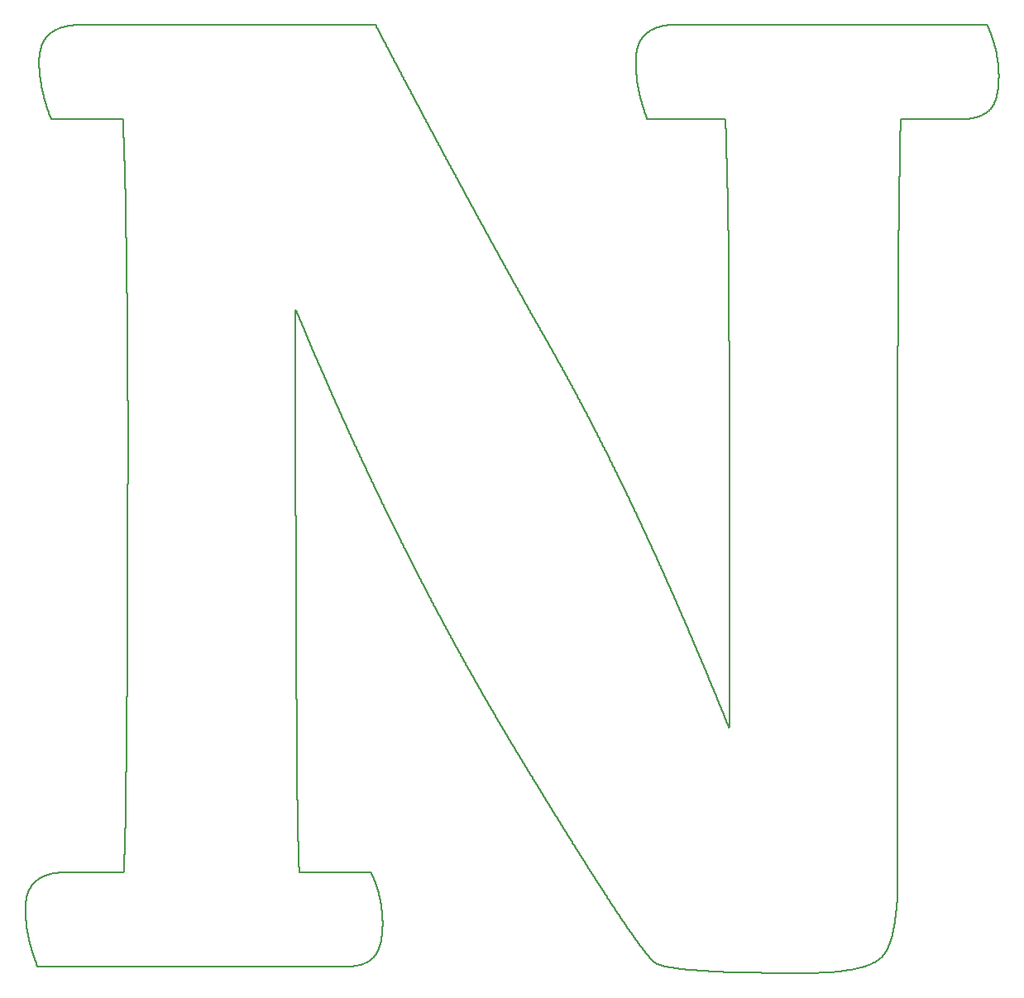
<source format=gm1>
G04 MADE WITH FRITZING*
G04 WWW.FRITZING.ORG*
G04 DOUBLE SIDED*
G04 HOLES PLATED*
G04 CONTOUR ON CENTER OF CONTOUR VECTOR*
%ASAXBY*%
%FSLAX23Y23*%
%MOIN*%
%OFA0B0*%
%SFA1.0B1.0*%
%ADD10C,0.008*%
%LNCONTOUR*%
G90*
G70*
G54D10*
X2611Y3833D02*
X2612Y3833D01*
X2613Y3833D01*
X2614Y3833D01*
X2615Y3833D01*
X2616Y3833D01*
X2617Y3833D01*
X2618Y3833D01*
X2619Y3833D01*
X2620Y3833D01*
X2621Y3833D01*
X2622Y3833D01*
X2623Y3833D01*
X2624Y3833D01*
X2625Y3833D01*
X2626Y3833D01*
X2627Y3833D01*
X2628Y3833D01*
X2629Y3833D01*
X2630Y3833D01*
X2631Y3833D01*
X2632Y3833D01*
X2633Y3833D01*
X2634Y3833D01*
X2635Y3833D01*
X2636Y3833D01*
X2637Y3833D01*
X2638Y3833D01*
X2639Y3833D01*
X2640Y3833D01*
X2641Y3833D01*
X2642Y3833D01*
X2643Y3833D01*
X2644Y3833D01*
X2645Y3833D01*
X2646Y3833D01*
X2647Y3833D01*
X2648Y3833D01*
X2649Y3833D01*
X2650Y3833D01*
X2651Y3833D01*
X2652Y3833D01*
X2653Y3833D01*
X2654Y3833D01*
X2655Y3833D01*
X2656Y3833D01*
X2657Y3833D01*
X2658Y3833D01*
X2659Y3833D01*
X2660Y3833D01*
X2661Y3833D01*
X2662Y3833D01*
X2663Y3833D01*
X2664Y3833D01*
X2665Y3833D01*
X2666Y3833D01*
X2667Y3833D01*
X2668Y3833D01*
X2669Y3833D01*
X2670Y3833D01*
X2671Y3833D01*
X2672Y3833D01*
X2673Y3833D01*
X2674Y3833D01*
X2675Y3833D01*
X2676Y3833D01*
X2677Y3833D01*
X2678Y3833D01*
X2679Y3833D01*
X2680Y3833D01*
X2681Y3833D01*
X2682Y3833D01*
X2683Y3833D01*
X2684Y3833D01*
X2685Y3833D01*
X2686Y3833D01*
X2687Y3833D01*
X2688Y3833D01*
X2689Y3833D01*
X2690Y3833D01*
X2691Y3833D01*
X2692Y3833D01*
X2693Y3833D01*
X2694Y3833D01*
X2695Y3833D01*
X2696Y3833D01*
X2697Y3833D01*
X2698Y3833D01*
X2699Y3833D01*
X2700Y3833D01*
X2701Y3833D01*
X2702Y3833D01*
X2703Y3833D01*
X2704Y3833D01*
X2705Y3833D01*
X2706Y3833D01*
X2707Y3833D01*
X2708Y3833D01*
X2709Y3833D01*
X2710Y3833D01*
X2711Y3833D01*
X2712Y3833D01*
X2713Y3833D01*
X2714Y3833D01*
X2715Y3833D01*
X2716Y3833D01*
X2717Y3833D01*
X2718Y3833D01*
X2719Y3833D01*
X2720Y3833D01*
X2721Y3833D01*
X2722Y3833D01*
X2723Y3833D01*
X2724Y3833D01*
X2725Y3833D01*
X2726Y3833D01*
X2727Y3833D01*
X2728Y3833D01*
X2729Y3833D01*
X2730Y3833D01*
X2731Y3833D01*
X2732Y3833D01*
X2733Y3833D01*
X2734Y3833D01*
X2735Y3833D01*
X2736Y3833D01*
X2737Y3833D01*
X2738Y3833D01*
X2739Y3833D01*
X2740Y3833D01*
X2741Y3833D01*
X2742Y3833D01*
X2743Y3833D01*
X2744Y3833D01*
X2745Y3833D01*
X2746Y3833D01*
X2747Y3833D01*
X2748Y3833D01*
X2749Y3833D01*
X2750Y3833D01*
X2751Y3833D01*
X2752Y3833D01*
X2753Y3833D01*
X2754Y3833D01*
X2755Y3833D01*
X2756Y3833D01*
X2757Y3833D01*
X2758Y3833D01*
X2759Y3833D01*
X2760Y3833D01*
X2761Y3833D01*
X2762Y3833D01*
X2763Y3833D01*
X2764Y3833D01*
X2765Y3833D01*
X2766Y3833D01*
X2767Y3833D01*
X2768Y3833D01*
X2769Y3833D01*
X2770Y3833D01*
X2771Y3833D01*
X2772Y3833D01*
X2773Y3833D01*
X2774Y3833D01*
X2775Y3833D01*
X2776Y3833D01*
X2777Y3833D01*
X2778Y3833D01*
X2779Y3833D01*
X2780Y3833D01*
X2781Y3833D01*
X2782Y3833D01*
X2783Y3833D01*
X2784Y3833D01*
X2785Y3833D01*
X2786Y3833D01*
X2787Y3833D01*
X2788Y3833D01*
X2789Y3833D01*
X2790Y3833D01*
X2791Y3833D01*
X2792Y3833D01*
X2793Y3833D01*
X2794Y3833D01*
X2795Y3833D01*
X2796Y3833D01*
X2797Y3833D01*
X2798Y3833D01*
X2799Y3833D01*
X2800Y3833D01*
X2801Y3833D01*
X2802Y3833D01*
X2803Y3833D01*
X2804Y3833D01*
X2805Y3833D01*
X2806Y3833D01*
X2807Y3833D01*
X2808Y3833D01*
X2809Y3833D01*
X2810Y3833D01*
X2811Y3833D01*
X2812Y3833D01*
X2813Y3833D01*
X2814Y3833D01*
X2815Y3833D01*
X2816Y3833D01*
X2817Y3833D01*
X2818Y3833D01*
X2819Y3833D01*
X2820Y3833D01*
X2821Y3833D01*
X2822Y3833D01*
X2823Y3833D01*
X2824Y3833D01*
X2825Y3833D01*
X2826Y3833D01*
X2827Y3833D01*
X2828Y3833D01*
X2829Y3833D01*
X2830Y3833D01*
X2831Y3833D01*
X2832Y3833D01*
X2833Y3833D01*
X2834Y3833D01*
X2835Y3833D01*
X2836Y3833D01*
X2837Y3833D01*
X2838Y3833D01*
X2839Y3833D01*
X2840Y3833D01*
X2841Y3833D01*
X2842Y3833D01*
X2843Y3833D01*
X2844Y3833D01*
X2845Y3833D01*
X2846Y3833D01*
X2847Y3833D01*
X2848Y3833D01*
X2849Y3833D01*
X2850Y3833D01*
X2851Y3833D01*
X2852Y3833D01*
X2853Y3833D01*
X2854Y3833D01*
X2855Y3833D01*
X2856Y3833D01*
X2857Y3833D01*
X2858Y3833D01*
X2859Y3833D01*
X2860Y3833D01*
X2861Y3833D01*
X2862Y3833D01*
X2863Y3833D01*
X2864Y3833D01*
X2865Y3833D01*
X2866Y3833D01*
X2867Y3833D01*
X2868Y3833D01*
X2869Y3833D01*
X2870Y3833D01*
X2871Y3833D01*
X2872Y3833D01*
X2873Y3833D01*
X2874Y3833D01*
X2875Y3833D01*
X2876Y3833D01*
X2877Y3833D01*
X2878Y3833D01*
X2879Y3833D01*
X2880Y3833D01*
X2881Y3833D01*
X2882Y3833D01*
X2883Y3833D01*
X2884Y3833D01*
X2885Y3833D01*
X2886Y3833D01*
X2887Y3833D01*
X2888Y3833D01*
X2889Y3833D01*
X2890Y3833D01*
X2891Y3833D01*
X2892Y3833D01*
X2893Y3833D01*
X2894Y3833D01*
X2895Y3833D01*
X2896Y3833D01*
X2897Y3833D01*
X2898Y3833D01*
X2899Y3833D01*
X2900Y3833D01*
X2901Y3833D01*
X2902Y3833D01*
X2903Y3833D01*
X2904Y3833D01*
X2905Y3833D01*
X2906Y3833D01*
X2907Y3833D01*
X2908Y3833D01*
X2909Y3833D01*
X2910Y3833D01*
X2911Y3833D01*
X2912Y3833D01*
X2913Y3833D01*
X2914Y3833D01*
X2915Y3833D01*
X2916Y3833D01*
X2917Y3833D01*
X2918Y3833D01*
X2919Y3833D01*
X2920Y3833D01*
X2921Y3833D01*
X2922Y3833D01*
X2923Y3833D01*
X2924Y3833D01*
X2925Y3833D01*
X2926Y3833D01*
X2927Y3833D01*
X2928Y3833D01*
X2929Y3833D01*
X2930Y3833D01*
X2931Y3833D01*
X2932Y3833D01*
X2933Y3833D01*
X2934Y3833D01*
X2935Y3833D01*
X2936Y3833D01*
X2937Y3833D01*
X2938Y3833D01*
X2939Y3833D01*
X2940Y3833D01*
X2941Y3833D01*
X2942Y3833D01*
X2943Y3833D01*
X2944Y3833D01*
X2945Y3833D01*
X2946Y3833D01*
X2947Y3833D01*
X2948Y3833D01*
X2949Y3833D01*
X2950Y3833D01*
X2951Y3833D01*
X2952Y3833D01*
X2953Y3833D01*
X2954Y3833D01*
X2955Y3833D01*
X2956Y3833D01*
X2957Y3833D01*
X2958Y3833D01*
X2959Y3833D01*
X2960Y3833D01*
X2961Y3833D01*
X2962Y3833D01*
X2963Y3833D01*
X2964Y3833D01*
X2965Y3833D01*
X2966Y3833D01*
X2967Y3833D01*
X2968Y3833D01*
X2969Y3833D01*
X2970Y3833D01*
X2971Y3833D01*
X2972Y3833D01*
X2973Y3833D01*
X2974Y3833D01*
X2975Y3833D01*
X2976Y3833D01*
X2977Y3833D01*
X2978Y3833D01*
X2979Y3833D01*
X2980Y3833D01*
X2981Y3833D01*
X2982Y3833D01*
X2983Y3833D01*
X2984Y3833D01*
X2985Y3833D01*
X2986Y3833D01*
X2987Y3833D01*
X2988Y3833D01*
X2989Y3833D01*
X2990Y3833D01*
X2991Y3833D01*
X2992Y3833D01*
X2993Y3833D01*
X2994Y3833D01*
X2995Y3833D01*
X2996Y3833D01*
X2997Y3833D01*
X2998Y3833D01*
X2999Y3833D01*
X3000Y3833D01*
X3001Y3833D01*
X3002Y3833D01*
X3003Y3833D01*
X3004Y3833D01*
X3005Y3833D01*
X3006Y3833D01*
X3007Y3833D01*
X3008Y3833D01*
X3009Y3833D01*
X3010Y3833D01*
X3011Y3833D01*
X3012Y3833D01*
X3013Y3833D01*
X3014Y3833D01*
X3015Y3833D01*
X3016Y3833D01*
X3017Y3833D01*
X3018Y3833D01*
X3019Y3833D01*
X3020Y3833D01*
X3021Y3833D01*
X3022Y3833D01*
X3023Y3833D01*
X3024Y3833D01*
X3025Y3833D01*
X3026Y3833D01*
X3027Y3833D01*
X3028Y3833D01*
X3029Y3833D01*
X3030Y3833D01*
X3031Y3833D01*
X3032Y3833D01*
X3033Y3833D01*
X3034Y3833D01*
X3035Y3833D01*
X3036Y3833D01*
X3037Y3833D01*
X3038Y3833D01*
X3039Y3833D01*
X3040Y3833D01*
X3041Y3833D01*
X3042Y3833D01*
X3043Y3833D01*
X3044Y3833D01*
X3045Y3833D01*
X3046Y3833D01*
X3047Y3833D01*
X3048Y3833D01*
X3049Y3833D01*
X3050Y3833D01*
X3051Y3833D01*
X3052Y3833D01*
X3053Y3833D01*
X3054Y3833D01*
X3055Y3833D01*
X3056Y3833D01*
X3057Y3833D01*
X3058Y3833D01*
X3059Y3833D01*
X3060Y3833D01*
X3061Y3833D01*
X3062Y3833D01*
X3063Y3833D01*
X3064Y3833D01*
X3065Y3833D01*
X3066Y3833D01*
X3067Y3833D01*
X3068Y3833D01*
X3069Y3833D01*
X3070Y3833D01*
X3071Y3833D01*
X3072Y3833D01*
X3073Y3833D01*
X3074Y3833D01*
X3075Y3833D01*
X3076Y3833D01*
X3077Y3833D01*
X3078Y3833D01*
X3079Y3833D01*
X3080Y3833D01*
X3081Y3833D01*
X3082Y3833D01*
X3083Y3833D01*
X3084Y3833D01*
X3085Y3833D01*
X3086Y3833D01*
X3087Y3833D01*
X3088Y3833D01*
X3089Y3833D01*
X3090Y3833D01*
X3091Y3833D01*
X3092Y3833D01*
X3093Y3833D01*
X3094Y3833D01*
X3095Y3833D01*
X3096Y3833D01*
X3097Y3833D01*
X3098Y3833D01*
X3099Y3833D01*
X3100Y3833D01*
X3101Y3833D01*
X3102Y3833D01*
X3103Y3833D01*
X3104Y3833D01*
X3105Y3833D01*
X3106Y3833D01*
X3107Y3833D01*
X3108Y3833D01*
X3109Y3833D01*
X3110Y3833D01*
X3111Y3833D01*
X3112Y3833D01*
X3113Y3833D01*
X3114Y3833D01*
X3115Y3833D01*
X3116Y3833D01*
X3117Y3833D01*
X3118Y3833D01*
X3119Y3833D01*
X3120Y3833D01*
X3121Y3833D01*
X3122Y3833D01*
X3123Y3833D01*
X3124Y3833D01*
X3125Y3833D01*
X3126Y3833D01*
X3127Y3833D01*
X3128Y3833D01*
X3129Y3833D01*
X3130Y3833D01*
X3131Y3833D01*
X3132Y3833D01*
X3133Y3833D01*
X3134Y3833D01*
X3135Y3833D01*
X3136Y3833D01*
X3137Y3833D01*
X3138Y3833D01*
X3139Y3833D01*
X3140Y3833D01*
X3141Y3833D01*
X3142Y3833D01*
X3143Y3833D01*
X3144Y3833D01*
X3145Y3833D01*
X3146Y3833D01*
X3147Y3833D01*
X3148Y3833D01*
X3149Y3833D01*
X3150Y3833D01*
X3151Y3833D01*
X3152Y3833D01*
X3153Y3833D01*
X3154Y3833D01*
X3155Y3833D01*
X3156Y3833D01*
X3157Y3833D01*
X3158Y3833D01*
X3159Y3833D01*
X3160Y3833D01*
X3161Y3833D01*
X3162Y3833D01*
X3163Y3833D01*
X3164Y3833D01*
X3165Y3833D01*
X3166Y3833D01*
X3167Y3833D01*
X3168Y3833D01*
X3169Y3833D01*
X3170Y3833D01*
X3171Y3833D01*
X3172Y3833D01*
X3173Y3833D01*
X3174Y3833D01*
X3175Y3833D01*
X3176Y3833D01*
X3177Y3833D01*
X3178Y3833D01*
X3179Y3833D01*
X3180Y3833D01*
X3181Y3833D01*
X3182Y3833D01*
X3183Y3833D01*
X3184Y3833D01*
X3185Y3833D01*
X3186Y3833D01*
X3187Y3833D01*
X3188Y3833D01*
X3189Y3833D01*
X3190Y3833D01*
X3191Y3833D01*
X3192Y3833D01*
X3193Y3833D01*
X3194Y3833D01*
X3195Y3833D01*
X3196Y3833D01*
X3197Y3833D01*
X3198Y3833D01*
X3199Y3833D01*
X3200Y3833D01*
X3201Y3833D01*
X3202Y3833D01*
X3203Y3833D01*
X3204Y3833D01*
X3205Y3833D01*
X3206Y3833D01*
X3207Y3833D01*
X3208Y3833D01*
X3209Y3833D01*
X3210Y3833D01*
X3211Y3833D01*
X3212Y3833D01*
X3213Y3833D01*
X3214Y3833D01*
X3215Y3833D01*
X3216Y3833D01*
X3217Y3833D01*
X3218Y3833D01*
X3219Y3833D01*
X3220Y3833D01*
X3221Y3833D01*
X3222Y3833D01*
X3223Y3833D01*
X3224Y3833D01*
X3225Y3833D01*
X3226Y3833D01*
X3227Y3833D01*
X3228Y3833D01*
X3229Y3833D01*
X3230Y3833D01*
X3231Y3833D01*
X3232Y3833D01*
X3233Y3833D01*
X3234Y3833D01*
X3235Y3833D01*
X3236Y3833D01*
X3237Y3833D01*
X3238Y3833D01*
X3239Y3833D01*
X3240Y3833D01*
X3241Y3833D01*
X3242Y3833D01*
X3243Y3833D01*
X3244Y3833D01*
X3245Y3833D01*
X3246Y3833D01*
X3247Y3833D01*
X3248Y3833D01*
X3249Y3833D01*
X3250Y3833D01*
X3251Y3833D01*
X3252Y3833D01*
X3253Y3833D01*
X3254Y3833D01*
X3255Y3833D01*
X3256Y3833D01*
X3257Y3833D01*
X3258Y3833D01*
X3259Y3833D01*
X3260Y3833D01*
X3261Y3833D01*
X3262Y3833D01*
X3263Y3833D01*
X3264Y3833D01*
X3265Y3833D01*
X3266Y3833D01*
X3267Y3833D01*
X3268Y3833D01*
X3269Y3833D01*
X3270Y3833D01*
X3271Y3833D01*
X3272Y3833D01*
X3273Y3833D01*
X3274Y3833D01*
X3275Y3833D01*
X3276Y3833D01*
X3277Y3833D01*
X3278Y3833D01*
X3279Y3833D01*
X3280Y3833D01*
X3281Y3833D01*
X3282Y3833D01*
X3283Y3833D01*
X3284Y3833D01*
X3285Y3833D01*
X3286Y3833D01*
X3287Y3833D01*
X3288Y3833D01*
X3289Y3833D01*
X3290Y3833D01*
X3291Y3833D01*
X3292Y3833D01*
X3293Y3833D01*
X3294Y3833D01*
X3295Y3833D01*
X3296Y3833D01*
X3297Y3833D01*
X3298Y3833D01*
X3299Y3833D01*
X3300Y3833D01*
X3301Y3833D01*
X3302Y3833D01*
X3303Y3833D01*
X3304Y3833D01*
X3305Y3833D01*
X3306Y3833D01*
X3307Y3833D01*
X3308Y3833D01*
X3309Y3833D01*
X3310Y3833D01*
X3311Y3833D01*
X3312Y3833D01*
X3313Y3833D01*
X3314Y3833D01*
X3315Y3833D01*
X3316Y3833D01*
X3317Y3833D01*
X3318Y3833D01*
X3319Y3833D01*
X3320Y3833D01*
X3321Y3833D01*
X3322Y3833D01*
X3323Y3833D01*
X3324Y3833D01*
X3325Y3833D01*
X3326Y3833D01*
X3327Y3833D01*
X3328Y3833D01*
X3329Y3833D01*
X3330Y3833D01*
X3331Y3833D01*
X3332Y3833D01*
X3333Y3833D01*
X3334Y3833D01*
X3335Y3833D01*
X3336Y3833D01*
X3337Y3833D01*
X3338Y3833D01*
X3339Y3833D01*
X3340Y3833D01*
X3341Y3833D01*
X3342Y3833D01*
X3343Y3833D01*
X3344Y3833D01*
X3345Y3833D01*
X3346Y3833D01*
X3347Y3833D01*
X3348Y3833D01*
X3349Y3833D01*
X3350Y3833D01*
X3351Y3833D01*
X3352Y3833D01*
X3353Y3833D01*
X3354Y3833D01*
X3355Y3833D01*
X3356Y3833D01*
X3357Y3833D01*
X3358Y3833D01*
X3359Y3833D01*
X3360Y3833D01*
X3361Y3833D01*
X3362Y3833D01*
X3363Y3833D01*
X3364Y3833D01*
X3365Y3833D01*
X3366Y3833D01*
X3367Y3833D01*
X3368Y3833D01*
X3369Y3833D01*
X3370Y3833D01*
X3371Y3833D01*
X3372Y3833D01*
X3373Y3833D01*
X3374Y3833D01*
X3375Y3833D01*
X3376Y3833D01*
X3377Y3833D01*
X3378Y3833D01*
X3379Y3833D01*
X3380Y3833D01*
X3381Y3833D01*
X3382Y3833D01*
X3383Y3833D01*
X3384Y3833D01*
X3385Y3833D01*
X3386Y3833D01*
X3387Y3833D01*
X3388Y3833D01*
X3389Y3833D01*
X3390Y3833D01*
X3391Y3833D01*
X3392Y3833D01*
X3393Y3833D01*
X3394Y3833D01*
X3395Y3833D01*
X3396Y3833D01*
X3397Y3833D01*
X3398Y3833D01*
X3399Y3833D01*
X3400Y3833D01*
X3401Y3833D01*
X3402Y3833D01*
X3403Y3833D01*
X3404Y3833D01*
X3405Y3833D01*
X3406Y3833D01*
X3407Y3833D01*
X3408Y3833D01*
X3409Y3833D01*
X3410Y3833D01*
X3411Y3833D01*
X3412Y3833D01*
X3413Y3833D01*
X3414Y3833D01*
X3415Y3833D01*
X3416Y3833D01*
X3417Y3833D01*
X3418Y3833D01*
X3419Y3833D01*
X3420Y3833D01*
X3421Y3833D01*
X3422Y3833D01*
X3423Y3833D01*
X3424Y3833D01*
X3425Y3833D01*
X3426Y3833D01*
X3427Y3833D01*
X3428Y3833D01*
X3429Y3833D01*
X3430Y3833D01*
X3431Y3833D01*
X3432Y3833D01*
X3433Y3833D01*
X3434Y3833D01*
X3435Y3833D01*
X3436Y3833D01*
X3437Y3833D01*
X3438Y3833D01*
X3439Y3833D01*
X3440Y3833D01*
X3441Y3833D01*
X3442Y3833D01*
X3443Y3833D01*
X3444Y3833D01*
X3445Y3833D01*
X3446Y3833D01*
X3447Y3833D01*
X3448Y3833D01*
X3449Y3833D01*
X3450Y3833D01*
X3451Y3833D01*
X3452Y3833D01*
X3453Y3833D01*
X3454Y3833D01*
X3455Y3833D01*
X3456Y3833D01*
X3457Y3833D01*
X3458Y3833D01*
X3459Y3833D01*
X3460Y3833D01*
X3461Y3833D01*
X3462Y3833D01*
X3463Y3833D01*
X3464Y3833D01*
X3465Y3833D01*
X3466Y3833D01*
X3467Y3833D01*
X3468Y3833D01*
X3469Y3833D01*
X3470Y3833D01*
X3471Y3833D01*
X3472Y3833D01*
X3473Y3833D01*
X3474Y3833D01*
X3475Y3833D01*
X3476Y3833D01*
X3477Y3833D01*
X3478Y3833D01*
X3479Y3833D01*
X3480Y3833D01*
X3481Y3833D01*
X3482Y3833D01*
X3483Y3833D01*
X3484Y3833D01*
X3485Y3833D01*
X3486Y3833D01*
X3487Y3833D01*
X3488Y3833D01*
X3489Y3833D01*
X3490Y3833D01*
X3491Y3833D01*
X3492Y3833D01*
X3493Y3833D01*
X3494Y3833D01*
X3495Y3833D01*
X3496Y3833D01*
X3497Y3833D01*
X3498Y3833D01*
X3499Y3833D01*
X3500Y3833D01*
X3501Y3833D01*
X3502Y3833D01*
X3503Y3833D01*
X3504Y3833D01*
X3505Y3833D01*
X3506Y3833D01*
X3507Y3833D01*
X3508Y3833D01*
X3509Y3833D01*
X3510Y3833D01*
X3511Y3833D01*
X3512Y3833D01*
X3513Y3833D01*
X3514Y3833D01*
X3515Y3833D01*
X3516Y3833D01*
X3517Y3833D01*
X3518Y3833D01*
X3519Y3833D01*
X3520Y3833D01*
X3521Y3833D01*
X3522Y3833D01*
X3523Y3833D01*
X3524Y3833D01*
X3525Y3833D01*
X3526Y3833D01*
X3527Y3833D01*
X3528Y3833D01*
X3529Y3833D01*
X3530Y3833D01*
X3531Y3833D01*
X3532Y3833D01*
X3533Y3833D01*
X3534Y3833D01*
X3535Y3833D01*
X3536Y3833D01*
X3537Y3833D01*
X3538Y3833D01*
X3539Y3833D01*
X3540Y3833D01*
X3541Y3833D01*
X3542Y3833D01*
X3543Y3833D01*
X3544Y3833D01*
X3545Y3833D01*
X3546Y3833D01*
X3547Y3833D01*
X3548Y3833D01*
X3549Y3833D01*
X3550Y3833D01*
X3551Y3833D01*
X3552Y3833D01*
X3553Y3833D01*
X3554Y3833D01*
X3555Y3833D01*
X3556Y3833D01*
X3557Y3833D01*
X3558Y3833D01*
X3559Y3833D01*
X3560Y3833D01*
X3561Y3833D01*
X3562Y3833D01*
X3563Y3833D01*
X3564Y3833D01*
X3565Y3833D01*
X3566Y3833D01*
X3567Y3833D01*
X3568Y3833D01*
X3569Y3833D01*
X3570Y3833D01*
X3571Y3833D01*
X3572Y3833D01*
X3573Y3833D01*
X3574Y3833D01*
X3575Y3833D01*
X3576Y3833D01*
X3577Y3833D01*
X3578Y3833D01*
X3579Y3833D01*
X3580Y3833D01*
X3581Y3833D01*
X3582Y3833D01*
X3583Y3833D01*
X3584Y3833D01*
X3585Y3833D01*
X3586Y3833D01*
X3587Y3833D01*
X3588Y3833D01*
X3589Y3833D01*
X3590Y3833D01*
X3591Y3833D01*
X3592Y3833D01*
X3593Y3833D01*
X3594Y3833D01*
X3595Y3833D01*
X3596Y3833D01*
X3597Y3833D01*
X3598Y3833D01*
X3599Y3833D01*
X3600Y3833D01*
X3601Y3833D01*
X3602Y3833D01*
X3603Y3833D01*
X3604Y3833D01*
X3605Y3833D01*
X3606Y3833D01*
X3607Y3833D01*
X3608Y3833D01*
X3609Y3833D01*
X3610Y3833D01*
X3611Y3833D01*
X3612Y3833D01*
X3613Y3833D01*
X3614Y3833D01*
X3615Y3833D01*
X3616Y3833D01*
X3617Y3833D01*
X3618Y3833D01*
X3619Y3833D01*
X3620Y3833D01*
X3621Y3833D01*
X3622Y3833D01*
X3623Y3833D01*
X3624Y3833D01*
X3625Y3833D01*
X3626Y3833D01*
X3627Y3833D01*
X3628Y3833D01*
X3629Y3833D01*
X3630Y3833D01*
X3631Y3833D01*
X3632Y3833D01*
X3633Y3833D01*
X3634Y3833D01*
X3635Y3833D01*
X3636Y3833D01*
X3637Y3833D01*
X3638Y3833D01*
X3639Y3833D01*
X3640Y3833D01*
X3641Y3833D01*
X3642Y3833D01*
X3643Y3833D01*
X3644Y3833D01*
X3645Y3833D01*
X3646Y3833D01*
X3647Y3833D01*
X3648Y3833D01*
X3649Y3833D01*
X3650Y3833D01*
X3651Y3833D01*
X3652Y3833D01*
X3653Y3833D01*
X3654Y3833D01*
X3655Y3833D01*
X3656Y3833D01*
X3657Y3833D01*
X3658Y3833D01*
X3659Y3833D01*
X3660Y3833D01*
X3661Y3833D01*
X3662Y3833D01*
X3663Y3833D01*
X3664Y3833D01*
X3665Y3833D01*
X3666Y3833D01*
X3667Y3833D01*
X3668Y3833D01*
X3669Y3833D01*
X3670Y3833D01*
X3671Y3833D01*
X3672Y3833D01*
X3673Y3833D01*
X3674Y3833D01*
X3675Y3833D01*
X3676Y3833D01*
X3677Y3833D01*
X3678Y3833D01*
X3679Y3833D01*
X3680Y3833D01*
X3681Y3833D01*
X3682Y3833D01*
X3683Y3833D01*
X3684Y3833D01*
X3685Y3833D01*
X3686Y3833D01*
X3687Y3833D01*
X3688Y3833D01*
X3689Y3833D01*
X3690Y3833D01*
X3691Y3833D01*
X3692Y3833D01*
X3693Y3833D01*
X3694Y3833D01*
X3695Y3833D01*
X3696Y3833D01*
X3697Y3833D01*
X3698Y3833D01*
X3699Y3833D01*
X3700Y3833D01*
X3701Y3833D01*
X3702Y3833D01*
X3703Y3833D01*
X3704Y3833D01*
X3705Y3833D01*
X3706Y3833D01*
X3707Y3833D01*
X3708Y3833D01*
X3709Y3833D01*
X3710Y3833D01*
X3711Y3833D01*
X3712Y3833D01*
X3713Y3833D01*
X3714Y3833D01*
X3715Y3833D01*
X3716Y3833D01*
X3717Y3833D01*
X3718Y3833D01*
X3719Y3833D01*
X3720Y3833D01*
X3721Y3833D01*
X3722Y3833D01*
X3723Y3833D01*
X3724Y3833D01*
X3725Y3833D01*
X3726Y3833D01*
X3727Y3833D01*
X3728Y3833D01*
X3729Y3833D01*
X3730Y3833D01*
X3731Y3833D01*
X3732Y3833D01*
X3733Y3833D01*
X3734Y3833D01*
X3735Y3833D01*
X3736Y3833D01*
X3737Y3833D01*
X3738Y3833D01*
X3739Y3833D01*
X3740Y3833D01*
X3741Y3833D01*
X3742Y3833D01*
X3743Y3833D01*
X3744Y3833D01*
X3745Y3833D01*
X3746Y3833D01*
X3747Y3833D01*
X3748Y3833D01*
X3749Y3833D01*
X3750Y3833D01*
X3751Y3833D01*
X3752Y3833D01*
X3753Y3833D01*
X3754Y3833D01*
X3755Y3833D01*
X3756Y3833D01*
X3757Y3833D01*
X3758Y3833D01*
X3759Y3833D01*
X3760Y3833D01*
X3761Y3833D01*
X3762Y3833D01*
X3763Y3833D01*
X3764Y3833D01*
X3765Y3833D01*
X3766Y3833D01*
X3767Y3833D01*
X3768Y3833D01*
X3769Y3833D01*
X3770Y3833D01*
X3771Y3833D01*
X3772Y3833D01*
X3773Y3833D01*
X3774Y3833D01*
X3775Y3833D01*
X3776Y3833D01*
X3777Y3833D01*
X3778Y3833D01*
X3779Y3833D01*
X3780Y3833D01*
X3781Y3833D01*
X3782Y3833D01*
X3783Y3833D01*
X3784Y3833D01*
X3785Y3833D01*
X3786Y3833D01*
X3787Y3833D01*
X3788Y3833D01*
X3789Y3833D01*
X3790Y3833D01*
X3791Y3833D01*
X3792Y3833D01*
X3793Y3833D01*
X3794Y3833D01*
X3795Y3833D01*
X3796Y3833D01*
X3797Y3833D01*
X3798Y3833D01*
X3799Y3833D01*
X3800Y3833D01*
X3801Y3833D01*
X3802Y3833D01*
X3803Y3833D01*
X3804Y3833D01*
X3805Y3833D01*
X3806Y3833D01*
X3807Y3833D01*
X3808Y3833D01*
X3809Y3833D01*
X3810Y3833D01*
X3811Y3833D01*
X3812Y3833D01*
X3813Y3833D01*
X3814Y3833D01*
X3815Y3833D01*
X3816Y3833D01*
X3817Y3833D01*
X3818Y3833D01*
X3819Y3833D01*
X3820Y3833D01*
X3821Y3833D01*
X3822Y3833D01*
X3823Y3833D01*
X3824Y3833D01*
X3825Y3833D01*
X3826Y3833D01*
X3827Y3833D01*
X3828Y3833D01*
X3829Y3833D01*
X3830Y3833D01*
X3831Y3833D01*
X3832Y3833D01*
X3833Y3833D01*
X3834Y3833D01*
X3835Y3833D01*
X3836Y3833D01*
X3837Y3833D01*
X3838Y3833D01*
X3839Y3833D01*
X3840Y3833D01*
X3841Y3833D01*
X3842Y3833D01*
X3843Y3833D01*
X3844Y3833D01*
X3845Y3833D01*
X3846Y3833D01*
X3847Y3833D01*
X3848Y3833D01*
X3849Y3833D01*
X3850Y3833D01*
X3851Y3833D01*
X3852Y3833D01*
X3853Y3833D01*
X3854Y3833D01*
X3855Y3833D01*
X3856Y3833D01*
X3857Y3833D01*
X3858Y3833D01*
X3859Y3833D01*
X3860Y3833D01*
X3861Y3833D01*
X3862Y3833D01*
X3863Y3833D01*
X3864Y3833D01*
X3865Y3833D01*
X3866Y3833D01*
X3867Y3833D01*
X3868Y3833D01*
X3869Y3833D01*
X3870Y3833D01*
X3871Y3833D01*
X3872Y3833D01*
X3873Y3833D01*
X3874Y3833D01*
X3875Y3833D01*
X3876Y3833D01*
X3877Y3833D01*
X3878Y3833D01*
X3879Y3833D01*
X3880Y3833D01*
X3881Y3833D01*
X3882Y3833D01*
X3883Y3833D01*
X3884Y3832D01*
X3884Y3830D01*
X3885Y3829D01*
X3885Y3828D01*
X3886Y3827D01*
X3886Y3826D01*
X3887Y3825D01*
X3887Y3824D01*
X3888Y3823D01*
X3888Y3822D01*
X3889Y3821D01*
X3889Y3819D01*
X3890Y3818D01*
X3890Y3817D01*
X3891Y3816D01*
X3891Y3814D01*
X3892Y3813D01*
X3892Y3812D01*
X3893Y3811D01*
X3893Y3810D01*
X3894Y3809D01*
X3894Y3807D01*
X3895Y3806D01*
X3895Y3805D01*
X3896Y3804D01*
X3896Y3802D01*
X3897Y3801D01*
X3897Y3800D01*
X3898Y3799D01*
X3898Y3797D01*
X3899Y3796D01*
X3899Y3794D01*
X3900Y3793D01*
X3900Y3792D01*
X3901Y3791D01*
X3901Y3789D01*
X3902Y3788D01*
X3902Y3786D01*
X3903Y3785D01*
X3903Y3783D01*
X3904Y3782D01*
X3904Y3780D01*
X3905Y3779D01*
X3905Y3777D01*
X3906Y3776D01*
X3906Y3774D01*
X3907Y3773D01*
X3907Y3771D01*
X3908Y3770D01*
X3908Y3768D01*
X3909Y3767D01*
X3909Y3764D01*
X3910Y3763D01*
X3910Y3761D01*
X3911Y3760D01*
X3911Y3758D01*
X3912Y3757D01*
X3912Y3754D01*
X3913Y3753D01*
X3913Y3750D01*
X3914Y3749D01*
X3914Y3747D01*
X3915Y3746D01*
X3915Y3743D01*
X3916Y3742D01*
X3916Y3739D01*
X3917Y3738D01*
X3917Y3734D01*
X3918Y3733D01*
X3918Y3730D01*
X3919Y3729D01*
X3919Y3725D01*
X3920Y3724D01*
X3920Y3720D01*
X3921Y3719D01*
X3921Y3715D01*
X3922Y3714D01*
X3922Y3710D01*
X3923Y3709D01*
X3923Y3704D01*
X3924Y3703D01*
X3924Y3697D01*
X3925Y3696D01*
X3925Y3690D01*
X3926Y3689D01*
X3926Y3682D01*
X3927Y3681D01*
X3927Y3672D01*
X3928Y3671D01*
X3928Y3660D01*
X3929Y3659D01*
X3929Y3636D01*
X3930Y3635D01*
X3930Y3618D01*
X3929Y3617D01*
X3929Y3595D01*
X3928Y3594D01*
X3928Y3583D01*
X3927Y3582D01*
X3927Y3574D01*
X3926Y3573D01*
X3926Y3567D01*
X3925Y3566D01*
X3925Y3561D01*
X3924Y3560D01*
X3924Y3556D01*
X3923Y3555D01*
X3923Y3551D01*
X3922Y3550D01*
X3922Y3547D01*
X3921Y3546D01*
X3921Y3543D01*
X3920Y3542D01*
X3920Y3539D01*
X3919Y3538D01*
X3919Y3536D01*
X3918Y3535D01*
X3918Y3533D01*
X3917Y3532D01*
X3917Y3530D01*
X3916Y3529D01*
X3916Y3527D01*
X3915Y3526D01*
X3915Y3525D01*
X3914Y3524D01*
X3914Y3522D01*
X3913Y3521D01*
X3913Y3520D01*
X3912Y3519D01*
X3912Y3518D01*
X3911Y3517D01*
X3911Y3516D01*
X3910Y3515D01*
X3910Y3514D01*
X3909Y3513D01*
X3909Y3512D01*
X3908Y3511D01*
X3908Y3510D01*
X3907Y3509D01*
X3907Y3508D01*
X3906Y3507D01*
X3906Y3506D01*
X3905Y3505D01*
X3904Y3504D01*
X3904Y3503D01*
X3903Y3502D01*
X3902Y3501D01*
X3901Y3500D01*
X3901Y3499D01*
X3900Y3498D01*
X3899Y3497D01*
X3898Y3496D01*
X3898Y3495D01*
X3897Y3494D01*
X3896Y3493D01*
X3895Y3492D01*
X3894Y3491D01*
X3893Y3490D01*
X3892Y3489D01*
X3891Y3488D01*
X3890Y3487D01*
X3889Y3486D01*
X3888Y3485D01*
X3887Y3485D01*
X3886Y3484D01*
X3885Y3483D01*
X3884Y3482D01*
X3883Y3481D01*
X3882Y3481D01*
X3881Y3480D01*
X3880Y3479D01*
X3879Y3478D01*
X3878Y3478D01*
X3877Y3477D01*
X3876Y3476D01*
X3875Y3476D01*
X3874Y3475D01*
X3873Y3475D01*
X3872Y3474D01*
X3871Y3473D01*
X3870Y3473D01*
X3869Y3472D01*
X3868Y3472D01*
X3867Y3471D01*
X3866Y3471D01*
X3865Y3470D01*
X3864Y3470D01*
X3863Y3469D01*
X3862Y3469D01*
X3861Y3468D01*
X3860Y3468D01*
X3859Y3467D01*
X3858Y3467D01*
X3857Y3466D01*
X3856Y3466D01*
X3855Y3466D01*
X3854Y3465D01*
X3853Y3465D01*
X3852Y3464D01*
X3851Y3464D01*
X3850Y3464D01*
X3849Y3463D01*
X3848Y3463D01*
X3847Y3463D01*
X3846Y3462D01*
X3845Y3462D01*
X3844Y3462D01*
X3843Y3461D01*
X3842Y3461D01*
X3841Y3461D01*
X3840Y3460D01*
X3839Y3460D01*
X3838Y3460D01*
X3837Y3460D01*
X3836Y3459D01*
X3835Y3459D01*
X3834Y3459D01*
X3833Y3459D01*
X3832Y3458D01*
X3831Y3458D01*
X3830Y3458D01*
X3829Y3458D01*
X3828Y3457D01*
X3827Y3457D01*
X3826Y3457D01*
X3825Y3457D01*
X3824Y3457D01*
X3823Y3456D01*
X3822Y3456D01*
X3821Y3456D01*
X3820Y3456D01*
X3819Y3456D01*
X3818Y3456D01*
X3817Y3455D01*
X3816Y3455D01*
X3815Y3455D01*
X3814Y3455D01*
X3813Y3455D01*
X3812Y3455D01*
X3811Y3455D01*
X3810Y3454D01*
X3809Y3454D01*
X3808Y3454D01*
X3807Y3454D01*
X3806Y3454D01*
X3805Y3454D01*
X3804Y3454D01*
X3803Y3454D01*
X3802Y3454D01*
X3801Y3454D01*
X3800Y3453D01*
X3799Y3453D01*
X3798Y3453D01*
X3797Y3453D01*
X3796Y3453D01*
X3795Y3453D01*
X3794Y3453D01*
X3793Y3453D01*
X3792Y3453D01*
X3791Y3453D01*
X3790Y3453D01*
X3789Y3453D01*
X3788Y3453D01*
X3787Y3453D01*
X3786Y3453D01*
X3785Y3453D01*
X3784Y3453D01*
X3783Y3453D01*
X3782Y3453D01*
X3781Y3453D01*
X3780Y3453D01*
X3779Y3453D01*
X3778Y3453D01*
X3777Y3453D01*
X3776Y3453D01*
X3775Y3453D01*
X3774Y3453D01*
X3773Y3453D01*
X3772Y3453D01*
X3771Y3453D01*
X3770Y3453D01*
X3769Y3453D01*
X3768Y3453D01*
X3767Y3453D01*
X3766Y3453D01*
X3765Y3453D01*
X3764Y3453D01*
X3763Y3453D01*
X3762Y3453D01*
X3761Y3453D01*
X3760Y3453D01*
X3759Y3453D01*
X3758Y3453D01*
X3757Y3453D01*
X3756Y3453D01*
X3755Y3453D01*
X3754Y3453D01*
X3753Y3453D01*
X3752Y3453D01*
X3751Y3453D01*
X3750Y3453D01*
X3749Y3453D01*
X3748Y3453D01*
X3747Y3453D01*
X3746Y3453D01*
X3745Y3453D01*
X3744Y3453D01*
X3743Y3453D01*
X3742Y3453D01*
X3741Y3453D01*
X3740Y3453D01*
X3739Y3453D01*
X3738Y3453D01*
X3737Y3453D01*
X3736Y3453D01*
X3735Y3453D01*
X3734Y3453D01*
X3733Y3453D01*
X3732Y3453D01*
X3731Y3453D01*
X3730Y3453D01*
X3729Y3453D01*
X3728Y3453D01*
X3727Y3453D01*
X3726Y3453D01*
X3725Y3453D01*
X3724Y3453D01*
X3723Y3453D01*
X3722Y3453D01*
X3721Y3453D01*
X3720Y3453D01*
X3719Y3453D01*
X3718Y3453D01*
X3717Y3453D01*
X3716Y3453D01*
X3715Y3453D01*
X3714Y3453D01*
X3713Y3453D01*
X3712Y3453D01*
X3711Y3453D01*
X3710Y3453D01*
X3709Y3453D01*
X3708Y3453D01*
X3707Y3453D01*
X3706Y3453D01*
X3705Y3453D01*
X3704Y3453D01*
X3703Y3453D01*
X3702Y3453D01*
X3701Y3453D01*
X3700Y3453D01*
X3699Y3453D01*
X3698Y3453D01*
X3697Y3453D01*
X3696Y3453D01*
X3695Y3453D01*
X3694Y3453D01*
X3693Y3453D01*
X3692Y3453D01*
X3691Y3453D01*
X3690Y3453D01*
X3689Y3453D01*
X3688Y3453D01*
X3687Y3453D01*
X3686Y3453D01*
X3685Y3453D01*
X3684Y3453D01*
X3683Y3453D01*
X3682Y3453D01*
X3681Y3453D01*
X3680Y3453D01*
X3679Y3453D01*
X3678Y3453D01*
X3677Y3453D01*
X3676Y3453D01*
X3675Y3453D01*
X3674Y3453D01*
X3673Y3453D01*
X3672Y3453D01*
X3671Y3453D01*
X3670Y3453D01*
X3669Y3453D01*
X3668Y3453D01*
X3667Y3453D01*
X3666Y3453D01*
X3665Y3453D01*
X3664Y3453D01*
X3663Y3453D01*
X3662Y3453D01*
X3661Y3453D01*
X3660Y3453D01*
X3659Y3453D01*
X3658Y3453D01*
X3657Y3453D01*
X3656Y3453D01*
X3655Y3453D01*
X3654Y3453D01*
X3653Y3453D01*
X3652Y3453D01*
X3651Y3453D01*
X3650Y3453D01*
X3649Y3453D01*
X3648Y3453D01*
X3647Y3453D01*
X3646Y3453D01*
X3645Y3453D01*
X3644Y3453D01*
X3643Y3453D01*
X3642Y3453D01*
X3641Y3453D01*
X3640Y3453D01*
X3639Y3453D01*
X3638Y3453D01*
X3637Y3453D01*
X3636Y3453D01*
X3635Y3453D01*
X3634Y3453D01*
X3633Y3453D01*
X3632Y3453D01*
X3631Y3453D01*
X3630Y3453D01*
X3629Y3453D01*
X3628Y3453D01*
X3627Y3453D01*
X3626Y3453D01*
X3625Y3453D01*
X3624Y3453D01*
X3623Y3453D01*
X3622Y3453D01*
X3621Y3453D01*
X3620Y3453D01*
X3619Y3453D01*
X3618Y3453D01*
X3617Y3453D01*
X3616Y3453D01*
X3615Y3453D01*
X3614Y3453D01*
X3613Y3453D01*
X3612Y3453D01*
X3611Y3453D01*
X3610Y3453D01*
X3609Y3453D01*
X3608Y3453D01*
X3607Y3453D01*
X3606Y3453D01*
X3605Y3453D01*
X3604Y3453D01*
X3603Y3453D01*
X3602Y3453D01*
X3601Y3453D01*
X3600Y3453D01*
X3599Y3453D01*
X3598Y3453D01*
X3597Y3453D01*
X3596Y3453D01*
X3595Y3453D01*
X3594Y3453D01*
X3593Y3453D01*
X3592Y3453D01*
X3591Y3453D01*
X3590Y3453D01*
X3589Y3453D01*
X3588Y3453D01*
X3587Y3453D01*
X3586Y3453D01*
X3585Y3453D01*
X3584Y3453D01*
X3583Y3453D01*
X3582Y3453D01*
X3581Y3453D01*
X3580Y3453D01*
X3579Y3453D01*
X3578Y3453D01*
X3577Y3453D01*
X3576Y3453D01*
X3575Y3453D01*
X3574Y3453D01*
X3573Y3453D01*
X3572Y3453D01*
X3571Y3453D01*
X3570Y3453D01*
X3569Y3453D01*
X3568Y3453D01*
X3567Y3453D01*
X3566Y3453D01*
X3565Y3453D01*
X3564Y3453D01*
X3563Y3453D01*
X3562Y3453D01*
X3561Y3453D01*
X3560Y3453D01*
X3559Y3453D01*
X3558Y3453D01*
X3557Y3453D01*
X3556Y3453D01*
X3555Y3453D01*
X3554Y3453D01*
X3553Y3453D01*
X3552Y3453D01*
X3551Y3453D01*
X3550Y3453D01*
X3549Y3453D01*
X3548Y3453D01*
X3547Y3453D01*
X3546Y3453D01*
X3545Y3453D01*
X3544Y3453D01*
X3543Y3453D01*
X3542Y3453D01*
X3541Y3453D01*
X3540Y3453D01*
X3539Y3453D01*
X3538Y3453D01*
X3537Y3453D01*
X3536Y3453D01*
X3535Y3452D01*
X3535Y3442D01*
X3534Y3441D01*
X3534Y3405D01*
X3533Y3404D01*
X3533Y3368D01*
X3532Y3367D01*
X3532Y3324D01*
X3531Y3323D01*
X3531Y3276D01*
X3530Y3275D01*
X3530Y3222D01*
X3529Y3221D01*
X3529Y3160D01*
X3528Y3159D01*
X3528Y3089D01*
X3527Y3088D01*
X3527Y3006D01*
X3526Y3005D01*
X3526Y2901D01*
X3525Y2900D01*
X3525Y2764D01*
X3524Y2763D01*
X3524Y2538D01*
X3523Y2537D01*
X3523Y366D01*
X3522Y365D01*
X3522Y335D01*
X3521Y334D01*
X3521Y314D01*
X3520Y313D01*
X3520Y297D01*
X3519Y296D01*
X3519Y284D01*
X3518Y283D01*
X3518Y272D01*
X3517Y271D01*
X3517Y261D01*
X3516Y260D01*
X3516Y252D01*
X3515Y251D01*
X3515Y243D01*
X3514Y242D01*
X3514Y235D01*
X3513Y234D01*
X3513Y228D01*
X3512Y227D01*
X3512Y220D01*
X3511Y219D01*
X3511Y214D01*
X3510Y213D01*
X3510Y208D01*
X3509Y207D01*
X3509Y202D01*
X3508Y201D01*
X3508Y196D01*
X3507Y195D01*
X3507Y191D01*
X3506Y190D01*
X3506Y186D01*
X3505Y185D01*
X3505Y181D01*
X3504Y180D01*
X3504Y177D01*
X3503Y176D01*
X3503Y173D01*
X3502Y172D01*
X3502Y168D01*
X3501Y167D01*
X3501Y164D01*
X3500Y163D01*
X3500Y160D01*
X3499Y159D01*
X3499Y157D01*
X3498Y156D01*
X3498Y153D01*
X3497Y152D01*
X3497Y150D01*
X3496Y149D01*
X3496Y146D01*
X3495Y145D01*
X3495Y143D01*
X3494Y142D01*
X3494Y140D01*
X3493Y139D01*
X3493Y137D01*
X3492Y136D01*
X3492Y134D01*
X3491Y133D01*
X3491Y131D01*
X3490Y130D01*
X3490Y129D01*
X3489Y128D01*
X3489Y126D01*
X3488Y125D01*
X3488Y123D01*
X3487Y122D01*
X3487Y121D01*
X3486Y120D01*
X3486Y119D01*
X3485Y118D01*
X3485Y116D01*
X3484Y115D01*
X3484Y114D01*
X3483Y113D01*
X3483Y112D01*
X3482Y111D01*
X3482Y110D01*
X3481Y109D01*
X3481Y108D01*
X3480Y107D01*
X3480Y106D01*
X3479Y105D01*
X3479Y104D01*
X3478Y103D01*
X3478Y102D01*
X3477Y101D01*
X3477Y100D01*
X3476Y99D01*
X3475Y98D01*
X3475Y97D01*
X3474Y96D01*
X3474Y95D01*
X3473Y94D01*
X3472Y93D01*
X3472Y92D01*
X3471Y91D01*
X3470Y90D01*
X3470Y89D01*
X3469Y88D01*
X3468Y87D01*
X3467Y86D01*
X3467Y85D01*
X3466Y84D01*
X3465Y83D01*
X3464Y82D01*
X3463Y81D01*
X3463Y80D01*
X3462Y79D01*
X3461Y78D01*
X3460Y77D01*
X3459Y76D01*
X3458Y75D01*
X3457Y74D01*
X3456Y73D01*
X3455Y72D01*
X3454Y71D01*
X3453Y70D01*
X3452Y70D01*
X3451Y69D01*
X3450Y68D01*
X3449Y67D01*
X3448Y66D01*
X3447Y66D01*
X3446Y65D01*
X3445Y64D01*
X3444Y63D01*
X3443Y63D01*
X3442Y62D01*
X3441Y61D01*
X3440Y61D01*
X3439Y60D01*
X3438Y59D01*
X3437Y59D01*
X3436Y58D01*
X3435Y57D01*
X3434Y57D01*
X3433Y56D01*
X3432Y56D01*
X3431Y55D01*
X3430Y54D01*
X3429Y54D01*
X3428Y53D01*
X3427Y53D01*
X3426Y52D01*
X3425Y52D01*
X3424Y51D01*
X3423Y51D01*
X3422Y50D01*
X3421Y50D01*
X3420Y49D01*
X3419Y49D01*
X3418Y48D01*
X3417Y48D01*
X3416Y47D01*
X3415Y47D01*
X3414Y46D01*
X3413Y46D01*
X3412Y46D01*
X3411Y45D01*
X3410Y45D01*
X3409Y44D01*
X3408Y44D01*
X3407Y44D01*
X3406Y43D01*
X3405Y43D01*
X3404Y42D01*
X3403Y42D01*
X3402Y42D01*
X3401Y41D01*
X3400Y41D01*
X3399Y40D01*
X3398Y40D01*
X3397Y40D01*
X3396Y39D01*
X3395Y39D01*
X3394Y39D01*
X3393Y38D01*
X3392Y38D01*
X3391Y38D01*
X3390Y37D01*
X3389Y37D01*
X3388Y37D01*
X3387Y36D01*
X3386Y36D01*
X3385Y36D01*
X3384Y35D01*
X3383Y35D01*
X3382Y35D01*
X3381Y35D01*
X3380Y34D01*
X3379Y34D01*
X3378Y34D01*
X3377Y33D01*
X3376Y33D01*
X3375Y33D01*
X3374Y33D01*
X3373Y32D01*
X3372Y32D01*
X3371Y32D01*
X3370Y31D01*
X3369Y31D01*
X3368Y31D01*
X3367Y31D01*
X3366Y30D01*
X3365Y30D01*
X3364Y30D01*
X3363Y30D01*
X3362Y29D01*
X3361Y29D01*
X3360Y29D01*
X3359Y29D01*
X3358Y29D01*
X3357Y28D01*
X3356Y28D01*
X3355Y28D01*
X3354Y28D01*
X3353Y27D01*
X3352Y27D01*
X3351Y27D01*
X3350Y27D01*
X3349Y26D01*
X3348Y26D01*
X3347Y26D01*
X3346Y26D01*
X3345Y26D01*
X3344Y25D01*
X3343Y25D01*
X3342Y25D01*
X3341Y25D01*
X3340Y25D01*
X3339Y24D01*
X3338Y24D01*
X3337Y24D01*
X3336Y24D01*
X3335Y24D01*
X3334Y24D01*
X3333Y23D01*
X3332Y23D01*
X3331Y23D01*
X3330Y23D01*
X3329Y23D01*
X3328Y22D01*
X3327Y22D01*
X3326Y22D01*
X3325Y22D01*
X3324Y22D01*
X3323Y22D01*
X3322Y21D01*
X3321Y21D01*
X3320Y21D01*
X3319Y21D01*
X3318Y21D01*
X3317Y21D01*
X3316Y21D01*
X3315Y20D01*
X3314Y20D01*
X3313Y20D01*
X3312Y20D01*
X3311Y20D01*
X3310Y20D01*
X3309Y19D01*
X3308Y19D01*
X3307Y19D01*
X3306Y19D01*
X3305Y19D01*
X3304Y19D01*
X3303Y19D01*
X3302Y18D01*
X3301Y18D01*
X3300Y18D01*
X3299Y18D01*
X3298Y18D01*
X3297Y18D01*
X3296Y18D01*
X3295Y18D01*
X3294Y17D01*
X3293Y17D01*
X3292Y17D01*
X3291Y17D01*
X3290Y17D01*
X3289Y17D01*
X3288Y17D01*
X3287Y17D01*
X3286Y16D01*
X3285Y16D01*
X3284Y16D01*
X3283Y16D01*
X3282Y16D01*
X3281Y16D01*
X3280Y16D01*
X3279Y16D01*
X3278Y16D01*
X3277Y16D01*
X3276Y15D01*
X3275Y15D01*
X3274Y15D01*
X3273Y15D01*
X3272Y15D01*
X3271Y15D01*
X3270Y15D01*
X3269Y15D01*
X3268Y15D01*
X3267Y15D01*
X3266Y14D01*
X3265Y14D01*
X3264Y14D01*
X3263Y14D01*
X3262Y14D01*
X3261Y14D01*
X3260Y14D01*
X3259Y14D01*
X3258Y14D01*
X3257Y14D01*
X3256Y14D01*
X3255Y13D01*
X3254Y13D01*
X3253Y13D01*
X3252Y13D01*
X3251Y13D01*
X3250Y13D01*
X3249Y13D01*
X3248Y13D01*
X3247Y13D01*
X3246Y13D01*
X3245Y13D01*
X3244Y13D01*
X3243Y13D01*
X3242Y13D01*
X3241Y13D01*
X3240Y12D01*
X3239Y12D01*
X3238Y12D01*
X3237Y12D01*
X3236Y12D01*
X3235Y12D01*
X3234Y12D01*
X3233Y12D01*
X3232Y12D01*
X3231Y12D01*
X3230Y12D01*
X3229Y12D01*
X3228Y12D01*
X3227Y12D01*
X3226Y12D01*
X3225Y12D01*
X3224Y11D01*
X3223Y11D01*
X3222Y11D01*
X3221Y11D01*
X3220Y11D01*
X3219Y11D01*
X3218Y11D01*
X3217Y11D01*
X3216Y11D01*
X3215Y11D01*
X3214Y11D01*
X3213Y11D01*
X3212Y11D01*
X3211Y11D01*
X3210Y11D01*
X3209Y11D01*
X3208Y11D01*
X3207Y11D01*
X3206Y11D01*
X3205Y11D01*
X3204Y11D01*
X3203Y10D01*
X3202Y10D01*
X3201Y10D01*
X3200Y10D01*
X3199Y10D01*
X3198Y10D01*
X3197Y10D01*
X3196Y10D01*
X3195Y10D01*
X3194Y10D01*
X3193Y10D01*
X3192Y10D01*
X3191Y10D01*
X3190Y10D01*
X3189Y10D01*
X3188Y10D01*
X3187Y10D01*
X3186Y10D01*
X3185Y10D01*
X3184Y10D01*
X3183Y10D01*
X3182Y10D01*
X3181Y10D01*
X3180Y10D01*
X3179Y10D01*
X3178Y10D01*
X3177Y10D01*
X3176Y10D01*
X3175Y10D01*
X3174Y10D01*
X3173Y10D01*
X3172Y10D01*
X3171Y10D01*
X3170Y10D01*
X3169Y10D01*
X3168Y10D01*
X3167Y10D01*
X3166Y10D01*
X3165Y10D01*
X3164Y10D01*
X3163Y10D01*
X3162Y10D01*
X3161Y9D01*
X3160Y9D01*
X3159Y9D01*
X3158Y9D01*
X3157Y9D01*
X3156Y9D01*
X3155Y9D01*
X3154Y9D01*
X3153Y9D01*
X3152Y9D01*
X3151Y9D01*
X3150Y9D01*
X3149Y9D01*
X3148Y9D01*
X3147Y9D01*
X3146Y9D01*
X3145Y9D01*
X3144Y9D01*
X3143Y9D01*
X3142Y9D01*
X3141Y9D01*
X3140Y9D01*
X3139Y9D01*
X3138Y9D01*
X3137Y9D01*
X3136Y9D01*
X3135Y9D01*
X3134Y9D01*
X3133Y9D01*
X3132Y9D01*
X3131Y9D01*
X3130Y9D01*
X3129Y9D01*
X3128Y9D01*
X3127Y9D01*
X3126Y9D01*
X3125Y9D01*
X3124Y9D01*
X3123Y9D01*
X3122Y9D01*
X3121Y9D01*
X3120Y9D01*
X3119Y9D01*
X3118Y9D01*
X3117Y9D01*
X3116Y9D01*
X3115Y9D01*
X3114Y9D01*
X3113Y9D01*
X3112Y9D01*
X3111Y9D01*
X3110Y9D01*
X3109Y9D01*
X3108Y9D01*
X3107Y9D01*
X3106Y9D01*
X3105Y9D01*
X3104Y9D01*
X3103Y9D01*
X3102Y9D01*
X3101Y9D01*
X3100Y9D01*
X3099Y9D01*
X3098Y9D01*
X3097Y9D01*
X3096Y9D01*
X3095Y9D01*
X3094Y9D01*
X3093Y9D01*
X3092Y9D01*
X3091Y9D01*
X3090Y9D01*
X3089Y9D01*
X3088Y9D01*
X3087Y9D01*
X3086Y9D01*
X3085Y9D01*
X3084Y9D01*
X3083Y9D01*
X3082Y9D01*
X3081Y9D01*
X3080Y9D01*
X3079Y9D01*
X3078Y9D01*
X3077Y9D01*
X3076Y9D01*
X3075Y9D01*
X3074Y9D01*
X3073Y9D01*
X3072Y9D01*
X3071Y10D01*
X3070Y10D01*
X3069Y10D01*
X3068Y10D01*
X3067Y10D01*
X3066Y10D01*
X3065Y10D01*
X3064Y10D01*
X3063Y10D01*
X3062Y10D01*
X3061Y10D01*
X3060Y10D01*
X3059Y10D01*
X3058Y10D01*
X3057Y10D01*
X3056Y10D01*
X3055Y10D01*
X3054Y10D01*
X3053Y10D01*
X3052Y10D01*
X3051Y10D01*
X3050Y10D01*
X3049Y10D01*
X3048Y10D01*
X3047Y10D01*
X3046Y10D01*
X3045Y10D01*
X3044Y10D01*
X3043Y10D01*
X3042Y10D01*
X3041Y10D01*
X3040Y10D01*
X3039Y10D01*
X3038Y10D01*
X3037Y10D01*
X3036Y10D01*
X3035Y10D01*
X3034Y10D01*
X3033Y10D01*
X3032Y10D01*
X3031Y10D01*
X3030Y10D01*
X3029Y10D01*
X3028Y10D01*
X3027Y10D01*
X3026Y10D01*
X3025Y10D01*
X3024Y10D01*
X3023Y10D01*
X3022Y10D01*
X3021Y10D01*
X3020Y10D01*
X3019Y10D01*
X3018Y10D01*
X3017Y10D01*
X3016Y10D01*
X3015Y10D01*
X3014Y10D01*
X3013Y10D01*
X3012Y10D01*
X3011Y10D01*
X3010Y10D01*
X3009Y10D01*
X3008Y10D01*
X3007Y10D01*
X3006Y10D01*
X3005Y10D01*
X3004Y10D01*
X3003Y10D01*
X3002Y10D01*
X3001Y10D01*
X3000Y10D01*
X2999Y10D01*
X2998Y10D01*
X2997Y10D01*
X2996Y10D01*
X2995Y10D01*
X2994Y10D01*
X2993Y10D01*
X2992Y10D01*
X2991Y10D01*
X2990Y10D01*
X2989Y10D01*
X2988Y10D01*
X2987Y10D01*
X2986Y10D01*
X2985Y10D01*
X2984Y10D01*
X2983Y10D01*
X2982Y10D01*
X2981Y10D01*
X2980Y10D01*
X2979Y10D01*
X2978Y10D01*
X2977Y10D01*
X2976Y10D01*
X2975Y10D01*
X2974Y11D01*
X2973Y11D01*
X2972Y11D01*
X2971Y11D01*
X2970Y11D01*
X2969Y11D01*
X2968Y11D01*
X2967Y11D01*
X2966Y11D01*
X2965Y11D01*
X2964Y11D01*
X2963Y11D01*
X2962Y11D01*
X2961Y11D01*
X2960Y11D01*
X2959Y11D01*
X2958Y11D01*
X2957Y11D01*
X2956Y11D01*
X2955Y11D01*
X2954Y11D01*
X2953Y11D01*
X2952Y11D01*
X2951Y11D01*
X2950Y11D01*
X2949Y11D01*
X2948Y11D01*
X2947Y11D01*
X2946Y11D01*
X2945Y11D01*
X2944Y11D01*
X2943Y11D01*
X2942Y11D01*
X2941Y11D01*
X2940Y11D01*
X2939Y11D01*
X2938Y11D01*
X2937Y11D01*
X2936Y11D01*
X2935Y11D01*
X2934Y11D01*
X2933Y11D01*
X2932Y11D01*
X2931Y11D01*
X2930Y11D01*
X2929Y11D01*
X2928Y11D01*
X2927Y11D01*
X2926Y11D01*
X2925Y11D01*
X2924Y11D01*
X2923Y11D01*
X2922Y11D01*
X2921Y11D01*
X2920Y12D01*
X2919Y12D01*
X2918Y12D01*
X2917Y12D01*
X2916Y12D01*
X2915Y12D01*
X2914Y12D01*
X2913Y12D01*
X2912Y12D01*
X2911Y12D01*
X2910Y12D01*
X2909Y12D01*
X2908Y12D01*
X2907Y12D01*
X2906Y12D01*
X2905Y12D01*
X2904Y12D01*
X2903Y12D01*
X2902Y12D01*
X2901Y12D01*
X2900Y12D01*
X2899Y12D01*
X2898Y12D01*
X2897Y12D01*
X2896Y12D01*
X2895Y12D01*
X2894Y12D01*
X2893Y12D01*
X2892Y12D01*
X2891Y12D01*
X2890Y12D01*
X2889Y12D01*
X2888Y12D01*
X2887Y12D01*
X2886Y12D01*
X2885Y12D01*
X2884Y12D01*
X2883Y12D01*
X2882Y12D01*
X2881Y13D01*
X2880Y13D01*
X2879Y13D01*
X2878Y13D01*
X2877Y13D01*
X2876Y13D01*
X2875Y13D01*
X2874Y13D01*
X2873Y13D01*
X2872Y13D01*
X2871Y13D01*
X2870Y13D01*
X2869Y13D01*
X2868Y13D01*
X2867Y13D01*
X2866Y13D01*
X2865Y13D01*
X2864Y13D01*
X2863Y13D01*
X2862Y13D01*
X2861Y13D01*
X2860Y13D01*
X2859Y13D01*
X2858Y13D01*
X2857Y13D01*
X2856Y13D01*
X2855Y13D01*
X2854Y13D01*
X2853Y13D01*
X2852Y13D01*
X2851Y13D01*
X2850Y13D01*
X2849Y13D01*
X2848Y14D01*
X2847Y14D01*
X2846Y14D01*
X2845Y14D01*
X2844Y14D01*
X2843Y14D01*
X2842Y14D01*
X2841Y14D01*
X2840Y14D01*
X2839Y14D01*
X2838Y14D01*
X2837Y14D01*
X2836Y14D01*
X2835Y14D01*
X2834Y14D01*
X2833Y14D01*
X2832Y14D01*
X2831Y14D01*
X2830Y14D01*
X2829Y14D01*
X2828Y14D01*
X2827Y14D01*
X2826Y14D01*
X2825Y14D01*
X2824Y14D01*
X2823Y14D01*
X2822Y15D01*
X2821Y15D01*
X2820Y15D01*
X2819Y15D01*
X2818Y15D01*
X2817Y15D01*
X2816Y15D01*
X2815Y15D01*
X2814Y15D01*
X2813Y15D01*
X2812Y15D01*
X2811Y15D01*
X2810Y15D01*
X2809Y15D01*
X2808Y15D01*
X2807Y15D01*
X2806Y15D01*
X2805Y15D01*
X2804Y15D01*
X2803Y15D01*
X2802Y15D01*
X2801Y15D01*
X2800Y15D01*
X2799Y16D01*
X2798Y16D01*
X2797Y16D01*
X2796Y16D01*
X2795Y16D01*
X2794Y16D01*
X2793Y16D01*
X2792Y16D01*
X2791Y16D01*
X2790Y16D01*
X2789Y16D01*
X2788Y16D01*
X2787Y16D01*
X2786Y16D01*
X2785Y16D01*
X2784Y16D01*
X2783Y16D01*
X2782Y16D01*
X2781Y16D01*
X2780Y16D01*
X2779Y16D01*
X2778Y17D01*
X2777Y17D01*
X2776Y17D01*
X2775Y17D01*
X2774Y17D01*
X2773Y17D01*
X2772Y17D01*
X2771Y17D01*
X2770Y17D01*
X2769Y17D01*
X2768Y17D01*
X2767Y17D01*
X2766Y17D01*
X2765Y17D01*
X2764Y17D01*
X2763Y17D01*
X2762Y17D01*
X2761Y17D01*
X2760Y17D01*
X2759Y18D01*
X2758Y18D01*
X2757Y18D01*
X2756Y18D01*
X2755Y18D01*
X2754Y18D01*
X2753Y18D01*
X2752Y18D01*
X2751Y18D01*
X2750Y18D01*
X2749Y18D01*
X2748Y18D01*
X2747Y18D01*
X2746Y18D01*
X2745Y18D01*
X2744Y18D01*
X2743Y19D01*
X2742Y19D01*
X2741Y19D01*
X2740Y19D01*
X2739Y19D01*
X2738Y19D01*
X2737Y19D01*
X2736Y19D01*
X2735Y19D01*
X2734Y19D01*
X2733Y19D01*
X2732Y19D01*
X2731Y19D01*
X2730Y19D01*
X2729Y19D01*
X2728Y19D01*
X2727Y20D01*
X2726Y20D01*
X2725Y20D01*
X2724Y20D01*
X2723Y20D01*
X2722Y20D01*
X2721Y20D01*
X2720Y20D01*
X2719Y20D01*
X2718Y20D01*
X2717Y20D01*
X2716Y20D01*
X2715Y20D01*
X2714Y21D01*
X2713Y21D01*
X2712Y21D01*
X2711Y21D01*
X2710Y21D01*
X2709Y21D01*
X2708Y21D01*
X2707Y21D01*
X2706Y21D01*
X2705Y21D01*
X2704Y21D01*
X2703Y21D01*
X2702Y21D01*
X2701Y21D01*
X2700Y22D01*
X2699Y22D01*
X2698Y22D01*
X2697Y22D01*
X2696Y22D01*
X2695Y22D01*
X2694Y22D01*
X2693Y22D01*
X2692Y22D01*
X2691Y22D01*
X2690Y22D01*
X2689Y23D01*
X2688Y23D01*
X2687Y23D01*
X2686Y23D01*
X2685Y23D01*
X2684Y23D01*
X2683Y23D01*
X2682Y23D01*
X2681Y23D01*
X2680Y23D01*
X2679Y23D01*
X2678Y24D01*
X2677Y24D01*
X2676Y24D01*
X2675Y24D01*
X2674Y24D01*
X2673Y24D01*
X2672Y24D01*
X2671Y24D01*
X2670Y24D01*
X2669Y24D01*
X2668Y24D01*
X2667Y25D01*
X2666Y25D01*
X2665Y25D01*
X2664Y25D01*
X2663Y25D01*
X2662Y25D01*
X2661Y25D01*
X2660Y25D01*
X2659Y25D01*
X2658Y26D01*
X2657Y26D01*
X2656Y26D01*
X2655Y26D01*
X2654Y26D01*
X2653Y26D01*
X2652Y26D01*
X2651Y26D01*
X2650Y27D01*
X2649Y27D01*
X2648Y27D01*
X2647Y27D01*
X2646Y27D01*
X2645Y27D01*
X2644Y27D01*
X2643Y27D01*
X2642Y27D01*
X2641Y28D01*
X2640Y28D01*
X2639Y28D01*
X2638Y28D01*
X2637Y28D01*
X2636Y28D01*
X2635Y28D01*
X2634Y28D01*
X2633Y29D01*
X2632Y29D01*
X2631Y29D01*
X2630Y29D01*
X2629Y29D01*
X2628Y29D01*
X2627Y29D01*
X2626Y30D01*
X2625Y30D01*
X2624Y30D01*
X2623Y30D01*
X2622Y30D01*
X2621Y30D01*
X2620Y30D01*
X2619Y31D01*
X2618Y31D01*
X2617Y31D01*
X2616Y31D01*
X2615Y31D01*
X2614Y31D01*
X2613Y31D01*
X2612Y32D01*
X2611Y32D01*
X2610Y32D01*
X2609Y32D01*
X2608Y32D01*
X2607Y33D01*
X2606Y33D01*
X2605Y33D01*
X2604Y33D01*
X2603Y33D01*
X2602Y33D01*
X2601Y34D01*
X2600Y34D01*
X2599Y34D01*
X2598Y34D01*
X2597Y34D01*
X2596Y35D01*
X2595Y35D01*
X2594Y35D01*
X2593Y35D01*
X2592Y35D01*
X2591Y36D01*
X2590Y36D01*
X2589Y36D01*
X2588Y36D01*
X2587Y36D01*
X2586Y37D01*
X2585Y37D01*
X2584Y37D01*
X2583Y37D01*
X2582Y38D01*
X2581Y38D01*
X2580Y38D01*
X2579Y38D01*
X2578Y39D01*
X2577Y39D01*
X2576Y39D01*
X2575Y39D01*
X2574Y40D01*
X2573Y40D01*
X2572Y40D01*
X2571Y40D01*
X2570Y41D01*
X2569Y41D01*
X2568Y41D01*
X2567Y42D01*
X2566Y42D01*
X2565Y42D01*
X2564Y43D01*
X2563Y43D01*
X2562Y43D01*
X2561Y44D01*
X2560Y44D01*
X2559Y45D01*
X2558Y45D01*
X2557Y45D01*
X2556Y46D01*
X2555Y46D01*
X2554Y47D01*
X2553Y47D01*
X2552Y48D01*
X2551Y48D01*
X2550Y49D01*
X2549Y49D01*
X2548Y50D01*
X2547Y51D01*
X2546Y51D01*
X2545Y52D01*
X2544Y53D01*
X2543Y54D01*
X2542Y54D01*
X2541Y55D01*
X2540Y56D01*
X2539Y57D01*
X2538Y58D01*
X2537Y59D01*
X2536Y60D01*
X2535Y61D01*
X2534Y62D01*
X2533Y63D01*
X2532Y64D01*
X2531Y65D01*
X2530Y66D01*
X2529Y67D01*
X2528Y68D01*
X2527Y69D01*
X2526Y70D01*
X2525Y71D01*
X2525Y72D01*
X2524Y73D01*
X2523Y74D01*
X2522Y75D01*
X2521Y76D01*
X2520Y77D01*
X2519Y78D01*
X2518Y79D01*
X2518Y80D01*
X2517Y81D01*
X2516Y82D01*
X2515Y83D01*
X2514Y84D01*
X2513Y85D01*
X2513Y86D01*
X2512Y87D01*
X2511Y88D01*
X2510Y89D01*
X2509Y90D01*
X2509Y91D01*
X2508Y92D01*
X2507Y93D01*
X2506Y94D01*
X2505Y95D01*
X2505Y96D01*
X2504Y97D01*
X2503Y98D01*
X2502Y99D01*
X2501Y100D01*
X2501Y101D01*
X2500Y102D01*
X2499Y103D01*
X2498Y104D01*
X2497Y105D01*
X2497Y106D01*
X2496Y107D01*
X2495Y108D01*
X2494Y109D01*
X2494Y110D01*
X2493Y111D01*
X2492Y112D01*
X2491Y113D01*
X2491Y114D01*
X2490Y115D01*
X2489Y116D01*
X2488Y117D01*
X2488Y118D01*
X2487Y119D01*
X2486Y120D01*
X2485Y121D01*
X2485Y122D01*
X2484Y123D01*
X2483Y124D01*
X2482Y125D01*
X2482Y126D01*
X2481Y127D01*
X2480Y128D01*
X2480Y129D01*
X2479Y130D01*
X2478Y131D01*
X2477Y132D01*
X2477Y133D01*
X2476Y134D01*
X2475Y135D01*
X2474Y136D01*
X2474Y137D01*
X2473Y138D01*
X2472Y139D01*
X2471Y140D01*
X2471Y141D01*
X2470Y142D01*
X2469Y143D01*
X2469Y144D01*
X2468Y145D01*
X2467Y146D01*
X2466Y147D01*
X2466Y148D01*
X2465Y149D01*
X2464Y150D01*
X2464Y151D01*
X2463Y152D01*
X2462Y153D01*
X2461Y154D01*
X2461Y155D01*
X2460Y156D01*
X2459Y157D01*
X2459Y158D01*
X2458Y159D01*
X2457Y160D01*
X2456Y161D01*
X2456Y162D01*
X2455Y163D01*
X2454Y164D01*
X2454Y165D01*
X2453Y166D01*
X2452Y167D01*
X2452Y168D01*
X2451Y169D01*
X2450Y170D01*
X2449Y171D01*
X2449Y172D01*
X2448Y173D01*
X2447Y174D01*
X2447Y175D01*
X2446Y176D01*
X2445Y177D01*
X2444Y178D01*
X2444Y179D01*
X2443Y180D01*
X2442Y181D01*
X2442Y182D01*
X2441Y183D01*
X2440Y184D01*
X2440Y185D01*
X2439Y186D01*
X2438Y187D01*
X2438Y188D01*
X2437Y189D01*
X2436Y190D01*
X2435Y191D01*
X2435Y192D01*
X2434Y193D01*
X2433Y194D01*
X2433Y195D01*
X2432Y196D01*
X2431Y197D01*
X2431Y198D01*
X2430Y199D01*
X2429Y200D01*
X2429Y201D01*
X2428Y202D01*
X2427Y203D01*
X2427Y204D01*
X2426Y205D01*
X2425Y206D01*
X2425Y207D01*
X2424Y208D01*
X2423Y209D01*
X2423Y210D01*
X2422Y211D01*
X2421Y212D01*
X2420Y213D01*
X2420Y214D01*
X2419Y215D01*
X2418Y216D01*
X2418Y217D01*
X2417Y218D01*
X2416Y219D01*
X2416Y220D01*
X2415Y221D01*
X2414Y222D01*
X2414Y223D01*
X2413Y224D01*
X2412Y225D01*
X2412Y226D01*
X2411Y227D01*
X2410Y228D01*
X2410Y229D01*
X2409Y230D01*
X2408Y231D01*
X2408Y232D01*
X2407Y233D01*
X2406Y234D01*
X2406Y235D01*
X2405Y236D01*
X2404Y237D01*
X2404Y238D01*
X2403Y239D01*
X2402Y240D01*
X2402Y241D01*
X2401Y242D01*
X2400Y243D01*
X2400Y244D01*
X2399Y245D01*
X2398Y246D01*
X2398Y247D01*
X2397Y248D01*
X2396Y249D01*
X2396Y250D01*
X2395Y251D01*
X2394Y252D01*
X2394Y253D01*
X2393Y254D01*
X2392Y255D01*
X2392Y256D01*
X2391Y257D01*
X2390Y258D01*
X2390Y259D01*
X2389Y260D01*
X2388Y261D01*
X2388Y262D01*
X2387Y263D01*
X2386Y264D01*
X2386Y265D01*
X2385Y266D01*
X2384Y267D01*
X2384Y268D01*
X2383Y269D01*
X2382Y270D01*
X2382Y271D01*
X2381Y272D01*
X2380Y273D01*
X2380Y274D01*
X2379Y275D01*
X2378Y276D01*
X2378Y277D01*
X2377Y278D01*
X2376Y279D01*
X2376Y280D01*
X2375Y281D01*
X2374Y282D01*
X2374Y283D01*
X2373Y284D01*
X2372Y285D01*
X2372Y286D01*
X2371Y287D01*
X2370Y288D01*
X2370Y289D01*
X2369Y290D01*
X2368Y291D01*
X2368Y292D01*
X2367Y293D01*
X2366Y294D01*
X2366Y295D01*
X2365Y296D01*
X2365Y297D01*
X2364Y298D01*
X2363Y299D01*
X2363Y300D01*
X2362Y301D01*
X2361Y302D01*
X2361Y303D01*
X2360Y304D01*
X2359Y305D01*
X2359Y306D01*
X2358Y307D01*
X2357Y308D01*
X2357Y309D01*
X2356Y310D01*
X2355Y311D01*
X2355Y312D01*
X2354Y313D01*
X2353Y314D01*
X2353Y315D01*
X2352Y316D01*
X2351Y317D01*
X2351Y318D01*
X2350Y319D01*
X2350Y320D01*
X2349Y321D01*
X2348Y322D01*
X2348Y323D01*
X2347Y324D01*
X2346Y325D01*
X2346Y326D01*
X2345Y327D01*
X2344Y328D01*
X2344Y329D01*
X2343Y330D01*
X2342Y331D01*
X2342Y332D01*
X2341Y333D01*
X2340Y334D01*
X2340Y335D01*
X2339Y336D01*
X2338Y337D01*
X2338Y338D01*
X2337Y339D01*
X2337Y340D01*
X2336Y341D01*
X2335Y342D01*
X2335Y343D01*
X2334Y344D01*
X2333Y345D01*
X2333Y346D01*
X2332Y347D01*
X2331Y348D01*
X2331Y349D01*
X2330Y350D01*
X2329Y351D01*
X2329Y352D01*
X2328Y353D01*
X2328Y354D01*
X2327Y355D01*
X2326Y356D01*
X2326Y357D01*
X2325Y358D01*
X2324Y359D01*
X2324Y360D01*
X2323Y361D01*
X2322Y362D01*
X2322Y363D01*
X2321Y364D01*
X2320Y365D01*
X2320Y366D01*
X2319Y367D01*
X2319Y368D01*
X2318Y369D01*
X2317Y370D01*
X2317Y371D01*
X2316Y372D01*
X2315Y373D01*
X2315Y374D01*
X2314Y375D01*
X2313Y376D01*
X2313Y377D01*
X2312Y378D01*
X2311Y379D01*
X2311Y380D01*
X2310Y381D01*
X2310Y382D01*
X2309Y383D01*
X2308Y384D01*
X2308Y385D01*
X2307Y386D01*
X2306Y387D01*
X2306Y388D01*
X2305Y389D01*
X2304Y390D01*
X2304Y391D01*
X2303Y392D01*
X2302Y393D01*
X2302Y394D01*
X2301Y395D01*
X2301Y396D01*
X2300Y397D01*
X2299Y398D01*
X2299Y399D01*
X2298Y400D01*
X2297Y401D01*
X2297Y402D01*
X2296Y403D01*
X2295Y404D01*
X2295Y405D01*
X2294Y406D01*
X2294Y407D01*
X2293Y408D01*
X2292Y409D01*
X2292Y410D01*
X2291Y411D01*
X2290Y412D01*
X2290Y413D01*
X2289Y414D01*
X2288Y415D01*
X2288Y416D01*
X2287Y417D01*
X2287Y418D01*
X2286Y419D01*
X2285Y420D01*
X2285Y421D01*
X2284Y422D01*
X2283Y423D01*
X2283Y424D01*
X2282Y425D01*
X2282Y426D01*
X2281Y427D01*
X2280Y428D01*
X2280Y429D01*
X2279Y430D01*
X2278Y431D01*
X2278Y432D01*
X2277Y433D01*
X2276Y434D01*
X2276Y435D01*
X2275Y436D01*
X2275Y437D01*
X2274Y438D01*
X2273Y439D01*
X2273Y440D01*
X2272Y441D01*
X2271Y442D01*
X2271Y443D01*
X2270Y444D01*
X2269Y445D01*
X2269Y446D01*
X2268Y447D01*
X2268Y448D01*
X2267Y449D01*
X2266Y450D01*
X2266Y451D01*
X2265Y452D01*
X2264Y453D01*
X2264Y454D01*
X2263Y455D01*
X2262Y456D01*
X2262Y457D01*
X2261Y458D01*
X2261Y459D01*
X2260Y460D01*
X2259Y461D01*
X2259Y462D01*
X2258Y463D01*
X2257Y464D01*
X2257Y465D01*
X2256Y466D01*
X2256Y467D01*
X2255Y468D01*
X2254Y469D01*
X2254Y470D01*
X2253Y471D01*
X2252Y472D01*
X2252Y473D01*
X2251Y474D01*
X2250Y475D01*
X2250Y476D01*
X2249Y477D01*
X2249Y478D01*
X2248Y479D01*
X2247Y480D01*
X2247Y481D01*
X2246Y482D01*
X2245Y483D01*
X2245Y484D01*
X2244Y485D01*
X2244Y486D01*
X2243Y487D01*
X2242Y488D01*
X2242Y489D01*
X2241Y490D01*
X2240Y491D01*
X2240Y492D01*
X2239Y493D01*
X2239Y494D01*
X2238Y495D01*
X2237Y496D01*
X2237Y497D01*
X2236Y498D01*
X2235Y499D01*
X2235Y500D01*
X2234Y501D01*
X2234Y502D01*
X2233Y503D01*
X2232Y504D01*
X2232Y505D01*
X2231Y506D01*
X2230Y507D01*
X2230Y508D01*
X2229Y509D01*
X2229Y510D01*
X2228Y511D01*
X2227Y512D01*
X2227Y513D01*
X2226Y514D01*
X2225Y515D01*
X2225Y516D01*
X2224Y517D01*
X2224Y518D01*
X2223Y519D01*
X2222Y520D01*
X2222Y521D01*
X2221Y522D01*
X2220Y523D01*
X2220Y524D01*
X2219Y525D01*
X2219Y526D01*
X2218Y527D01*
X2217Y528D01*
X2217Y529D01*
X2216Y530D01*
X2215Y531D01*
X2215Y532D01*
X2214Y533D01*
X2213Y534D01*
X2213Y535D01*
X2212Y536D01*
X2212Y537D01*
X2211Y538D01*
X2210Y539D01*
X2210Y540D01*
X2209Y541D01*
X2209Y542D01*
X2208Y543D01*
X2207Y544D01*
X2207Y545D01*
X2206Y546D01*
X2205Y547D01*
X2205Y548D01*
X2204Y549D01*
X2204Y550D01*
X2203Y551D01*
X2202Y552D01*
X2202Y553D01*
X2201Y554D01*
X2200Y555D01*
X2200Y556D01*
X2199Y557D01*
X2199Y558D01*
X2198Y559D01*
X2197Y560D01*
X2197Y561D01*
X2196Y562D01*
X2195Y563D01*
X2195Y564D01*
X2194Y565D01*
X2194Y566D01*
X2193Y567D01*
X2192Y568D01*
X2192Y569D01*
X2191Y570D01*
X2190Y571D01*
X2190Y572D01*
X2189Y573D01*
X2189Y574D01*
X2188Y575D01*
X2187Y576D01*
X2187Y577D01*
X2186Y578D01*
X2186Y579D01*
X2185Y580D01*
X2184Y581D01*
X2184Y582D01*
X2183Y583D01*
X2182Y584D01*
X2182Y585D01*
X2181Y586D01*
X2181Y587D01*
X2180Y588D01*
X2179Y589D01*
X2179Y590D01*
X2178Y591D01*
X2177Y592D01*
X2177Y593D01*
X2176Y594D01*
X2176Y595D01*
X2175Y596D01*
X2174Y597D01*
X2174Y598D01*
X2173Y599D01*
X2172Y600D01*
X2172Y601D01*
X2171Y602D01*
X2171Y603D01*
X2170Y604D01*
X2169Y605D01*
X2169Y606D01*
X2168Y607D01*
X2167Y608D01*
X2167Y609D01*
X2166Y610D01*
X2166Y611D01*
X2165Y612D01*
X2164Y613D01*
X2164Y614D01*
X2163Y615D01*
X2163Y616D01*
X2162Y617D01*
X2161Y618D01*
X2161Y619D01*
X2160Y620D01*
X2159Y621D01*
X2159Y622D01*
X2158Y623D01*
X2158Y624D01*
X2157Y625D01*
X2156Y626D01*
X2156Y627D01*
X2155Y628D01*
X2155Y629D01*
X2154Y630D01*
X2153Y631D01*
X2153Y632D01*
X2152Y633D01*
X2151Y634D01*
X2151Y635D01*
X2150Y636D01*
X2150Y637D01*
X2149Y638D01*
X2148Y639D01*
X2148Y640D01*
X2147Y641D01*
X2147Y642D01*
X2146Y643D01*
X2145Y644D01*
X2145Y645D01*
X2144Y646D01*
X2143Y647D01*
X2143Y648D01*
X2142Y649D01*
X2142Y650D01*
X2141Y651D01*
X2140Y652D01*
X2140Y653D01*
X2139Y654D01*
X2138Y655D01*
X2138Y656D01*
X2137Y657D01*
X2137Y658D01*
X2136Y659D01*
X2135Y660D01*
X2135Y661D01*
X2134Y662D01*
X2134Y663D01*
X2133Y664D01*
X2132Y665D01*
X2132Y666D01*
X2131Y667D01*
X2130Y668D01*
X2130Y669D01*
X2129Y670D01*
X2129Y671D01*
X2128Y672D01*
X2127Y673D01*
X2127Y674D01*
X2126Y675D01*
X2126Y676D01*
X2125Y677D01*
X2124Y678D01*
X2124Y679D01*
X2123Y680D01*
X2122Y681D01*
X2122Y682D01*
X2121Y683D01*
X2121Y684D01*
X2120Y685D01*
X2119Y686D01*
X2119Y687D01*
X2118Y688D01*
X2118Y689D01*
X2117Y690D01*
X2116Y691D01*
X2116Y692D01*
X2115Y693D01*
X2114Y694D01*
X2114Y695D01*
X2113Y696D01*
X2113Y697D01*
X2112Y698D01*
X2111Y699D01*
X2111Y700D01*
X2110Y701D01*
X2110Y702D01*
X2109Y703D01*
X2108Y704D01*
X2108Y705D01*
X2107Y706D01*
X2106Y707D01*
X2106Y708D01*
X2105Y709D01*
X2105Y710D01*
X2104Y711D01*
X2103Y712D01*
X2103Y713D01*
X2102Y714D01*
X2102Y715D01*
X2101Y716D01*
X2100Y717D01*
X2100Y718D01*
X2099Y719D01*
X2098Y720D01*
X2098Y721D01*
X2097Y722D01*
X2097Y723D01*
X2096Y724D01*
X2095Y725D01*
X2095Y726D01*
X2094Y727D01*
X2094Y728D01*
X2093Y729D01*
X2092Y730D01*
X2092Y731D01*
X2091Y732D01*
X2091Y733D01*
X2090Y734D01*
X2089Y735D01*
X2089Y736D01*
X2088Y737D01*
X2087Y738D01*
X2087Y739D01*
X2086Y740D01*
X2086Y741D01*
X2085Y742D01*
X2084Y743D01*
X2084Y744D01*
X2083Y745D01*
X2083Y746D01*
X2082Y747D01*
X2081Y748D01*
X2081Y749D01*
X2080Y750D01*
X2080Y751D01*
X2079Y752D01*
X2078Y753D01*
X2078Y754D01*
X2077Y755D01*
X2076Y756D01*
X2076Y757D01*
X2075Y758D01*
X2075Y759D01*
X2074Y760D01*
X2073Y761D01*
X2073Y762D01*
X2072Y763D01*
X2072Y764D01*
X2071Y765D01*
X2070Y766D01*
X2070Y767D01*
X2069Y768D01*
X2069Y769D01*
X2068Y770D01*
X2067Y771D01*
X2067Y772D01*
X2066Y773D01*
X2065Y774D01*
X2065Y775D01*
X2064Y776D01*
X2064Y777D01*
X2063Y778D01*
X2062Y779D01*
X2062Y780D01*
X2061Y781D01*
X2061Y782D01*
X2060Y783D01*
X2059Y784D01*
X2059Y785D01*
X2058Y786D01*
X2057Y787D01*
X2057Y788D01*
X2056Y789D01*
X2056Y790D01*
X2055Y791D01*
X2054Y792D01*
X2054Y793D01*
X2053Y794D01*
X2053Y795D01*
X2052Y796D01*
X2051Y797D01*
X2051Y798D01*
X2050Y799D01*
X2050Y800D01*
X2049Y801D01*
X2048Y802D01*
X2048Y803D01*
X2047Y804D01*
X2047Y805D01*
X2046Y806D01*
X2045Y807D01*
X2045Y808D01*
X2044Y809D01*
X2043Y810D01*
X2043Y811D01*
X2042Y812D01*
X2042Y813D01*
X2041Y814D01*
X2040Y815D01*
X2040Y816D01*
X2039Y817D01*
X2039Y818D01*
X2038Y819D01*
X2037Y820D01*
X2037Y821D01*
X2036Y822D01*
X2036Y823D01*
X2035Y824D01*
X2034Y825D01*
X2034Y826D01*
X2033Y827D01*
X2033Y828D01*
X2032Y829D01*
X2031Y830D01*
X2031Y831D01*
X2030Y832D01*
X2029Y833D01*
X2029Y834D01*
X2028Y835D01*
X2028Y836D01*
X2027Y837D01*
X2026Y838D01*
X2026Y839D01*
X2025Y840D01*
X2025Y841D01*
X2024Y842D01*
X2023Y843D01*
X2023Y844D01*
X2022Y845D01*
X2022Y846D01*
X2021Y847D01*
X2020Y848D01*
X2020Y849D01*
X2019Y850D01*
X2019Y851D01*
X2018Y852D01*
X2017Y853D01*
X2017Y854D01*
X2016Y855D01*
X2015Y856D01*
X2015Y857D01*
X2014Y858D01*
X2014Y859D01*
X2013Y860D01*
X2012Y861D01*
X2012Y862D01*
X2011Y863D01*
X2011Y864D01*
X2010Y865D01*
X2009Y866D01*
X2009Y867D01*
X2008Y868D01*
X2008Y869D01*
X2007Y870D01*
X2006Y871D01*
X2006Y872D01*
X2005Y873D01*
X2005Y874D01*
X2004Y875D01*
X2003Y876D01*
X2003Y877D01*
X2002Y878D01*
X2002Y879D01*
X2001Y880D01*
X2000Y881D01*
X2000Y882D01*
X1999Y883D01*
X1998Y884D01*
X1998Y885D01*
X1997Y886D01*
X1997Y887D01*
X1996Y888D01*
X1995Y889D01*
X1995Y890D01*
X1994Y891D01*
X1994Y892D01*
X1993Y893D01*
X1992Y894D01*
X1992Y895D01*
X1991Y896D01*
X1991Y897D01*
X1990Y898D01*
X1989Y899D01*
X1989Y900D01*
X1988Y901D01*
X1988Y902D01*
X1987Y903D01*
X1986Y904D01*
X1986Y905D01*
X1985Y906D01*
X1985Y907D01*
X1984Y908D01*
X1983Y909D01*
X1983Y910D01*
X1982Y911D01*
X1982Y912D01*
X1981Y913D01*
X1980Y914D01*
X1980Y915D01*
X1979Y916D01*
X1979Y917D01*
X1978Y918D01*
X1977Y919D01*
X1977Y920D01*
X1976Y921D01*
X1976Y922D01*
X1975Y923D01*
X1974Y924D01*
X1974Y925D01*
X1973Y926D01*
X1973Y927D01*
X1972Y928D01*
X1971Y929D01*
X1971Y930D01*
X1970Y931D01*
X1969Y932D01*
X1969Y933D01*
X1968Y934D01*
X1968Y935D01*
X1967Y936D01*
X1966Y937D01*
X1966Y938D01*
X1965Y939D01*
X1965Y940D01*
X1964Y941D01*
X1963Y942D01*
X1963Y943D01*
X1962Y944D01*
X1962Y945D01*
X1961Y946D01*
X1960Y947D01*
X1960Y948D01*
X1959Y949D01*
X1959Y950D01*
X1958Y951D01*
X1958Y952D01*
X1957Y953D01*
X1956Y954D01*
X1956Y955D01*
X1955Y956D01*
X1955Y957D01*
X1954Y958D01*
X1953Y959D01*
X1953Y960D01*
X1952Y961D01*
X1952Y962D01*
X1951Y963D01*
X1950Y964D01*
X1950Y965D01*
X1949Y966D01*
X1949Y967D01*
X1948Y968D01*
X1947Y969D01*
X1947Y970D01*
X1946Y971D01*
X1946Y972D01*
X1945Y973D01*
X1944Y974D01*
X1944Y975D01*
X1943Y976D01*
X1943Y977D01*
X1942Y978D01*
X1941Y979D01*
X1941Y980D01*
X1940Y981D01*
X1940Y982D01*
X1939Y983D01*
X1938Y984D01*
X1938Y985D01*
X1937Y986D01*
X1937Y987D01*
X1936Y988D01*
X1935Y989D01*
X1935Y990D01*
X1934Y991D01*
X1934Y992D01*
X1933Y993D01*
X1933Y994D01*
X1932Y995D01*
X1931Y996D01*
X1931Y997D01*
X1930Y998D01*
X1930Y999D01*
X1929Y1000D01*
X1928Y1001D01*
X1928Y1002D01*
X1927Y1003D01*
X1927Y1004D01*
X1926Y1005D01*
X1925Y1006D01*
X1925Y1007D01*
X1924Y1008D01*
X1924Y1009D01*
X1923Y1010D01*
X1923Y1011D01*
X1922Y1012D01*
X1921Y1013D01*
X1921Y1014D01*
X1920Y1015D01*
X1920Y1016D01*
X1919Y1017D01*
X1918Y1018D01*
X1918Y1019D01*
X1917Y1020D01*
X1917Y1021D01*
X1916Y1022D01*
X1915Y1023D01*
X1915Y1024D01*
X1914Y1025D01*
X1914Y1026D01*
X1913Y1027D01*
X1913Y1028D01*
X1912Y1029D01*
X1911Y1030D01*
X1911Y1031D01*
X1910Y1032D01*
X1910Y1033D01*
X1909Y1034D01*
X1908Y1035D01*
X1908Y1036D01*
X1907Y1037D01*
X1907Y1038D01*
X1906Y1039D01*
X1905Y1040D01*
X1905Y1041D01*
X1904Y1042D01*
X1904Y1043D01*
X1903Y1044D01*
X1903Y1045D01*
X1902Y1046D01*
X1901Y1047D01*
X1901Y1048D01*
X1900Y1049D01*
X1900Y1050D01*
X1899Y1051D01*
X1898Y1052D01*
X1898Y1053D01*
X1897Y1054D01*
X1897Y1055D01*
X1896Y1056D01*
X1896Y1057D01*
X1895Y1058D01*
X1894Y1059D01*
X1894Y1060D01*
X1893Y1061D01*
X1893Y1062D01*
X1892Y1063D01*
X1891Y1064D01*
X1891Y1065D01*
X1890Y1066D01*
X1890Y1067D01*
X1889Y1068D01*
X1889Y1069D01*
X1888Y1070D01*
X1887Y1071D01*
X1887Y1072D01*
X1886Y1073D01*
X1886Y1074D01*
X1885Y1075D01*
X1885Y1076D01*
X1884Y1077D01*
X1883Y1078D01*
X1883Y1079D01*
X1882Y1080D01*
X1882Y1081D01*
X1881Y1082D01*
X1880Y1083D01*
X1880Y1084D01*
X1879Y1085D01*
X1879Y1086D01*
X1878Y1087D01*
X1878Y1088D01*
X1877Y1089D01*
X1876Y1090D01*
X1876Y1091D01*
X1875Y1092D01*
X1875Y1093D01*
X1874Y1094D01*
X1873Y1095D01*
X1873Y1096D01*
X1872Y1097D01*
X1872Y1098D01*
X1871Y1099D01*
X1871Y1100D01*
X1870Y1101D01*
X1869Y1102D01*
X1869Y1103D01*
X1868Y1104D01*
X1868Y1105D01*
X1867Y1106D01*
X1867Y1107D01*
X1866Y1108D01*
X1865Y1109D01*
X1865Y1110D01*
X1864Y1111D01*
X1864Y1112D01*
X1863Y1113D01*
X1863Y1114D01*
X1862Y1115D01*
X1861Y1116D01*
X1861Y1117D01*
X1860Y1118D01*
X1860Y1119D01*
X1859Y1120D01*
X1859Y1121D01*
X1858Y1122D01*
X1857Y1123D01*
X1857Y1124D01*
X1856Y1125D01*
X1856Y1126D01*
X1855Y1127D01*
X1855Y1128D01*
X1854Y1129D01*
X1853Y1130D01*
X1853Y1131D01*
X1852Y1132D01*
X1852Y1133D01*
X1851Y1134D01*
X1851Y1135D01*
X1850Y1136D01*
X1849Y1137D01*
X1849Y1138D01*
X1848Y1139D01*
X1848Y1140D01*
X1847Y1141D01*
X1846Y1142D01*
X1846Y1143D01*
X1845Y1144D01*
X1845Y1145D01*
X1844Y1146D01*
X1844Y1147D01*
X1843Y1148D01*
X1842Y1149D01*
X1842Y1150D01*
X1841Y1151D01*
X1841Y1152D01*
X1840Y1153D01*
X1840Y1154D01*
X1839Y1155D01*
X1839Y1156D01*
X1838Y1157D01*
X1837Y1158D01*
X1837Y1159D01*
X1836Y1160D01*
X1836Y1161D01*
X1835Y1162D01*
X1835Y1163D01*
X1834Y1164D01*
X1833Y1165D01*
X1833Y1166D01*
X1832Y1167D01*
X1832Y1168D01*
X1831Y1169D01*
X1831Y1170D01*
X1830Y1171D01*
X1829Y1172D01*
X1829Y1173D01*
X1828Y1174D01*
X1828Y1175D01*
X1827Y1176D01*
X1827Y1177D01*
X1826Y1178D01*
X1825Y1179D01*
X1825Y1180D01*
X1824Y1181D01*
X1824Y1182D01*
X1823Y1183D01*
X1823Y1184D01*
X1822Y1185D01*
X1822Y1186D01*
X1821Y1187D01*
X1820Y1188D01*
X1820Y1189D01*
X1819Y1190D01*
X1819Y1191D01*
X1818Y1192D01*
X1818Y1193D01*
X1817Y1194D01*
X1816Y1195D01*
X1816Y1196D01*
X1815Y1197D01*
X1815Y1198D01*
X1814Y1199D01*
X1814Y1200D01*
X1813Y1201D01*
X1812Y1202D01*
X1812Y1203D01*
X1811Y1204D01*
X1811Y1205D01*
X1810Y1206D01*
X1810Y1207D01*
X1809Y1208D01*
X1809Y1209D01*
X1808Y1210D01*
X1807Y1211D01*
X1807Y1212D01*
X1806Y1213D01*
X1806Y1214D01*
X1805Y1215D01*
X1805Y1216D01*
X1804Y1217D01*
X1803Y1218D01*
X1803Y1219D01*
X1802Y1220D01*
X1802Y1221D01*
X1801Y1222D01*
X1801Y1223D01*
X1800Y1224D01*
X1800Y1225D01*
X1799Y1226D01*
X1798Y1227D01*
X1798Y1228D01*
X1797Y1229D01*
X1797Y1230D01*
X1796Y1231D01*
X1796Y1232D01*
X1795Y1233D01*
X1795Y1234D01*
X1794Y1235D01*
X1793Y1236D01*
X1793Y1237D01*
X1792Y1238D01*
X1792Y1239D01*
X1791Y1240D01*
X1791Y1241D01*
X1790Y1242D01*
X1789Y1243D01*
X1789Y1244D01*
X1788Y1245D01*
X1788Y1246D01*
X1787Y1247D01*
X1787Y1248D01*
X1786Y1249D01*
X1786Y1250D01*
X1785Y1251D01*
X1784Y1252D01*
X1784Y1253D01*
X1783Y1254D01*
X1783Y1255D01*
X1782Y1256D01*
X1782Y1257D01*
X1781Y1258D01*
X1781Y1259D01*
X1780Y1260D01*
X1779Y1261D01*
X1779Y1262D01*
X1778Y1263D01*
X1778Y1264D01*
X1777Y1265D01*
X1777Y1266D01*
X1776Y1267D01*
X1776Y1268D01*
X1775Y1269D01*
X1774Y1270D01*
X1774Y1271D01*
X1773Y1272D01*
X1773Y1273D01*
X1772Y1274D01*
X1772Y1275D01*
X1771Y1276D01*
X1771Y1277D01*
X1770Y1278D01*
X1769Y1279D01*
X1769Y1280D01*
X1768Y1281D01*
X1768Y1282D01*
X1767Y1283D01*
X1767Y1284D01*
X1766Y1285D01*
X1766Y1286D01*
X1765Y1287D01*
X1765Y1288D01*
X1764Y1289D01*
X1763Y1290D01*
X1763Y1291D01*
X1762Y1292D01*
X1762Y1293D01*
X1761Y1294D01*
X1761Y1295D01*
X1760Y1296D01*
X1760Y1297D01*
X1759Y1298D01*
X1758Y1299D01*
X1758Y1300D01*
X1757Y1301D01*
X1757Y1302D01*
X1756Y1303D01*
X1756Y1304D01*
X1755Y1305D01*
X1755Y1306D01*
X1754Y1307D01*
X1753Y1308D01*
X1753Y1309D01*
X1752Y1310D01*
X1752Y1311D01*
X1751Y1312D01*
X1751Y1313D01*
X1750Y1314D01*
X1750Y1315D01*
X1749Y1316D01*
X1749Y1317D01*
X1748Y1318D01*
X1747Y1319D01*
X1747Y1320D01*
X1746Y1321D01*
X1746Y1322D01*
X1745Y1323D01*
X1745Y1324D01*
X1744Y1325D01*
X1744Y1326D01*
X1743Y1327D01*
X1743Y1328D01*
X1742Y1329D01*
X1741Y1330D01*
X1741Y1331D01*
X1740Y1332D01*
X1740Y1333D01*
X1739Y1334D01*
X1739Y1335D01*
X1738Y1336D01*
X1738Y1337D01*
X1737Y1338D01*
X1737Y1339D01*
X1736Y1340D01*
X1735Y1341D01*
X1735Y1342D01*
X1734Y1343D01*
X1734Y1344D01*
X1733Y1345D01*
X1733Y1346D01*
X1732Y1347D01*
X1732Y1348D01*
X1731Y1349D01*
X1730Y1350D01*
X1730Y1351D01*
X1729Y1352D01*
X1729Y1353D01*
X1728Y1354D01*
X1728Y1355D01*
X1727Y1356D01*
X1727Y1357D01*
X1726Y1358D01*
X1726Y1359D01*
X1725Y1360D01*
X1725Y1361D01*
X1724Y1362D01*
X1723Y1363D01*
X1723Y1364D01*
X1722Y1365D01*
X1722Y1366D01*
X1721Y1367D01*
X1721Y1368D01*
X1720Y1369D01*
X1720Y1370D01*
X1719Y1371D01*
X1719Y1372D01*
X1718Y1373D01*
X1717Y1374D01*
X1717Y1375D01*
X1716Y1376D01*
X1716Y1377D01*
X1715Y1378D01*
X1715Y1379D01*
X1714Y1380D01*
X1714Y1381D01*
X1713Y1382D01*
X1713Y1383D01*
X1712Y1384D01*
X1712Y1385D01*
X1711Y1386D01*
X1710Y1387D01*
X1710Y1388D01*
X1709Y1389D01*
X1709Y1390D01*
X1708Y1391D01*
X1708Y1392D01*
X1707Y1393D01*
X1707Y1394D01*
X1706Y1395D01*
X1706Y1396D01*
X1705Y1397D01*
X1704Y1398D01*
X1704Y1399D01*
X1703Y1400D01*
X1703Y1401D01*
X1702Y1402D01*
X1702Y1403D01*
X1701Y1404D01*
X1701Y1405D01*
X1700Y1406D01*
X1700Y1407D01*
X1699Y1408D01*
X1699Y1409D01*
X1698Y1410D01*
X1697Y1411D01*
X1697Y1412D01*
X1696Y1413D01*
X1696Y1414D01*
X1695Y1415D01*
X1695Y1416D01*
X1694Y1417D01*
X1694Y1418D01*
X1693Y1419D01*
X1693Y1420D01*
X1692Y1421D01*
X1692Y1422D01*
X1691Y1423D01*
X1691Y1424D01*
X1690Y1425D01*
X1689Y1426D01*
X1689Y1427D01*
X1688Y1428D01*
X1688Y1429D01*
X1687Y1430D01*
X1687Y1431D01*
X1686Y1432D01*
X1686Y1433D01*
X1685Y1434D01*
X1685Y1435D01*
X1684Y1436D01*
X1684Y1437D01*
X1683Y1438D01*
X1683Y1439D01*
X1682Y1440D01*
X1681Y1441D01*
X1681Y1442D01*
X1680Y1443D01*
X1680Y1444D01*
X1679Y1445D01*
X1679Y1446D01*
X1678Y1447D01*
X1678Y1448D01*
X1677Y1449D01*
X1677Y1450D01*
X1676Y1451D01*
X1676Y1452D01*
X1675Y1453D01*
X1675Y1454D01*
X1674Y1455D01*
X1673Y1456D01*
X1673Y1457D01*
X1672Y1458D01*
X1672Y1459D01*
X1671Y1460D01*
X1671Y1461D01*
X1670Y1462D01*
X1670Y1463D01*
X1669Y1464D01*
X1669Y1465D01*
X1668Y1466D01*
X1668Y1467D01*
X1667Y1468D01*
X1667Y1469D01*
X1666Y1470D01*
X1665Y1471D01*
X1665Y1472D01*
X1664Y1473D01*
X1664Y1474D01*
X1663Y1475D01*
X1663Y1476D01*
X1662Y1477D01*
X1662Y1478D01*
X1661Y1479D01*
X1661Y1480D01*
X1660Y1481D01*
X1660Y1482D01*
X1659Y1483D01*
X1659Y1484D01*
X1658Y1485D01*
X1658Y1486D01*
X1657Y1487D01*
X1656Y1488D01*
X1656Y1489D01*
X1655Y1490D01*
X1655Y1491D01*
X1654Y1492D01*
X1654Y1493D01*
X1653Y1494D01*
X1653Y1495D01*
X1652Y1496D01*
X1652Y1497D01*
X1651Y1498D01*
X1651Y1499D01*
X1650Y1500D01*
X1650Y1501D01*
X1649Y1502D01*
X1649Y1503D01*
X1648Y1504D01*
X1648Y1505D01*
X1647Y1506D01*
X1646Y1507D01*
X1646Y1508D01*
X1645Y1509D01*
X1645Y1510D01*
X1644Y1511D01*
X1644Y1512D01*
X1643Y1513D01*
X1643Y1514D01*
X1642Y1515D01*
X1642Y1516D01*
X1641Y1517D01*
X1641Y1518D01*
X1640Y1519D01*
X1640Y1520D01*
X1639Y1521D01*
X1639Y1522D01*
X1638Y1523D01*
X1638Y1524D01*
X1637Y1525D01*
X1636Y1526D01*
X1636Y1527D01*
X1635Y1528D01*
X1635Y1529D01*
X1634Y1530D01*
X1634Y1531D01*
X1633Y1532D01*
X1633Y1533D01*
X1632Y1534D01*
X1632Y1535D01*
X1631Y1536D01*
X1631Y1537D01*
X1630Y1538D01*
X1630Y1539D01*
X1629Y1540D01*
X1629Y1541D01*
X1628Y1542D01*
X1628Y1543D01*
X1627Y1544D01*
X1627Y1545D01*
X1626Y1546D01*
X1626Y1547D01*
X1625Y1548D01*
X1624Y1549D01*
X1624Y1550D01*
X1623Y1551D01*
X1623Y1552D01*
X1622Y1553D01*
X1622Y1554D01*
X1621Y1555D01*
X1621Y1556D01*
X1620Y1557D01*
X1620Y1558D01*
X1619Y1559D01*
X1619Y1560D01*
X1618Y1561D01*
X1618Y1562D01*
X1617Y1563D01*
X1617Y1564D01*
X1616Y1565D01*
X1616Y1566D01*
X1615Y1567D01*
X1615Y1568D01*
X1614Y1569D01*
X1614Y1570D01*
X1613Y1571D01*
X1613Y1572D01*
X1612Y1573D01*
X1611Y1574D01*
X1611Y1575D01*
X1610Y1576D01*
X1610Y1577D01*
X1609Y1578D01*
X1609Y1579D01*
X1608Y1580D01*
X1608Y1581D01*
X1607Y1582D01*
X1607Y1583D01*
X1606Y1584D01*
X1606Y1585D01*
X1605Y1586D01*
X1605Y1587D01*
X1604Y1588D01*
X1604Y1589D01*
X1603Y1590D01*
X1603Y1591D01*
X1602Y1592D01*
X1602Y1593D01*
X1601Y1594D01*
X1601Y1595D01*
X1600Y1596D01*
X1600Y1597D01*
X1599Y1598D01*
X1599Y1599D01*
X1598Y1600D01*
X1598Y1601D01*
X1597Y1602D01*
X1597Y1603D01*
X1596Y1604D01*
X1595Y1605D01*
X1595Y1606D01*
X1594Y1607D01*
X1594Y1608D01*
X1593Y1609D01*
X1593Y1610D01*
X1592Y1611D01*
X1592Y1612D01*
X1591Y1613D01*
X1591Y1614D01*
X1590Y1615D01*
X1590Y1616D01*
X1589Y1617D01*
X1589Y1618D01*
X1588Y1619D01*
X1588Y1620D01*
X1587Y1621D01*
X1587Y1622D01*
X1586Y1623D01*
X1586Y1624D01*
X1585Y1625D01*
X1585Y1626D01*
X1584Y1627D01*
X1584Y1628D01*
X1583Y1629D01*
X1583Y1630D01*
X1582Y1631D01*
X1582Y1632D01*
X1581Y1633D01*
X1581Y1634D01*
X1580Y1635D01*
X1580Y1636D01*
X1579Y1637D01*
X1579Y1638D01*
X1578Y1639D01*
X1578Y1640D01*
X1577Y1641D01*
X1577Y1642D01*
X1576Y1643D01*
X1575Y1644D01*
X1575Y1645D01*
X1574Y1646D01*
X1574Y1647D01*
X1573Y1648D01*
X1573Y1649D01*
X1572Y1650D01*
X1572Y1651D01*
X1571Y1652D01*
X1571Y1653D01*
X1570Y1654D01*
X1570Y1655D01*
X1569Y1656D01*
X1569Y1657D01*
X1568Y1658D01*
X1568Y1659D01*
X1567Y1660D01*
X1567Y1661D01*
X1566Y1662D01*
X1566Y1663D01*
X1565Y1664D01*
X1565Y1665D01*
X1564Y1666D01*
X1564Y1667D01*
X1563Y1668D01*
X1563Y1669D01*
X1562Y1670D01*
X1562Y1671D01*
X1561Y1672D01*
X1561Y1673D01*
X1560Y1674D01*
X1560Y1675D01*
X1559Y1676D01*
X1559Y1677D01*
X1558Y1678D01*
X1558Y1679D01*
X1557Y1680D01*
X1557Y1681D01*
X1556Y1682D01*
X1556Y1683D01*
X1555Y1684D01*
X1555Y1685D01*
X1554Y1686D01*
X1554Y1687D01*
X1553Y1688D01*
X1553Y1689D01*
X1552Y1690D01*
X1552Y1691D01*
X1551Y1692D01*
X1551Y1693D01*
X1550Y1694D01*
X1550Y1695D01*
X1549Y1696D01*
X1549Y1697D01*
X1548Y1698D01*
X1548Y1699D01*
X1547Y1700D01*
X1547Y1701D01*
X1546Y1702D01*
X1546Y1703D01*
X1545Y1704D01*
X1545Y1705D01*
X1544Y1706D01*
X1544Y1707D01*
X1543Y1708D01*
X1543Y1709D01*
X1542Y1710D01*
X1542Y1711D01*
X1541Y1712D01*
X1541Y1713D01*
X1540Y1714D01*
X1540Y1715D01*
X1539Y1716D01*
X1539Y1717D01*
X1538Y1718D01*
X1538Y1719D01*
X1537Y1720D01*
X1537Y1721D01*
X1536Y1722D01*
X1536Y1723D01*
X1535Y1724D01*
X1534Y1725D01*
X1534Y1726D01*
X1533Y1727D01*
X1533Y1728D01*
X1532Y1729D01*
X1532Y1730D01*
X1531Y1731D01*
X1531Y1732D01*
X1530Y1733D01*
X1530Y1734D01*
X1529Y1735D01*
X1529Y1736D01*
X1528Y1737D01*
X1528Y1738D01*
X1527Y1739D01*
X1527Y1740D01*
X1526Y1741D01*
X1526Y1742D01*
X1525Y1743D01*
X1525Y1744D01*
X1524Y1745D01*
X1524Y1746D01*
X1523Y1747D01*
X1523Y1748D01*
X1522Y1749D01*
X1522Y1750D01*
X1521Y1751D01*
X1521Y1752D01*
X1520Y1753D01*
X1520Y1754D01*
X1519Y1755D01*
X1519Y1756D01*
X1518Y1757D01*
X1518Y1758D01*
X1517Y1759D01*
X1517Y1761D01*
X1516Y1762D01*
X1516Y1763D01*
X1515Y1764D01*
X1515Y1765D01*
X1514Y1766D01*
X1514Y1767D01*
X1513Y1768D01*
X1513Y1769D01*
X1512Y1770D01*
X1512Y1771D01*
X1511Y1772D01*
X1511Y1773D01*
X1510Y1774D01*
X1510Y1775D01*
X1509Y1776D01*
X1509Y1777D01*
X1508Y1778D01*
X1508Y1779D01*
X1507Y1780D01*
X1507Y1781D01*
X1506Y1782D01*
X1506Y1783D01*
X1505Y1784D01*
X1505Y1785D01*
X1504Y1786D01*
X1504Y1787D01*
X1503Y1788D01*
X1503Y1789D01*
X1502Y1790D01*
X1502Y1791D01*
X1501Y1792D01*
X1501Y1793D01*
X1500Y1794D01*
X1500Y1795D01*
X1499Y1796D01*
X1499Y1797D01*
X1498Y1798D01*
X1498Y1799D01*
X1497Y1800D01*
X1497Y1801D01*
X1496Y1802D01*
X1496Y1803D01*
X1495Y1804D01*
X1495Y1805D01*
X1494Y1806D01*
X1494Y1807D01*
X1493Y1808D01*
X1493Y1809D01*
X1492Y1810D01*
X1492Y1811D01*
X1491Y1812D01*
X1491Y1813D01*
X1490Y1814D01*
X1490Y1815D01*
X1489Y1816D01*
X1489Y1817D01*
X1488Y1818D01*
X1488Y1819D01*
X1487Y1820D01*
X1487Y1821D01*
X1486Y1822D01*
X1486Y1823D01*
X1485Y1824D01*
X1485Y1825D01*
X1484Y1826D01*
X1484Y1827D01*
X1483Y1828D01*
X1483Y1829D01*
X1482Y1830D01*
X1482Y1831D01*
X1481Y1832D01*
X1481Y1833D01*
X1480Y1834D01*
X1480Y1835D01*
X1479Y1836D01*
X1479Y1837D01*
X1478Y1838D01*
X1478Y1839D01*
X1477Y1840D01*
X1477Y1841D01*
X1476Y1842D01*
X1476Y1844D01*
X1475Y1845D01*
X1475Y1846D01*
X1474Y1847D01*
X1474Y1848D01*
X1473Y1849D01*
X1473Y1850D01*
X1472Y1851D01*
X1472Y1852D01*
X1471Y1853D01*
X1471Y1854D01*
X1470Y1855D01*
X1470Y1856D01*
X1469Y1857D01*
X1469Y1858D01*
X1468Y1859D01*
X1468Y1860D01*
X1467Y1861D01*
X1467Y1862D01*
X1466Y1863D01*
X1466Y1864D01*
X1465Y1865D01*
X1465Y1866D01*
X1464Y1867D01*
X1464Y1868D01*
X1463Y1869D01*
X1463Y1870D01*
X1462Y1871D01*
X1462Y1872D01*
X1461Y1873D01*
X1461Y1874D01*
X1460Y1875D01*
X1460Y1876D01*
X1459Y1877D01*
X1459Y1878D01*
X1458Y1879D01*
X1458Y1880D01*
X1457Y1881D01*
X1457Y1883D01*
X1456Y1884D01*
X1456Y1885D01*
X1455Y1886D01*
X1455Y1887D01*
X1454Y1888D01*
X1454Y1889D01*
X1453Y1890D01*
X1453Y1891D01*
X1452Y1892D01*
X1452Y1893D01*
X1451Y1894D01*
X1451Y1895D01*
X1450Y1896D01*
X1450Y1897D01*
X1449Y1898D01*
X1449Y1899D01*
X1448Y1900D01*
X1448Y1901D01*
X1447Y1902D01*
X1447Y1903D01*
X1446Y1904D01*
X1446Y1905D01*
X1445Y1906D01*
X1445Y1907D01*
X1444Y1908D01*
X1444Y1909D01*
X1443Y1910D01*
X1443Y1911D01*
X1442Y1912D01*
X1442Y1913D01*
X1441Y1914D01*
X1441Y1916D01*
X1440Y1917D01*
X1440Y1918D01*
X1439Y1919D01*
X1439Y1920D01*
X1438Y1921D01*
X1438Y1922D01*
X1437Y1923D01*
X1437Y1924D01*
X1436Y1925D01*
X1436Y1926D01*
X1435Y1927D01*
X1435Y1928D01*
X1434Y1929D01*
X1434Y1930D01*
X1433Y1931D01*
X1433Y1932D01*
X1432Y1933D01*
X1432Y1934D01*
X1431Y1935D01*
X1431Y1936D01*
X1430Y1937D01*
X1430Y1939D01*
X1429Y1940D01*
X1429Y1941D01*
X1428Y1942D01*
X1428Y1943D01*
X1427Y1944D01*
X1427Y1945D01*
X1426Y1946D01*
X1426Y1947D01*
X1425Y1948D01*
X1425Y1949D01*
X1424Y1950D01*
X1424Y1951D01*
X1423Y1952D01*
X1423Y1953D01*
X1422Y1954D01*
X1422Y1955D01*
X1421Y1956D01*
X1421Y1957D01*
X1420Y1958D01*
X1420Y1959D01*
X1419Y1960D01*
X1419Y1961D01*
X1418Y1962D01*
X1418Y1964D01*
X1417Y1965D01*
X1417Y1966D01*
X1416Y1967D01*
X1416Y1968D01*
X1415Y1969D01*
X1415Y1970D01*
X1414Y1971D01*
X1414Y1972D01*
X1413Y1973D01*
X1413Y1974D01*
X1412Y1975D01*
X1412Y1976D01*
X1411Y1977D01*
X1411Y1978D01*
X1410Y1979D01*
X1410Y1980D01*
X1409Y1981D01*
X1409Y1982D01*
X1408Y1983D01*
X1408Y1985D01*
X1407Y1986D01*
X1407Y1987D01*
X1406Y1988D01*
X1406Y1989D01*
X1405Y1990D01*
X1405Y1991D01*
X1404Y1992D01*
X1404Y1993D01*
X1403Y1994D01*
X1403Y1995D01*
X1402Y1996D01*
X1402Y1997D01*
X1401Y1998D01*
X1401Y1999D01*
X1400Y2000D01*
X1400Y2001D01*
X1399Y2002D01*
X1399Y2004D01*
X1398Y2005D01*
X1398Y2006D01*
X1397Y2007D01*
X1397Y2008D01*
X1396Y2009D01*
X1396Y2010D01*
X1395Y2011D01*
X1395Y2012D01*
X1394Y2013D01*
X1394Y2014D01*
X1393Y2015D01*
X1393Y2016D01*
X1392Y2017D01*
X1392Y2018D01*
X1391Y2019D01*
X1391Y2020D01*
X1390Y2021D01*
X1390Y2023D01*
X1389Y2024D01*
X1389Y2025D01*
X1388Y2026D01*
X1388Y2027D01*
X1387Y2028D01*
X1387Y2029D01*
X1386Y2030D01*
X1386Y2031D01*
X1385Y2032D01*
X1385Y2033D01*
X1384Y2034D01*
X1384Y2035D01*
X1383Y2036D01*
X1383Y2037D01*
X1382Y2038D01*
X1382Y2040D01*
X1381Y2041D01*
X1381Y2042D01*
X1380Y2043D01*
X1380Y2044D01*
X1379Y2045D01*
X1379Y2046D01*
X1378Y2047D01*
X1378Y2048D01*
X1377Y2049D01*
X1377Y2050D01*
X1376Y2051D01*
X1376Y2052D01*
X1375Y2053D01*
X1375Y2055D01*
X1374Y2056D01*
X1374Y2057D01*
X1373Y2058D01*
X1373Y2059D01*
X1372Y2060D01*
X1372Y2061D01*
X1371Y2062D01*
X1371Y2063D01*
X1370Y2064D01*
X1370Y2065D01*
X1369Y2066D01*
X1369Y2067D01*
X1368Y2068D01*
X1368Y2069D01*
X1367Y2070D01*
X1367Y2072D01*
X1366Y2073D01*
X1366Y2074D01*
X1365Y2075D01*
X1365Y2076D01*
X1364Y2077D01*
X1364Y2078D01*
X1363Y2079D01*
X1363Y2080D01*
X1362Y2081D01*
X1362Y2082D01*
X1361Y2083D01*
X1361Y2084D01*
X1360Y2085D01*
X1360Y2087D01*
X1359Y2088D01*
X1359Y2089D01*
X1358Y2090D01*
X1358Y2091D01*
X1357Y2092D01*
X1357Y2093D01*
X1356Y2094D01*
X1356Y2095D01*
X1355Y2096D01*
X1355Y2097D01*
X1354Y2098D01*
X1354Y2100D01*
X1353Y2101D01*
X1353Y2102D01*
X1352Y2103D01*
X1352Y2104D01*
X1351Y2105D01*
X1351Y2106D01*
X1350Y2107D01*
X1350Y2108D01*
X1349Y2109D01*
X1349Y2110D01*
X1348Y2111D01*
X1348Y2112D01*
X1347Y2113D01*
X1347Y2115D01*
X1346Y2116D01*
X1346Y2117D01*
X1345Y2118D01*
X1345Y2119D01*
X1344Y2120D01*
X1344Y2121D01*
X1343Y2122D01*
X1343Y2123D01*
X1342Y2124D01*
X1342Y2125D01*
X1341Y2126D01*
X1341Y2128D01*
X1340Y2129D01*
X1340Y2130D01*
X1339Y2131D01*
X1339Y2132D01*
X1338Y2133D01*
X1338Y2134D01*
X1337Y2135D01*
X1337Y2136D01*
X1336Y2137D01*
X1336Y2138D01*
X1335Y2139D01*
X1335Y2141D01*
X1334Y2142D01*
X1334Y2143D01*
X1333Y2144D01*
X1333Y2145D01*
X1332Y2146D01*
X1332Y2147D01*
X1331Y2148D01*
X1331Y2149D01*
X1330Y2150D01*
X1330Y2151D01*
X1329Y2152D01*
X1329Y2154D01*
X1328Y2155D01*
X1328Y2156D01*
X1327Y2157D01*
X1327Y2158D01*
X1326Y2159D01*
X1326Y2160D01*
X1325Y2161D01*
X1325Y2162D01*
X1324Y2163D01*
X1324Y2165D01*
X1323Y2166D01*
X1323Y2167D01*
X1322Y2168D01*
X1322Y2169D01*
X1321Y2170D01*
X1321Y2171D01*
X1320Y2172D01*
X1320Y2173D01*
X1319Y2174D01*
X1319Y2176D01*
X1318Y2177D01*
X1318Y2178D01*
X1317Y2179D01*
X1317Y2180D01*
X1316Y2181D01*
X1316Y2182D01*
X1315Y2183D01*
X1315Y2184D01*
X1314Y2185D01*
X1314Y2186D01*
X1313Y2187D01*
X1313Y2189D01*
X1312Y2190D01*
X1312Y2191D01*
X1311Y2192D01*
X1311Y2193D01*
X1310Y2194D01*
X1310Y2195D01*
X1309Y2196D01*
X1309Y2197D01*
X1308Y2198D01*
X1308Y2200D01*
X1307Y2201D01*
X1307Y2202D01*
X1306Y2203D01*
X1306Y2204D01*
X1305Y2205D01*
X1305Y2206D01*
X1304Y2207D01*
X1304Y2208D01*
X1303Y2209D01*
X1303Y2211D01*
X1302Y2212D01*
X1302Y2213D01*
X1301Y2214D01*
X1301Y2215D01*
X1300Y2216D01*
X1300Y2217D01*
X1299Y2218D01*
X1299Y2219D01*
X1298Y2220D01*
X1298Y2222D01*
X1297Y2223D01*
X1297Y2224D01*
X1296Y2225D01*
X1296Y2226D01*
X1295Y2227D01*
X1295Y2228D01*
X1294Y2229D01*
X1294Y2231D01*
X1293Y2232D01*
X1293Y2233D01*
X1292Y2234D01*
X1292Y2235D01*
X1291Y2236D01*
X1291Y2237D01*
X1290Y2238D01*
X1290Y2239D01*
X1289Y2240D01*
X1289Y2242D01*
X1288Y2243D01*
X1288Y2244D01*
X1287Y2245D01*
X1287Y2246D01*
X1286Y2247D01*
X1286Y2248D01*
X1285Y2249D01*
X1285Y2250D01*
X1284Y2251D01*
X1284Y2253D01*
X1283Y2254D01*
X1283Y2255D01*
X1282Y2256D01*
X1282Y2257D01*
X1281Y2258D01*
X1281Y2259D01*
X1280Y2260D01*
X1280Y2261D01*
X1279Y2262D01*
X1279Y2264D01*
X1278Y2265D01*
X1278Y2266D01*
X1277Y2267D01*
X1277Y2268D01*
X1276Y2269D01*
X1276Y2270D01*
X1275Y2271D01*
X1275Y2273D01*
X1274Y2274D01*
X1274Y2275D01*
X1273Y2276D01*
X1273Y2277D01*
X1272Y2278D01*
X1272Y2279D01*
X1271Y2280D01*
X1271Y2282D01*
X1270Y2283D01*
X1270Y2284D01*
X1269Y2285D01*
X1269Y2286D01*
X1268Y2287D01*
X1268Y2288D01*
X1267Y2289D01*
X1267Y2291D01*
X1266Y2292D01*
X1266Y2293D01*
X1265Y2294D01*
X1265Y2295D01*
X1264Y2296D01*
X1264Y2297D01*
X1263Y2298D01*
X1263Y2300D01*
X1262Y2301D01*
X1262Y2302D01*
X1261Y2303D01*
X1261Y2304D01*
X1260Y2305D01*
X1260Y2306D01*
X1259Y2307D01*
X1259Y2308D01*
X1258Y2309D01*
X1258Y2311D01*
X1257Y2312D01*
X1257Y2313D01*
X1256Y2314D01*
X1256Y2315D01*
X1255Y2316D01*
X1255Y2317D01*
X1254Y2318D01*
X1254Y2320D01*
X1253Y2321D01*
X1253Y2322D01*
X1252Y2323D01*
X1252Y2324D01*
X1251Y2325D01*
X1251Y2326D01*
X1250Y2327D01*
X1250Y2329D01*
X1249Y2330D01*
X1249Y2331D01*
X1248Y2332D01*
X1248Y2333D01*
X1247Y2334D01*
X1247Y2335D01*
X1246Y2336D01*
X1246Y2338D01*
X1245Y2339D01*
X1245Y2340D01*
X1244Y2341D01*
X1244Y2342D01*
X1243Y2343D01*
X1243Y2345D01*
X1242Y2346D01*
X1242Y2347D01*
X1241Y2348D01*
X1241Y2349D01*
X1240Y2350D01*
X1240Y2351D01*
X1239Y2352D01*
X1239Y2354D01*
X1238Y2355D01*
X1238Y2356D01*
X1237Y2357D01*
X1237Y2358D01*
X1236Y2359D01*
X1236Y2360D01*
X1235Y2361D01*
X1235Y2363D01*
X1234Y2364D01*
X1234Y2365D01*
X1233Y2366D01*
X1233Y2367D01*
X1232Y2368D01*
X1232Y2369D01*
X1231Y2370D01*
X1231Y2372D01*
X1230Y2373D01*
X1230Y2374D01*
X1229Y2375D01*
X1229Y2376D01*
X1228Y2377D01*
X1228Y2379D01*
X1227Y2380D01*
X1227Y2381D01*
X1226Y2382D01*
X1226Y2383D01*
X1225Y2384D01*
X1225Y2385D01*
X1224Y2386D01*
X1224Y2388D01*
X1223Y2389D01*
X1223Y2390D01*
X1222Y2391D01*
X1222Y2392D01*
X1221Y2393D01*
X1221Y2395D01*
X1220Y2396D01*
X1220Y2397D01*
X1219Y2398D01*
X1219Y2399D01*
X1218Y2400D01*
X1218Y2401D01*
X1217Y2402D01*
X1217Y2404D01*
X1216Y2405D01*
X1216Y2406D01*
X1215Y2407D01*
X1215Y2408D01*
X1214Y2409D01*
X1214Y2411D01*
X1213Y2412D01*
X1213Y2413D01*
X1212Y2414D01*
X1212Y2415D01*
X1211Y2416D01*
X1211Y2417D01*
X1210Y2418D01*
X1210Y2420D01*
X1209Y2421D01*
X1209Y2422D01*
X1208Y2423D01*
X1208Y2424D01*
X1207Y2425D01*
X1207Y2427D01*
X1206Y2428D01*
X1206Y2429D01*
X1205Y2430D01*
X1205Y2431D01*
X1204Y2432D01*
X1204Y2434D01*
X1203Y2435D01*
X1203Y2436D01*
X1202Y2437D01*
X1202Y2438D01*
X1201Y2439D01*
X1201Y2440D01*
X1200Y2441D01*
X1200Y2443D01*
X1199Y2444D01*
X1199Y2445D01*
X1198Y2446D01*
X1198Y2447D01*
X1197Y2448D01*
X1197Y2450D01*
X1196Y2451D01*
X1196Y2452D01*
X1195Y2453D01*
X1195Y2454D01*
X1194Y2455D01*
X1194Y2457D01*
X1193Y2458D01*
X1193Y2459D01*
X1192Y2460D01*
X1192Y2461D01*
X1191Y2462D01*
X1191Y2464D01*
X1190Y2465D01*
X1190Y2466D01*
X1189Y2467D01*
X1189Y2468D01*
X1188Y2469D01*
X1188Y2471D01*
X1187Y2472D01*
X1187Y2473D01*
X1186Y2474D01*
X1186Y2475D01*
X1185Y2476D01*
X1185Y2477D01*
X1184Y2478D01*
X1184Y2480D01*
X1183Y2481D01*
X1183Y2482D01*
X1182Y2483D01*
X1182Y2484D01*
X1181Y2485D01*
X1181Y2487D01*
X1180Y2488D01*
X1180Y2489D01*
X1179Y2490D01*
X1179Y2491D01*
X1178Y2492D01*
X1178Y2494D01*
X1177Y2495D01*
X1177Y2496D01*
X1176Y2497D01*
X1176Y2498D01*
X1175Y2499D01*
X1175Y2501D01*
X1174Y2502D01*
X1174Y2503D01*
X1173Y2504D01*
X1173Y2505D01*
X1172Y2506D01*
X1172Y2508D01*
X1171Y2509D01*
X1171Y2510D01*
X1170Y2511D01*
X1170Y2512D01*
X1169Y2513D01*
X1169Y2515D01*
X1168Y2516D01*
X1168Y2517D01*
X1167Y2518D01*
X1167Y2519D01*
X1166Y2520D01*
X1166Y2522D01*
X1165Y2523D01*
X1165Y2524D01*
X1164Y2525D01*
X1164Y2526D01*
X1163Y2527D01*
X1163Y2529D01*
X1162Y2530D01*
X1162Y2531D01*
X1161Y2532D01*
X1161Y2534D01*
X1160Y2535D01*
X1160Y2536D01*
X1159Y2537D01*
X1159Y2538D01*
X1158Y2539D01*
X1158Y2541D01*
X1157Y2542D01*
X1157Y2543D01*
X1156Y2544D01*
X1156Y2545D01*
X1155Y2546D01*
X1155Y2548D01*
X1154Y2549D01*
X1154Y2550D01*
X1153Y2551D01*
X1153Y2552D01*
X1152Y2553D01*
X1152Y2555D01*
X1151Y2556D01*
X1151Y2557D01*
X1150Y2558D01*
X1150Y2559D01*
X1149Y2560D01*
X1149Y2562D01*
X1148Y2563D01*
X1148Y2564D01*
X1147Y2565D01*
X1147Y2566D01*
X1146Y2567D01*
X1146Y2569D01*
X1145Y2570D01*
X1145Y2571D01*
X1144Y2572D01*
X1144Y2574D01*
X1143Y2575D01*
X1143Y2576D01*
X1142Y2577D01*
X1142Y2578D01*
X1141Y2579D01*
X1141Y2581D01*
X1140Y2582D01*
X1140Y2583D01*
X1139Y2584D01*
X1139Y2585D01*
X1138Y2586D01*
X1138Y2588D01*
X1137Y2589D01*
X1137Y2590D01*
X1136Y2591D01*
X1136Y2593D01*
X1135Y2594D01*
X1135Y2595D01*
X1134Y2596D01*
X1134Y2597D01*
X1133Y2598D01*
X1133Y2600D01*
X1132Y2601D01*
X1132Y2602D01*
X1131Y2603D01*
X1131Y2604D01*
X1130Y2605D01*
X1130Y2607D01*
X1129Y2608D01*
X1129Y2609D01*
X1128Y2610D01*
X1128Y2612D01*
X1127Y2613D01*
X1127Y2614D01*
X1126Y2615D01*
X1126Y2616D01*
X1125Y2617D01*
X1125Y2619D01*
X1124Y2620D01*
X1124Y2621D01*
X1123Y2622D01*
X1123Y2623D01*
X1122Y2624D01*
X1122Y2626D01*
X1121Y2627D01*
X1121Y2628D01*
X1120Y2629D01*
X1120Y2631D01*
X1119Y2632D01*
X1119Y2633D01*
X1118Y2634D01*
X1118Y2635D01*
X1117Y2636D01*
X1117Y2638D01*
X1116Y2639D01*
X1116Y2640D01*
X1115Y2641D01*
X1115Y2643D01*
X1114Y2644D01*
X1114Y2645D01*
X1113Y2646D01*
X1113Y2647D01*
X1112Y2648D01*
X1112Y2650D01*
X1111Y2651D01*
X1111Y2652D01*
X1110Y2653D01*
X1110Y2655D01*
X1109Y2656D01*
X1109Y2657D01*
X1108Y2658D01*
X1108Y2659D01*
X1107Y2660D01*
X1107Y2662D01*
X1106Y2663D01*
X1106Y2664D01*
X1105Y2665D01*
X1105Y2667D01*
X1104Y2668D01*
X1104Y2669D01*
X1103Y2670D01*
X1103Y2671D01*
X1102Y2672D01*
X1102Y2674D01*
X1101Y2675D01*
X1101Y2676D01*
X1100Y2677D01*
X1100Y2679D01*
X1099Y2680D01*
X1099Y2681D01*
X1098Y2682D01*
X1098Y2683D01*
X1097Y2684D01*
X1096Y2683D01*
X1096Y1857D01*
X1097Y1856D01*
X1097Y1512D01*
X1098Y1511D01*
X1098Y1297D01*
X1099Y1296D01*
X1099Y1116D01*
X1100Y1115D01*
X1100Y984D01*
X1101Y983D01*
X1101Y876D01*
X1102Y875D01*
X1102Y785D01*
X1103Y784D01*
X1103Y709D01*
X1104Y708D01*
X1104Y646D01*
X1105Y645D01*
X1105Y590D01*
X1106Y589D01*
X1106Y543D01*
X1107Y542D01*
X1107Y503D01*
X1108Y502D01*
X1108Y467D01*
X1109Y466D01*
X1109Y440D01*
X1110Y439D01*
X1110Y417D01*
X1111Y416D01*
X1112Y416D01*
X1113Y416D01*
X1114Y416D01*
X1115Y416D01*
X1116Y416D01*
X1117Y416D01*
X1118Y416D01*
X1119Y416D01*
X1120Y416D01*
X1121Y416D01*
X1122Y416D01*
X1123Y416D01*
X1124Y416D01*
X1125Y416D01*
X1126Y416D01*
X1127Y416D01*
X1128Y416D01*
X1129Y416D01*
X1130Y416D01*
X1131Y416D01*
X1132Y416D01*
X1133Y416D01*
X1134Y416D01*
X1135Y416D01*
X1136Y416D01*
X1137Y416D01*
X1138Y416D01*
X1139Y416D01*
X1140Y416D01*
X1141Y416D01*
X1142Y416D01*
X1143Y416D01*
X1144Y416D01*
X1145Y416D01*
X1146Y416D01*
X1147Y416D01*
X1148Y416D01*
X1149Y416D01*
X1150Y416D01*
X1151Y416D01*
X1152Y416D01*
X1153Y416D01*
X1154Y416D01*
X1155Y416D01*
X1156Y416D01*
X1157Y416D01*
X1158Y416D01*
X1159Y416D01*
X1160Y416D01*
X1161Y416D01*
X1162Y416D01*
X1163Y416D01*
X1164Y416D01*
X1165Y416D01*
X1166Y416D01*
X1167Y416D01*
X1168Y416D01*
X1169Y416D01*
X1170Y416D01*
X1171Y416D01*
X1172Y416D01*
X1173Y416D01*
X1174Y416D01*
X1175Y416D01*
X1176Y416D01*
X1177Y416D01*
X1178Y416D01*
X1179Y416D01*
X1180Y416D01*
X1181Y416D01*
X1182Y416D01*
X1183Y416D01*
X1184Y416D01*
X1185Y416D01*
X1186Y416D01*
X1187Y416D01*
X1188Y416D01*
X1189Y416D01*
X1190Y416D01*
X1191Y416D01*
X1192Y416D01*
X1193Y416D01*
X1194Y416D01*
X1195Y416D01*
X1196Y416D01*
X1197Y416D01*
X1198Y416D01*
X1199Y416D01*
X1200Y416D01*
X1201Y416D01*
X1202Y416D01*
X1203Y416D01*
X1204Y416D01*
X1205Y416D01*
X1206Y416D01*
X1207Y416D01*
X1208Y416D01*
X1209Y416D01*
X1210Y416D01*
X1211Y416D01*
X1212Y416D01*
X1213Y416D01*
X1214Y416D01*
X1215Y416D01*
X1216Y416D01*
X1217Y416D01*
X1218Y416D01*
X1219Y416D01*
X1220Y416D01*
X1221Y416D01*
X1222Y416D01*
X1223Y416D01*
X1224Y416D01*
X1225Y416D01*
X1226Y416D01*
X1227Y416D01*
X1228Y416D01*
X1229Y416D01*
X1230Y416D01*
X1231Y416D01*
X1232Y416D01*
X1233Y416D01*
X1234Y416D01*
X1235Y416D01*
X1236Y416D01*
X1237Y416D01*
X1238Y416D01*
X1239Y416D01*
X1240Y416D01*
X1241Y416D01*
X1242Y416D01*
X1243Y416D01*
X1244Y416D01*
X1245Y416D01*
X1246Y416D01*
X1247Y416D01*
X1248Y416D01*
X1249Y416D01*
X1250Y416D01*
X1251Y416D01*
X1252Y416D01*
X1253Y416D01*
X1254Y416D01*
X1255Y416D01*
X1256Y416D01*
X1257Y416D01*
X1258Y416D01*
X1259Y416D01*
X1260Y416D01*
X1261Y416D01*
X1262Y416D01*
X1263Y416D01*
X1264Y416D01*
X1265Y416D01*
X1266Y416D01*
X1267Y416D01*
X1268Y416D01*
X1269Y416D01*
X1270Y416D01*
X1271Y416D01*
X1272Y416D01*
X1273Y416D01*
X1274Y416D01*
X1275Y416D01*
X1276Y416D01*
X1277Y416D01*
X1278Y416D01*
X1279Y416D01*
X1280Y416D01*
X1281Y416D01*
X1282Y416D01*
X1283Y416D01*
X1284Y416D01*
X1285Y416D01*
X1286Y416D01*
X1287Y416D01*
X1288Y416D01*
X1289Y416D01*
X1290Y416D01*
X1291Y416D01*
X1292Y416D01*
X1293Y416D01*
X1294Y416D01*
X1295Y416D01*
X1296Y416D01*
X1297Y416D01*
X1298Y416D01*
X1299Y416D01*
X1300Y416D01*
X1301Y416D01*
X1302Y416D01*
X1303Y416D01*
X1304Y416D01*
X1305Y416D01*
X1306Y416D01*
X1307Y416D01*
X1308Y416D01*
X1309Y416D01*
X1310Y416D01*
X1311Y416D01*
X1312Y416D01*
X1313Y416D01*
X1314Y416D01*
X1315Y416D01*
X1316Y416D01*
X1317Y416D01*
X1318Y416D01*
X1319Y416D01*
X1320Y416D01*
X1321Y416D01*
X1322Y416D01*
X1323Y416D01*
X1324Y416D01*
X1325Y416D01*
X1326Y416D01*
X1327Y416D01*
X1328Y416D01*
X1329Y416D01*
X1330Y416D01*
X1331Y416D01*
X1332Y416D01*
X1333Y416D01*
X1334Y416D01*
X1335Y416D01*
X1336Y416D01*
X1337Y416D01*
X1338Y416D01*
X1339Y416D01*
X1340Y416D01*
X1341Y416D01*
X1342Y416D01*
X1343Y416D01*
X1344Y416D01*
X1345Y416D01*
X1346Y416D01*
X1347Y416D01*
X1348Y416D01*
X1349Y416D01*
X1350Y416D01*
X1351Y416D01*
X1352Y416D01*
X1353Y416D01*
X1354Y416D01*
X1355Y416D01*
X1356Y416D01*
X1357Y416D01*
X1358Y416D01*
X1359Y416D01*
X1360Y416D01*
X1361Y416D01*
X1362Y416D01*
X1363Y416D01*
X1364Y416D01*
X1365Y416D01*
X1366Y416D01*
X1367Y416D01*
X1368Y416D01*
X1369Y416D01*
X1370Y416D01*
X1371Y416D01*
X1372Y416D01*
X1373Y416D01*
X1374Y416D01*
X1375Y416D01*
X1376Y416D01*
X1377Y416D01*
X1378Y416D01*
X1379Y416D01*
X1380Y416D01*
X1381Y416D01*
X1382Y416D01*
X1383Y416D01*
X1384Y416D01*
X1385Y416D01*
X1386Y416D01*
X1387Y416D01*
X1388Y416D01*
X1389Y416D01*
X1390Y416D01*
X1391Y416D01*
X1392Y416D01*
X1393Y416D01*
X1394Y416D01*
X1395Y416D01*
X1396Y416D01*
X1397Y416D01*
X1398Y416D01*
X1399Y416D01*
X1400Y416D01*
X1401Y415D01*
X1401Y414D01*
X1402Y413D01*
X1402Y412D01*
X1403Y411D01*
X1403Y409D01*
X1404Y408D01*
X1404Y407D01*
X1405Y406D01*
X1405Y405D01*
X1406Y404D01*
X1406Y403D01*
X1407Y402D01*
X1407Y400D01*
X1408Y399D01*
X1408Y398D01*
X1409Y397D01*
X1409Y396D01*
X1410Y395D01*
X1410Y393D01*
X1411Y392D01*
X1411Y391D01*
X1412Y390D01*
X1412Y388D01*
X1413Y387D01*
X1413Y386D01*
X1414Y385D01*
X1414Y383D01*
X1415Y382D01*
X1415Y381D01*
X1416Y380D01*
X1416Y378D01*
X1417Y377D01*
X1417Y375D01*
X1418Y374D01*
X1418Y373D01*
X1419Y372D01*
X1419Y370D01*
X1420Y369D01*
X1420Y367D01*
X1421Y366D01*
X1421Y364D01*
X1422Y363D01*
X1422Y361D01*
X1423Y360D01*
X1423Y358D01*
X1424Y357D01*
X1424Y355D01*
X1425Y354D01*
X1425Y352D01*
X1426Y351D01*
X1426Y349D01*
X1427Y348D01*
X1427Y345D01*
X1428Y344D01*
X1428Y342D01*
X1429Y341D01*
X1429Y338D01*
X1430Y337D01*
X1430Y335D01*
X1431Y334D01*
X1431Y331D01*
X1432Y330D01*
X1432Y327D01*
X1433Y326D01*
X1433Y323D01*
X1434Y322D01*
X1434Y319D01*
X1435Y318D01*
X1435Y314D01*
X1436Y313D01*
X1436Y310D01*
X1437Y309D01*
X1437Y305D01*
X1438Y304D01*
X1438Y300D01*
X1439Y299D01*
X1439Y294D01*
X1440Y293D01*
X1440Y288D01*
X1441Y287D01*
X1441Y282D01*
X1442Y281D01*
X1442Y275D01*
X1443Y274D01*
X1443Y266D01*
X1444Y265D01*
X1444Y257D01*
X1445Y256D01*
X1445Y244D01*
X1446Y243D01*
X1446Y223D01*
X1447Y222D01*
X1447Y199D01*
X1446Y198D01*
X1446Y178D01*
X1445Y177D01*
X1445Y167D01*
X1444Y166D01*
X1444Y159D01*
X1443Y158D01*
X1443Y152D01*
X1442Y151D01*
X1442Y146D01*
X1441Y145D01*
X1441Y141D01*
X1440Y140D01*
X1440Y136D01*
X1439Y135D01*
X1439Y132D01*
X1438Y131D01*
X1438Y128D01*
X1437Y127D01*
X1437Y125D01*
X1436Y124D01*
X1436Y121D01*
X1435Y120D01*
X1435Y118D01*
X1434Y117D01*
X1434Y115D01*
X1433Y114D01*
X1433Y113D01*
X1432Y112D01*
X1432Y110D01*
X1431Y109D01*
X1431Y108D01*
X1430Y107D01*
X1430Y105D01*
X1429Y104D01*
X1429Y103D01*
X1428Y102D01*
X1428Y101D01*
X1427Y100D01*
X1427Y99D01*
X1426Y98D01*
X1426Y97D01*
X1425Y96D01*
X1425Y95D01*
X1424Y94D01*
X1424Y93D01*
X1423Y92D01*
X1422Y91D01*
X1422Y90D01*
X1421Y89D01*
X1421Y88D01*
X1420Y87D01*
X1419Y86D01*
X1419Y85D01*
X1418Y84D01*
X1417Y83D01*
X1416Y82D01*
X1416Y81D01*
X1415Y80D01*
X1414Y79D01*
X1413Y78D01*
X1412Y77D01*
X1411Y76D01*
X1410Y75D01*
X1410Y74D01*
X1409Y73D01*
X1408Y72D01*
X1407Y71D01*
X1406Y70D01*
X1405Y69D01*
X1404Y68D01*
X1403Y68D01*
X1402Y67D01*
X1401Y66D01*
X1400Y65D01*
X1399Y64D01*
X1398Y63D01*
X1397Y63D01*
X1396Y62D01*
X1395Y61D01*
X1394Y60D01*
X1393Y60D01*
X1392Y59D01*
X1391Y58D01*
X1390Y58D01*
X1389Y57D01*
X1388Y56D01*
X1387Y56D01*
X1386Y55D01*
X1385Y55D01*
X1384Y54D01*
X1383Y54D01*
X1382Y53D01*
X1381Y53D01*
X1380Y52D01*
X1379Y52D01*
X1378Y51D01*
X1377Y51D01*
X1376Y50D01*
X1375Y50D01*
X1374Y49D01*
X1373Y49D01*
X1372Y48D01*
X1371Y48D01*
X1370Y48D01*
X1369Y47D01*
X1368Y47D01*
X1367Y46D01*
X1366Y46D01*
X1365Y46D01*
X1364Y45D01*
X1363Y45D01*
X1362Y45D01*
X1361Y44D01*
X1360Y44D01*
X1359Y44D01*
X1358Y43D01*
X1357Y43D01*
X1356Y43D01*
X1355Y43D01*
X1354Y42D01*
X1353Y42D01*
X1352Y42D01*
X1351Y42D01*
X1350Y41D01*
X1349Y41D01*
X1348Y41D01*
X1347Y41D01*
X1346Y40D01*
X1345Y40D01*
X1344Y40D01*
X1343Y40D01*
X1342Y40D01*
X1341Y39D01*
X1340Y39D01*
X1339Y39D01*
X1338Y39D01*
X1337Y39D01*
X1336Y39D01*
X1335Y38D01*
X1334Y38D01*
X1333Y38D01*
X1332Y38D01*
X1331Y38D01*
X1330Y38D01*
X1329Y38D01*
X1328Y37D01*
X1327Y37D01*
X1326Y37D01*
X1325Y37D01*
X1324Y37D01*
X1323Y37D01*
X1322Y37D01*
X1321Y37D01*
X1320Y37D01*
X1319Y37D01*
X1318Y36D01*
X1317Y36D01*
X1316Y36D01*
X1315Y36D01*
X1314Y36D01*
X1313Y36D01*
X1312Y36D01*
X1311Y36D01*
X1310Y36D01*
X1309Y36D01*
X1308Y36D01*
X1307Y36D01*
X1306Y36D01*
X1305Y36D01*
X1304Y36D01*
X1303Y36D01*
X1302Y36D01*
X1301Y36D01*
X1300Y36D01*
X1299Y36D01*
X1298Y36D01*
X1297Y36D01*
X1296Y36D01*
X1295Y36D01*
X1294Y36D01*
X1293Y36D01*
X1292Y36D01*
X1291Y36D01*
X1290Y36D01*
X1289Y36D01*
X1288Y36D01*
X1287Y36D01*
X1286Y36D01*
X1285Y36D01*
X1284Y36D01*
X1283Y36D01*
X1282Y36D01*
X1281Y36D01*
X1280Y36D01*
X1279Y36D01*
X1278Y36D01*
X1277Y36D01*
X1276Y36D01*
X1275Y36D01*
X1274Y36D01*
X1273Y36D01*
X1272Y36D01*
X1271Y36D01*
X1270Y36D01*
X1269Y36D01*
X1268Y36D01*
X1267Y36D01*
X1266Y36D01*
X1265Y36D01*
X1264Y36D01*
X1263Y36D01*
X1262Y36D01*
X1261Y36D01*
X1260Y36D01*
X1259Y36D01*
X1258Y36D01*
X1257Y36D01*
X1256Y36D01*
X1255Y36D01*
X1254Y36D01*
X1253Y36D01*
X1252Y36D01*
X1251Y36D01*
X1250Y36D01*
X1249Y36D01*
X1248Y36D01*
X1247Y36D01*
X1246Y36D01*
X1245Y36D01*
X1244Y36D01*
X1243Y36D01*
X1242Y36D01*
X1241Y36D01*
X1240Y36D01*
X1239Y36D01*
X1238Y36D01*
X1237Y36D01*
X1236Y36D01*
X1235Y36D01*
X1234Y36D01*
X1233Y36D01*
X1232Y36D01*
X1231Y36D01*
X1230Y36D01*
X1229Y36D01*
X1228Y36D01*
X1227Y36D01*
X1226Y36D01*
X1225Y36D01*
X1224Y36D01*
X1223Y36D01*
X1222Y36D01*
X1221Y36D01*
X1220Y36D01*
X1219Y36D01*
X1218Y36D01*
X1217Y36D01*
X1216Y36D01*
X1215Y36D01*
X1214Y36D01*
X1213Y36D01*
X1212Y36D01*
X1211Y36D01*
X1210Y36D01*
X1209Y36D01*
X1208Y36D01*
X1207Y36D01*
X1206Y36D01*
X1205Y36D01*
X1204Y36D01*
X1203Y36D01*
X1202Y36D01*
X1201Y36D01*
X1200Y36D01*
X1199Y36D01*
X1198Y36D01*
X1197Y36D01*
X1196Y36D01*
X1195Y36D01*
X1194Y36D01*
X1193Y36D01*
X1192Y36D01*
X1191Y36D01*
X1190Y36D01*
X1189Y36D01*
X1188Y36D01*
X1187Y36D01*
X1186Y36D01*
X1185Y36D01*
X1184Y36D01*
X1183Y36D01*
X1182Y36D01*
X1181Y36D01*
X1180Y36D01*
X1179Y36D01*
X1178Y36D01*
X1177Y36D01*
X1176Y36D01*
X1175Y36D01*
X1174Y36D01*
X1173Y36D01*
X1172Y36D01*
X1171Y36D01*
X1170Y36D01*
X1169Y36D01*
X1168Y36D01*
X1167Y36D01*
X1166Y36D01*
X1165Y36D01*
X1164Y36D01*
X1163Y36D01*
X1162Y36D01*
X1161Y36D01*
X1160Y36D01*
X1159Y36D01*
X1158Y36D01*
X1157Y36D01*
X1156Y36D01*
X1155Y36D01*
X1154Y36D01*
X1153Y36D01*
X1152Y36D01*
X1151Y36D01*
X1150Y36D01*
X1149Y36D01*
X1148Y36D01*
X1147Y36D01*
X1146Y36D01*
X1145Y36D01*
X1144Y36D01*
X1143Y36D01*
X1142Y36D01*
X1141Y36D01*
X1140Y36D01*
X1139Y36D01*
X1138Y36D01*
X1137Y36D01*
X1136Y36D01*
X1135Y36D01*
X1134Y36D01*
X1133Y36D01*
X1132Y36D01*
X1131Y36D01*
X1130Y36D01*
X1129Y36D01*
X1128Y36D01*
X1127Y36D01*
X1126Y36D01*
X1125Y36D01*
X1124Y36D01*
X1123Y36D01*
X1122Y36D01*
X1121Y36D01*
X1120Y36D01*
X1119Y36D01*
X1118Y36D01*
X1117Y36D01*
X1116Y36D01*
X1115Y36D01*
X1114Y36D01*
X1113Y36D01*
X1112Y36D01*
X1111Y36D01*
X1110Y36D01*
X1109Y36D01*
X1108Y36D01*
X1107Y36D01*
X1106Y36D01*
X1105Y36D01*
X1104Y36D01*
X1103Y36D01*
X1102Y36D01*
X1101Y36D01*
X1100Y36D01*
X1099Y36D01*
X1098Y36D01*
X1097Y36D01*
X1096Y36D01*
X1095Y36D01*
X1094Y36D01*
X1093Y36D01*
X1092Y36D01*
X1091Y36D01*
X1090Y36D01*
X1089Y36D01*
X1088Y36D01*
X1087Y36D01*
X1086Y36D01*
X1085Y36D01*
X1084Y36D01*
X1083Y36D01*
X1082Y36D01*
X1081Y36D01*
X1080Y36D01*
X1079Y36D01*
X1078Y36D01*
X1077Y36D01*
X1076Y36D01*
X1075Y36D01*
X1074Y36D01*
X1073Y36D01*
X1072Y36D01*
X1071Y36D01*
X1070Y36D01*
X1069Y36D01*
X1068Y36D01*
X1067Y36D01*
X1066Y36D01*
X1065Y36D01*
X1064Y36D01*
X1063Y36D01*
X1062Y36D01*
X1061Y36D01*
X1060Y36D01*
X1059Y36D01*
X1058Y36D01*
X1057Y36D01*
X1056Y36D01*
X1055Y36D01*
X1054Y36D01*
X1053Y36D01*
X1052Y36D01*
X1051Y36D01*
X1050Y36D01*
X1049Y36D01*
X1048Y36D01*
X1047Y36D01*
X1046Y36D01*
X1045Y36D01*
X1044Y36D01*
X1043Y36D01*
X1042Y36D01*
X1041Y36D01*
X1040Y36D01*
X1039Y36D01*
X1038Y36D01*
X1037Y36D01*
X1036Y36D01*
X1035Y36D01*
X1034Y36D01*
X1033Y36D01*
X1032Y36D01*
X1031Y36D01*
X1030Y36D01*
X1029Y36D01*
X1028Y36D01*
X1027Y36D01*
X1026Y36D01*
X1025Y36D01*
X1024Y36D01*
X1023Y36D01*
X1022Y36D01*
X1021Y36D01*
X1020Y36D01*
X1019Y36D01*
X1018Y36D01*
X1017Y36D01*
X1016Y36D01*
X1015Y36D01*
X1014Y36D01*
X1013Y36D01*
X1012Y36D01*
X1011Y36D01*
X1010Y36D01*
X1009Y36D01*
X1008Y36D01*
X1007Y36D01*
X1006Y36D01*
X1005Y36D01*
X1004Y36D01*
X1003Y36D01*
X1002Y36D01*
X1001Y36D01*
X1000Y36D01*
X999Y36D01*
X998Y36D01*
X997Y36D01*
X996Y36D01*
X995Y36D01*
X994Y36D01*
X993Y36D01*
X992Y36D01*
X991Y36D01*
X990Y36D01*
X989Y36D01*
X988Y36D01*
X987Y36D01*
X986Y36D01*
X985Y36D01*
X984Y36D01*
X983Y36D01*
X982Y36D01*
X981Y36D01*
X980Y36D01*
X979Y36D01*
X978Y36D01*
X977Y36D01*
X976Y36D01*
X975Y36D01*
X974Y36D01*
X973Y36D01*
X972Y36D01*
X971Y36D01*
X970Y36D01*
X969Y36D01*
X968Y36D01*
X967Y36D01*
X966Y36D01*
X965Y36D01*
X964Y36D01*
X963Y36D01*
X962Y36D01*
X961Y36D01*
X960Y36D01*
X959Y36D01*
X958Y36D01*
X957Y36D01*
X956Y36D01*
X955Y36D01*
X954Y36D01*
X953Y36D01*
X952Y36D01*
X951Y36D01*
X950Y36D01*
X949Y36D01*
X948Y36D01*
X947Y36D01*
X946Y36D01*
X945Y36D01*
X944Y36D01*
X943Y36D01*
X942Y36D01*
X941Y36D01*
X940Y36D01*
X939Y36D01*
X938Y36D01*
X937Y36D01*
X936Y36D01*
X935Y36D01*
X934Y36D01*
X933Y36D01*
X932Y36D01*
X931Y36D01*
X930Y36D01*
X929Y36D01*
X928Y36D01*
X927Y36D01*
X926Y36D01*
X925Y36D01*
X924Y36D01*
X923Y36D01*
X922Y36D01*
X921Y36D01*
X920Y36D01*
X919Y36D01*
X918Y36D01*
X917Y36D01*
X916Y36D01*
X915Y36D01*
X914Y36D01*
X913Y36D01*
X912Y36D01*
X911Y36D01*
X910Y36D01*
X909Y36D01*
X908Y36D01*
X907Y36D01*
X906Y36D01*
X905Y36D01*
X904Y36D01*
X903Y36D01*
X902Y36D01*
X901Y36D01*
X900Y36D01*
X899Y36D01*
X898Y36D01*
X897Y36D01*
X896Y36D01*
X895Y36D01*
X894Y36D01*
X893Y36D01*
X892Y36D01*
X891Y36D01*
X890Y36D01*
X889Y36D01*
X888Y36D01*
X887Y36D01*
X886Y36D01*
X885Y36D01*
X884Y36D01*
X883Y36D01*
X882Y36D01*
X881Y36D01*
X880Y36D01*
X879Y36D01*
X878Y36D01*
X877Y36D01*
X876Y36D01*
X875Y36D01*
X874Y36D01*
X873Y36D01*
X872Y36D01*
X871Y36D01*
X870Y36D01*
X869Y36D01*
X868Y36D01*
X867Y36D01*
X866Y36D01*
X865Y36D01*
X864Y36D01*
X863Y36D01*
X862Y36D01*
X861Y36D01*
X860Y36D01*
X859Y36D01*
X858Y36D01*
X857Y36D01*
X856Y36D01*
X855Y36D01*
X854Y36D01*
X853Y36D01*
X852Y36D01*
X851Y36D01*
X850Y36D01*
X849Y36D01*
X848Y36D01*
X847Y36D01*
X846Y36D01*
X845Y36D01*
X844Y36D01*
X843Y36D01*
X842Y36D01*
X841Y36D01*
X840Y36D01*
X839Y36D01*
X838Y36D01*
X837Y36D01*
X836Y36D01*
X835Y36D01*
X834Y36D01*
X833Y36D01*
X832Y36D01*
X831Y36D01*
X830Y36D01*
X829Y36D01*
X828Y36D01*
X827Y36D01*
X826Y36D01*
X825Y36D01*
X824Y36D01*
X823Y36D01*
X822Y36D01*
X821Y36D01*
X820Y36D01*
X819Y36D01*
X818Y36D01*
X817Y36D01*
X816Y36D01*
X815Y36D01*
X814Y36D01*
X813Y36D01*
X812Y36D01*
X811Y36D01*
X810Y36D01*
X809Y36D01*
X808Y36D01*
X807Y36D01*
X806Y36D01*
X805Y36D01*
X804Y36D01*
X803Y36D01*
X802Y36D01*
X801Y36D01*
X800Y36D01*
X799Y36D01*
X798Y36D01*
X797Y36D01*
X796Y36D01*
X795Y36D01*
X794Y36D01*
X793Y36D01*
X792Y36D01*
X791Y36D01*
X790Y36D01*
X789Y36D01*
X788Y36D01*
X787Y36D01*
X786Y36D01*
X785Y36D01*
X784Y36D01*
X783Y36D01*
X782Y36D01*
X781Y36D01*
X780Y36D01*
X779Y36D01*
X778Y36D01*
X777Y36D01*
X776Y36D01*
X775Y36D01*
X774Y36D01*
X773Y36D01*
X772Y36D01*
X771Y36D01*
X770Y36D01*
X769Y36D01*
X768Y36D01*
X767Y36D01*
X766Y36D01*
X765Y36D01*
X764Y36D01*
X763Y36D01*
X762Y36D01*
X761Y36D01*
X760Y36D01*
X759Y36D01*
X758Y36D01*
X757Y36D01*
X756Y36D01*
X755Y36D01*
X754Y36D01*
X753Y36D01*
X752Y36D01*
X751Y36D01*
X750Y36D01*
X749Y36D01*
X748Y36D01*
X747Y36D01*
X746Y36D01*
X745Y36D01*
X744Y36D01*
X743Y36D01*
X742Y36D01*
X741Y36D01*
X740Y36D01*
X739Y36D01*
X738Y36D01*
X737Y36D01*
X736Y36D01*
X735Y36D01*
X734Y36D01*
X733Y36D01*
X732Y36D01*
X731Y36D01*
X730Y36D01*
X729Y36D01*
X728Y36D01*
X727Y36D01*
X726Y36D01*
X725Y36D01*
X724Y36D01*
X723Y36D01*
X722Y36D01*
X721Y36D01*
X720Y36D01*
X719Y36D01*
X718Y36D01*
X717Y36D01*
X716Y36D01*
X715Y36D01*
X714Y36D01*
X713Y36D01*
X712Y36D01*
X711Y36D01*
X710Y36D01*
X709Y36D01*
X708Y36D01*
X707Y36D01*
X706Y36D01*
X705Y36D01*
X704Y36D01*
X703Y36D01*
X702Y36D01*
X701Y36D01*
X700Y36D01*
X699Y36D01*
X698Y36D01*
X697Y36D01*
X696Y36D01*
X695Y36D01*
X694Y36D01*
X693Y36D01*
X692Y36D01*
X691Y36D01*
X690Y36D01*
X689Y36D01*
X688Y36D01*
X687Y36D01*
X686Y36D01*
X685Y36D01*
X684Y36D01*
X683Y36D01*
X682Y36D01*
X681Y36D01*
X680Y36D01*
X679Y36D01*
X678Y36D01*
X677Y36D01*
X676Y36D01*
X675Y36D01*
X674Y36D01*
X673Y36D01*
X672Y36D01*
X671Y36D01*
X670Y36D01*
X669Y36D01*
X668Y36D01*
X667Y36D01*
X666Y36D01*
X665Y36D01*
X664Y36D01*
X663Y36D01*
X662Y36D01*
X661Y36D01*
X660Y36D01*
X659Y36D01*
X658Y36D01*
X657Y36D01*
X656Y36D01*
X655Y36D01*
X654Y36D01*
X653Y36D01*
X652Y36D01*
X651Y36D01*
X650Y36D01*
X649Y36D01*
X648Y36D01*
X647Y36D01*
X646Y36D01*
X645Y36D01*
X644Y36D01*
X643Y36D01*
X642Y36D01*
X641Y36D01*
X640Y36D01*
X639Y36D01*
X638Y36D01*
X637Y36D01*
X636Y36D01*
X635Y36D01*
X634Y36D01*
X633Y36D01*
X632Y36D01*
X631Y36D01*
X630Y36D01*
X629Y36D01*
X628Y36D01*
X627Y36D01*
X626Y36D01*
X625Y36D01*
X624Y36D01*
X623Y36D01*
X622Y36D01*
X621Y36D01*
X620Y36D01*
X619Y36D01*
X618Y36D01*
X617Y36D01*
X616Y36D01*
X615Y36D01*
X614Y36D01*
X613Y36D01*
X612Y36D01*
X611Y36D01*
X610Y36D01*
X609Y36D01*
X608Y36D01*
X607Y36D01*
X606Y36D01*
X605Y36D01*
X604Y36D01*
X603Y36D01*
X602Y36D01*
X601Y36D01*
X600Y36D01*
X599Y36D01*
X598Y36D01*
X597Y36D01*
X596Y36D01*
X595Y36D01*
X594Y36D01*
X593Y36D01*
X592Y36D01*
X591Y36D01*
X590Y36D01*
X589Y36D01*
X588Y36D01*
X587Y36D01*
X586Y36D01*
X585Y36D01*
X584Y36D01*
X583Y36D01*
X582Y36D01*
X581Y36D01*
X580Y36D01*
X579Y36D01*
X578Y36D01*
X577Y36D01*
X576Y36D01*
X575Y36D01*
X574Y36D01*
X573Y36D01*
X572Y36D01*
X571Y36D01*
X570Y36D01*
X569Y36D01*
X568Y36D01*
X567Y36D01*
X566Y36D01*
X565Y36D01*
X564Y36D01*
X563Y36D01*
X562Y36D01*
X561Y36D01*
X560Y36D01*
X559Y36D01*
X558Y36D01*
X557Y36D01*
X556Y36D01*
X555Y36D01*
X554Y36D01*
X553Y36D01*
X552Y36D01*
X551Y36D01*
X550Y36D01*
X549Y36D01*
X548Y36D01*
X547Y36D01*
X546Y36D01*
X545Y36D01*
X544Y36D01*
X543Y36D01*
X542Y36D01*
X541Y36D01*
X540Y36D01*
X539Y36D01*
X538Y36D01*
X537Y36D01*
X536Y36D01*
X535Y36D01*
X534Y36D01*
X533Y36D01*
X532Y36D01*
X531Y36D01*
X530Y36D01*
X529Y36D01*
X528Y36D01*
X527Y36D01*
X526Y36D01*
X525Y36D01*
X524Y36D01*
X523Y36D01*
X522Y36D01*
X521Y36D01*
X520Y36D01*
X519Y36D01*
X518Y36D01*
X517Y36D01*
X516Y36D01*
X515Y36D01*
X514Y36D01*
X513Y36D01*
X512Y36D01*
X511Y36D01*
X510Y36D01*
X509Y36D01*
X508Y36D01*
X507Y36D01*
X506Y36D01*
X505Y36D01*
X504Y36D01*
X503Y36D01*
X502Y36D01*
X501Y36D01*
X500Y36D01*
X499Y36D01*
X498Y36D01*
X497Y36D01*
X496Y36D01*
X495Y36D01*
X494Y36D01*
X493Y36D01*
X492Y36D01*
X491Y36D01*
X490Y36D01*
X489Y36D01*
X488Y36D01*
X487Y36D01*
X486Y36D01*
X485Y36D01*
X484Y36D01*
X483Y36D01*
X482Y36D01*
X481Y36D01*
X480Y36D01*
X479Y36D01*
X478Y36D01*
X477Y36D01*
X476Y36D01*
X475Y36D01*
X474Y36D01*
X473Y36D01*
X472Y36D01*
X471Y36D01*
X470Y36D01*
X469Y36D01*
X468Y36D01*
X467Y36D01*
X466Y36D01*
X465Y36D01*
X464Y36D01*
X463Y36D01*
X462Y36D01*
X461Y36D01*
X460Y36D01*
X459Y36D01*
X458Y36D01*
X457Y36D01*
X456Y36D01*
X455Y36D01*
X454Y36D01*
X453Y36D01*
X452Y36D01*
X451Y36D01*
X450Y36D01*
X449Y36D01*
X448Y36D01*
X447Y36D01*
X446Y36D01*
X445Y36D01*
X444Y36D01*
X443Y36D01*
X442Y36D01*
X441Y36D01*
X440Y36D01*
X439Y36D01*
X438Y36D01*
X437Y36D01*
X436Y36D01*
X435Y36D01*
X434Y36D01*
X433Y36D01*
X432Y36D01*
X431Y36D01*
X430Y36D01*
X429Y36D01*
X428Y36D01*
X427Y36D01*
X426Y36D01*
X425Y36D01*
X424Y36D01*
X423Y36D01*
X422Y36D01*
X421Y36D01*
X420Y36D01*
X419Y36D01*
X418Y36D01*
X417Y36D01*
X416Y36D01*
X415Y36D01*
X414Y36D01*
X413Y36D01*
X412Y36D01*
X411Y36D01*
X410Y36D01*
X409Y36D01*
X408Y36D01*
X407Y36D01*
X406Y36D01*
X405Y36D01*
X404Y36D01*
X403Y36D01*
X402Y36D01*
X401Y36D01*
X400Y36D01*
X399Y36D01*
X398Y36D01*
X397Y36D01*
X396Y36D01*
X395Y36D01*
X394Y36D01*
X393Y36D01*
X392Y36D01*
X391Y36D01*
X390Y36D01*
X389Y36D01*
X388Y36D01*
X387Y36D01*
X386Y36D01*
X385Y36D01*
X384Y36D01*
X383Y36D01*
X382Y36D01*
X381Y36D01*
X380Y36D01*
X379Y36D01*
X378Y36D01*
X377Y36D01*
X376Y36D01*
X375Y36D01*
X374Y36D01*
X373Y36D01*
X372Y36D01*
X371Y36D01*
X370Y36D01*
X369Y36D01*
X368Y36D01*
X367Y36D01*
X366Y36D01*
X365Y36D01*
X364Y36D01*
X363Y36D01*
X362Y36D01*
X361Y36D01*
X360Y36D01*
X359Y36D01*
X358Y36D01*
X357Y36D01*
X356Y36D01*
X355Y36D01*
X354Y36D01*
X353Y36D01*
X352Y36D01*
X351Y36D01*
X350Y36D01*
X349Y36D01*
X348Y36D01*
X347Y36D01*
X346Y36D01*
X345Y36D01*
X344Y36D01*
X343Y36D01*
X342Y36D01*
X341Y36D01*
X340Y36D01*
X339Y36D01*
X338Y36D01*
X337Y36D01*
X336Y36D01*
X335Y36D01*
X334Y36D01*
X333Y36D01*
X332Y36D01*
X331Y36D01*
X330Y36D01*
X329Y36D01*
X328Y36D01*
X327Y36D01*
X326Y36D01*
X325Y36D01*
X324Y36D01*
X323Y36D01*
X322Y36D01*
X321Y36D01*
X320Y36D01*
X319Y36D01*
X318Y36D01*
X317Y36D01*
X316Y36D01*
X315Y36D01*
X314Y36D01*
X313Y36D01*
X312Y36D01*
X311Y36D01*
X310Y36D01*
X309Y36D01*
X308Y36D01*
X307Y36D01*
X306Y36D01*
X305Y36D01*
X304Y36D01*
X303Y36D01*
X302Y36D01*
X301Y36D01*
X300Y36D01*
X299Y36D01*
X298Y36D01*
X297Y36D01*
X296Y36D01*
X295Y36D01*
X294Y36D01*
X293Y36D01*
X292Y36D01*
X291Y36D01*
X290Y36D01*
X289Y36D01*
X288Y36D01*
X287Y36D01*
X286Y36D01*
X285Y36D01*
X284Y36D01*
X283Y36D01*
X282Y36D01*
X281Y36D01*
X280Y36D01*
X279Y36D01*
X278Y36D01*
X277Y36D01*
X276Y36D01*
X275Y36D01*
X274Y36D01*
X273Y36D01*
X272Y36D01*
X271Y36D01*
X270Y36D01*
X269Y36D01*
X268Y36D01*
X267Y36D01*
X266Y36D01*
X265Y36D01*
X264Y36D01*
X263Y36D01*
X262Y36D01*
X261Y36D01*
X260Y36D01*
X259Y36D01*
X258Y36D01*
X257Y36D01*
X256Y36D01*
X255Y36D01*
X254Y36D01*
X253Y36D01*
X252Y36D01*
X251Y36D01*
X250Y36D01*
X249Y36D01*
X248Y36D01*
X247Y36D01*
X246Y36D01*
X245Y36D01*
X244Y36D01*
X243Y36D01*
X242Y36D01*
X241Y36D01*
X240Y36D01*
X239Y36D01*
X238Y36D01*
X237Y36D01*
X236Y36D01*
X235Y36D01*
X234Y36D01*
X233Y36D01*
X232Y36D01*
X231Y36D01*
X230Y36D01*
X229Y36D01*
X228Y36D01*
X227Y36D01*
X226Y36D01*
X225Y36D01*
X224Y36D01*
X223Y36D01*
X222Y36D01*
X221Y36D01*
X220Y36D01*
X219Y36D01*
X218Y36D01*
X217Y36D01*
X216Y36D01*
X215Y36D01*
X214Y36D01*
X213Y36D01*
X212Y36D01*
X211Y36D01*
X210Y36D01*
X209Y36D01*
X208Y36D01*
X207Y36D01*
X206Y36D01*
X205Y36D01*
X204Y36D01*
X203Y36D01*
X202Y36D01*
X201Y36D01*
X200Y36D01*
X199Y36D01*
X198Y36D01*
X197Y36D01*
X196Y36D01*
X195Y36D01*
X194Y36D01*
X193Y36D01*
X192Y36D01*
X191Y36D01*
X190Y36D01*
X189Y36D01*
X188Y36D01*
X187Y36D01*
X186Y36D01*
X185Y36D01*
X184Y36D01*
X183Y36D01*
X182Y36D01*
X181Y36D01*
X180Y36D01*
X179Y36D01*
X178Y36D01*
X177Y36D01*
X176Y36D01*
X175Y36D01*
X174Y36D01*
X173Y36D01*
X172Y36D01*
X171Y36D01*
X170Y36D01*
X169Y36D01*
X168Y36D01*
X167Y36D01*
X166Y36D01*
X165Y36D01*
X164Y36D01*
X163Y36D01*
X162Y36D01*
X161Y36D01*
X160Y36D01*
X159Y36D01*
X158Y36D01*
X157Y36D01*
X156Y36D01*
X155Y36D01*
X154Y36D01*
X153Y36D01*
X152Y36D01*
X151Y36D01*
X150Y36D01*
X149Y36D01*
X148Y36D01*
X147Y36D01*
X146Y36D01*
X145Y36D01*
X144Y36D01*
X143Y36D01*
X142Y36D01*
X141Y36D01*
X140Y36D01*
X139Y36D01*
X138Y36D01*
X137Y36D01*
X136Y36D01*
X135Y36D01*
X134Y36D01*
X133Y36D01*
X132Y36D01*
X131Y36D01*
X130Y36D01*
X129Y36D01*
X128Y36D01*
X127Y36D01*
X126Y36D01*
X125Y36D01*
X124Y36D01*
X123Y36D01*
X122Y36D01*
X121Y36D01*
X120Y36D01*
X119Y36D01*
X118Y36D01*
X117Y36D01*
X116Y36D01*
X115Y36D01*
X114Y36D01*
X113Y36D01*
X112Y36D01*
X111Y36D01*
X110Y36D01*
X109Y36D01*
X108Y36D01*
X107Y36D01*
X106Y36D01*
X105Y36D01*
X104Y36D01*
X103Y36D01*
X102Y36D01*
X101Y36D01*
X100Y36D01*
X99Y36D01*
X98Y36D01*
X97Y36D01*
X96Y36D01*
X95Y36D01*
X94Y36D01*
X93Y36D01*
X92Y36D01*
X91Y36D01*
X90Y36D01*
X89Y36D01*
X88Y36D01*
X87Y36D01*
X86Y36D01*
X85Y36D01*
X84Y36D01*
X83Y36D01*
X82Y36D01*
X81Y36D01*
X80Y36D01*
X79Y36D01*
X78Y36D01*
X77Y36D01*
X76Y36D01*
X75Y36D01*
X74Y36D01*
X73Y36D01*
X72Y36D01*
X71Y36D01*
X70Y36D01*
X69Y36D01*
X68Y36D01*
X67Y36D01*
X66Y36D01*
X65Y36D01*
X64Y36D01*
X63Y36D01*
X62Y36D01*
X61Y36D01*
X60Y36D01*
X59Y36D01*
X58Y36D01*
X57Y36D01*
X56Y37D01*
X56Y38D01*
X55Y39D01*
X55Y41D01*
X54Y42D01*
X54Y43D01*
X53Y44D01*
X53Y46D01*
X52Y47D01*
X52Y48D01*
X51Y49D01*
X51Y51D01*
X50Y52D01*
X50Y54D01*
X49Y55D01*
X49Y56D01*
X48Y57D01*
X48Y59D01*
X47Y60D01*
X47Y62D01*
X46Y63D01*
X46Y64D01*
X45Y65D01*
X45Y67D01*
X44Y68D01*
X44Y70D01*
X43Y71D01*
X43Y73D01*
X42Y74D01*
X42Y76D01*
X41Y77D01*
X41Y79D01*
X40Y80D01*
X40Y82D01*
X39Y83D01*
X39Y85D01*
X38Y86D01*
X38Y88D01*
X37Y89D01*
X37Y91D01*
X36Y92D01*
X36Y94D01*
X35Y95D01*
X35Y97D01*
X34Y98D01*
X34Y101D01*
X33Y102D01*
X33Y104D01*
X32Y105D01*
X32Y107D01*
X31Y108D01*
X31Y111D01*
X30Y112D01*
X30Y115D01*
X29Y116D01*
X29Y118D01*
X28Y119D01*
X28Y122D01*
X27Y123D01*
X27Y126D01*
X26Y127D01*
X26Y130D01*
X25Y131D01*
X25Y134D01*
X24Y135D01*
X24Y138D01*
X23Y139D01*
X23Y142D01*
X22Y143D01*
X22Y146D01*
X21Y147D01*
X21Y151D01*
X20Y152D01*
X20Y156D01*
X19Y157D01*
X19Y161D01*
X18Y162D01*
X18Y166D01*
X17Y167D01*
X17Y171D01*
X16Y172D01*
X16Y177D01*
X15Y178D01*
X15Y183D01*
X14Y184D01*
X14Y189D01*
X13Y190D01*
X13Y196D01*
X12Y197D01*
X12Y204D01*
X11Y205D01*
X11Y213D01*
X10Y214D01*
X10Y223D01*
X9Y224D01*
X9Y236D01*
X8Y237D01*
X8Y257D01*
X7Y258D01*
X7Y281D01*
X8Y282D01*
X8Y295D01*
X9Y296D01*
X9Y303D01*
X10Y304D01*
X10Y309D01*
X11Y310D01*
X11Y314D01*
X12Y315D01*
X12Y318D01*
X13Y319D01*
X13Y322D01*
X14Y323D01*
X14Y326D01*
X15Y327D01*
X15Y329D01*
X16Y330D01*
X16Y332D01*
X17Y333D01*
X17Y335D01*
X18Y336D01*
X18Y337D01*
X19Y338D01*
X19Y340D01*
X20Y341D01*
X20Y342D01*
X21Y343D01*
X21Y344D01*
X22Y345D01*
X22Y346D01*
X23Y347D01*
X23Y348D01*
X24Y349D01*
X24Y350D01*
X25Y351D01*
X25Y352D01*
X26Y353D01*
X27Y354D01*
X27Y355D01*
X28Y356D01*
X28Y357D01*
X29Y358D01*
X30Y359D01*
X30Y360D01*
X31Y361D01*
X32Y362D01*
X32Y363D01*
X33Y364D01*
X34Y365D01*
X35Y366D01*
X35Y367D01*
X36Y368D01*
X37Y369D01*
X38Y370D01*
X39Y371D01*
X40Y372D01*
X41Y373D01*
X42Y374D01*
X43Y375D01*
X44Y376D01*
X45Y377D01*
X46Y378D01*
X47Y379D01*
X48Y380D01*
X49Y381D01*
X50Y382D01*
X51Y383D01*
X52Y383D01*
X53Y384D01*
X54Y385D01*
X55Y386D01*
X56Y386D01*
X57Y387D01*
X58Y388D01*
X59Y388D01*
X60Y389D01*
X61Y390D01*
X62Y390D01*
X63Y391D01*
X64Y392D01*
X65Y392D01*
X66Y393D01*
X67Y393D01*
X68Y394D01*
X69Y395D01*
X70Y395D01*
X71Y396D01*
X72Y396D01*
X73Y397D01*
X74Y397D01*
X75Y398D01*
X76Y398D01*
X77Y399D01*
X78Y399D01*
X79Y400D01*
X80Y400D01*
X81Y400D01*
X82Y401D01*
X83Y401D01*
X84Y402D01*
X85Y402D01*
X86Y403D01*
X87Y403D01*
X88Y403D01*
X89Y404D01*
X90Y404D01*
X91Y404D01*
X92Y405D01*
X93Y405D01*
X94Y405D01*
X95Y406D01*
X96Y406D01*
X97Y406D01*
X98Y407D01*
X99Y407D01*
X100Y407D01*
X101Y408D01*
X102Y408D01*
X103Y408D01*
X104Y408D01*
X105Y409D01*
X106Y409D01*
X107Y409D01*
X108Y409D01*
X109Y410D01*
X110Y410D01*
X111Y410D01*
X112Y410D01*
X113Y410D01*
X114Y411D01*
X115Y411D01*
X116Y411D01*
X117Y411D01*
X118Y412D01*
X119Y412D01*
X120Y412D01*
X121Y412D01*
X122Y412D01*
X123Y412D01*
X124Y413D01*
X125Y413D01*
X126Y413D01*
X127Y413D01*
X128Y413D01*
X129Y413D01*
X130Y413D01*
X131Y414D01*
X132Y414D01*
X133Y414D01*
X134Y414D01*
X135Y414D01*
X136Y414D01*
X137Y414D01*
X138Y414D01*
X139Y415D01*
X140Y415D01*
X141Y415D01*
X142Y415D01*
X143Y415D01*
X144Y415D01*
X145Y415D01*
X146Y415D01*
X147Y415D01*
X148Y415D01*
X149Y415D01*
X150Y416D01*
X151Y416D01*
X152Y416D01*
X153Y416D01*
X154Y416D01*
X155Y416D01*
X156Y416D01*
X157Y416D01*
X158Y416D01*
X159Y416D01*
X160Y416D01*
X161Y416D01*
X162Y416D01*
X163Y416D01*
X164Y416D01*
X165Y416D01*
X166Y416D01*
X167Y416D01*
X168Y416D01*
X169Y416D01*
X170Y416D01*
X171Y416D01*
X172Y416D01*
X173Y416D01*
X174Y416D01*
X175Y416D01*
X176Y416D01*
X177Y416D01*
X178Y416D01*
X179Y416D01*
X180Y416D01*
X181Y416D01*
X182Y416D01*
X183Y416D01*
X184Y416D01*
X185Y416D01*
X186Y416D01*
X187Y416D01*
X188Y416D01*
X189Y416D01*
X190Y416D01*
X191Y416D01*
X192Y416D01*
X193Y416D01*
X194Y416D01*
X195Y416D01*
X196Y416D01*
X197Y416D01*
X198Y416D01*
X199Y416D01*
X200Y416D01*
X201Y416D01*
X202Y416D01*
X203Y416D01*
X204Y416D01*
X205Y416D01*
X206Y416D01*
X207Y416D01*
X208Y416D01*
X209Y416D01*
X210Y416D01*
X211Y416D01*
X212Y416D01*
X213Y416D01*
X214Y416D01*
X215Y416D01*
X216Y416D01*
X217Y416D01*
X218Y416D01*
X219Y416D01*
X220Y416D01*
X221Y416D01*
X222Y416D01*
X223Y416D01*
X224Y416D01*
X225Y416D01*
X226Y416D01*
X227Y416D01*
X228Y416D01*
X229Y416D01*
X230Y416D01*
X231Y416D01*
X232Y416D01*
X233Y416D01*
X234Y416D01*
X235Y416D01*
X236Y416D01*
X237Y416D01*
X238Y416D01*
X239Y416D01*
X240Y416D01*
X241Y416D01*
X242Y416D01*
X243Y416D01*
X244Y416D01*
X245Y416D01*
X246Y416D01*
X247Y416D01*
X248Y416D01*
X249Y416D01*
X250Y416D01*
X251Y416D01*
X252Y416D01*
X253Y416D01*
X254Y416D01*
X255Y416D01*
X256Y416D01*
X257Y416D01*
X258Y416D01*
X259Y416D01*
X260Y416D01*
X261Y416D01*
X262Y416D01*
X263Y416D01*
X264Y416D01*
X265Y416D01*
X266Y416D01*
X267Y416D01*
X268Y416D01*
X269Y416D01*
X270Y416D01*
X271Y416D01*
X272Y416D01*
X273Y416D01*
X274Y416D01*
X275Y416D01*
X276Y416D01*
X277Y416D01*
X278Y416D01*
X279Y416D01*
X280Y416D01*
X281Y416D01*
X282Y416D01*
X283Y416D01*
X284Y416D01*
X285Y416D01*
X286Y416D01*
X287Y416D01*
X288Y416D01*
X289Y416D01*
X290Y416D01*
X291Y416D01*
X292Y416D01*
X293Y416D01*
X294Y416D01*
X295Y416D01*
X296Y416D01*
X297Y416D01*
X298Y416D01*
X299Y416D01*
X300Y416D01*
X301Y416D01*
X302Y416D01*
X303Y416D01*
X304Y416D01*
X305Y416D01*
X306Y416D01*
X307Y416D01*
X308Y416D01*
X309Y416D01*
X310Y416D01*
X311Y416D01*
X312Y416D01*
X313Y416D01*
X314Y416D01*
X315Y416D01*
X316Y416D01*
X317Y416D01*
X318Y416D01*
X319Y416D01*
X320Y416D01*
X321Y416D01*
X322Y416D01*
X323Y416D01*
X324Y416D01*
X325Y416D01*
X326Y416D01*
X327Y416D01*
X328Y416D01*
X329Y416D01*
X330Y416D01*
X331Y416D01*
X332Y416D01*
X333Y416D01*
X334Y416D01*
X335Y416D01*
X336Y416D01*
X337Y416D01*
X338Y416D01*
X339Y416D01*
X340Y416D01*
X341Y416D01*
X342Y416D01*
X343Y416D01*
X344Y416D01*
X345Y416D01*
X346Y416D01*
X347Y416D01*
X348Y416D01*
X349Y416D01*
X350Y416D01*
X351Y416D01*
X352Y416D01*
X353Y416D01*
X354Y416D01*
X355Y416D01*
X356Y416D01*
X357Y416D01*
X358Y416D01*
X359Y416D01*
X360Y416D01*
X361Y416D01*
X362Y416D01*
X363Y416D01*
X364Y416D01*
X365Y416D01*
X366Y416D01*
X367Y416D01*
X368Y416D01*
X369Y416D01*
X370Y416D01*
X371Y416D01*
X372Y416D01*
X373Y416D01*
X374Y416D01*
X375Y416D01*
X376Y416D01*
X377Y416D01*
X378Y416D01*
X379Y416D01*
X380Y416D01*
X381Y416D01*
X382Y416D01*
X383Y416D01*
X384Y416D01*
X385Y416D01*
X386Y416D01*
X387Y416D01*
X388Y416D01*
X389Y416D01*
X390Y416D01*
X391Y416D01*
X392Y416D01*
X393Y416D01*
X394Y416D01*
X395Y416D01*
X396Y416D01*
X397Y416D01*
X398Y416D01*
X399Y416D01*
X400Y416D01*
X401Y416D01*
X402Y416D01*
X403Y417D01*
X404Y418D01*
X404Y437D01*
X405Y438D01*
X405Y461D01*
X406Y462D01*
X406Y489D01*
X407Y490D01*
X407Y519D01*
X408Y520D01*
X408Y556D01*
X409Y557D01*
X409Y594D01*
X410Y595D01*
X410Y641D01*
X411Y642D01*
X411Y693D01*
X412Y694D01*
X412Y751D01*
X413Y752D01*
X413Y823D01*
X414Y824D01*
X414Y906D01*
X415Y907D01*
X415Y1004D01*
X416Y1005D01*
X416Y1126D01*
X417Y1127D01*
X417Y1282D01*
X418Y1283D01*
X418Y1520D01*
X419Y1521D01*
X419Y1983D01*
X420Y1984D01*
X420Y2319D01*
X419Y2320D01*
X419Y2524D01*
X418Y2525D01*
X418Y2660D01*
X417Y2661D01*
X417Y2752D01*
X416Y2753D01*
X416Y2840D01*
X415Y2841D01*
X415Y2907D01*
X414Y2908D01*
X414Y2975D01*
X413Y2976D01*
X413Y3028D01*
X412Y3029D01*
X412Y3081D01*
X411Y3082D01*
X411Y3130D01*
X410Y3131D01*
X410Y3171D01*
X409Y3172D01*
X409Y3212D01*
X408Y3213D01*
X408Y3251D01*
X407Y3252D01*
X407Y3284D01*
X406Y3285D01*
X406Y3316D01*
X405Y3317D01*
X405Y3349D01*
X404Y3350D01*
X404Y3377D01*
X403Y3378D01*
X403Y3405D01*
X402Y3406D01*
X402Y3429D01*
X401Y3430D01*
X401Y3450D01*
X400Y3451D01*
X399Y3451D01*
X398Y3451D01*
X397Y3451D01*
X396Y3451D01*
X395Y3451D01*
X394Y3451D01*
X393Y3451D01*
X392Y3451D01*
X391Y3451D01*
X390Y3451D01*
X389Y3451D01*
X388Y3451D01*
X387Y3451D01*
X386Y3451D01*
X385Y3451D01*
X384Y3451D01*
X383Y3451D01*
X382Y3451D01*
X381Y3451D01*
X380Y3451D01*
X379Y3451D01*
X378Y3451D01*
X377Y3451D01*
X376Y3451D01*
X375Y3451D01*
X374Y3451D01*
X373Y3451D01*
X372Y3451D01*
X371Y3451D01*
X370Y3451D01*
X369Y3451D01*
X368Y3451D01*
X367Y3451D01*
X366Y3451D01*
X365Y3451D01*
X364Y3451D01*
X363Y3451D01*
X362Y3451D01*
X361Y3451D01*
X360Y3451D01*
X359Y3451D01*
X358Y3451D01*
X357Y3451D01*
X356Y3451D01*
X355Y3451D01*
X354Y3451D01*
X353Y3451D01*
X352Y3451D01*
X351Y3451D01*
X350Y3451D01*
X349Y3451D01*
X348Y3451D01*
X347Y3451D01*
X346Y3451D01*
X345Y3451D01*
X344Y3451D01*
X343Y3451D01*
X342Y3451D01*
X341Y3451D01*
X340Y3451D01*
X339Y3451D01*
X338Y3451D01*
X337Y3451D01*
X336Y3451D01*
X335Y3451D01*
X334Y3451D01*
X333Y3451D01*
X332Y3451D01*
X331Y3451D01*
X330Y3451D01*
X329Y3451D01*
X328Y3451D01*
X327Y3451D01*
X326Y3451D01*
X325Y3451D01*
X324Y3451D01*
X323Y3451D01*
X322Y3451D01*
X321Y3451D01*
X320Y3451D01*
X319Y3451D01*
X318Y3451D01*
X317Y3451D01*
X316Y3451D01*
X315Y3451D01*
X314Y3451D01*
X313Y3451D01*
X312Y3451D01*
X311Y3451D01*
X310Y3451D01*
X309Y3451D01*
X308Y3451D01*
X307Y3451D01*
X306Y3451D01*
X305Y3451D01*
X304Y3451D01*
X303Y3451D01*
X302Y3451D01*
X301Y3451D01*
X300Y3451D01*
X299Y3451D01*
X298Y3451D01*
X297Y3451D01*
X296Y3451D01*
X295Y3451D01*
X294Y3451D01*
X293Y3451D01*
X292Y3451D01*
X291Y3451D01*
X290Y3451D01*
X289Y3451D01*
X288Y3451D01*
X287Y3451D01*
X286Y3451D01*
X285Y3451D01*
X284Y3451D01*
X283Y3451D01*
X282Y3451D01*
X281Y3451D01*
X280Y3451D01*
X279Y3451D01*
X278Y3451D01*
X277Y3451D01*
X276Y3451D01*
X275Y3451D01*
X274Y3451D01*
X273Y3451D01*
X272Y3451D01*
X271Y3451D01*
X270Y3451D01*
X269Y3451D01*
X268Y3451D01*
X267Y3451D01*
X266Y3451D01*
X265Y3451D01*
X264Y3451D01*
X263Y3451D01*
X262Y3451D01*
X261Y3451D01*
X260Y3451D01*
X259Y3451D01*
X258Y3451D01*
X257Y3451D01*
X256Y3451D01*
X255Y3451D01*
X254Y3451D01*
X253Y3451D01*
X252Y3451D01*
X251Y3451D01*
X250Y3451D01*
X249Y3451D01*
X248Y3451D01*
X247Y3451D01*
X246Y3451D01*
X245Y3451D01*
X244Y3451D01*
X243Y3451D01*
X242Y3451D01*
X241Y3451D01*
X240Y3451D01*
X239Y3451D01*
X238Y3451D01*
X237Y3451D01*
X236Y3451D01*
X235Y3451D01*
X234Y3451D01*
X233Y3451D01*
X232Y3451D01*
X231Y3451D01*
X230Y3451D01*
X229Y3451D01*
X228Y3451D01*
X227Y3451D01*
X226Y3451D01*
X225Y3451D01*
X224Y3451D01*
X223Y3451D01*
X222Y3451D01*
X221Y3451D01*
X220Y3451D01*
X219Y3451D01*
X218Y3451D01*
X217Y3451D01*
X216Y3451D01*
X215Y3451D01*
X214Y3451D01*
X213Y3451D01*
X212Y3451D01*
X211Y3451D01*
X210Y3451D01*
X209Y3451D01*
X208Y3451D01*
X207Y3451D01*
X206Y3451D01*
X205Y3451D01*
X204Y3451D01*
X203Y3451D01*
X202Y3451D01*
X201Y3451D01*
X200Y3451D01*
X199Y3451D01*
X198Y3451D01*
X197Y3451D01*
X196Y3451D01*
X195Y3451D01*
X194Y3451D01*
X193Y3451D01*
X192Y3451D01*
X191Y3451D01*
X190Y3451D01*
X189Y3451D01*
X188Y3451D01*
X187Y3451D01*
X186Y3451D01*
X185Y3451D01*
X184Y3451D01*
X183Y3451D01*
X182Y3451D01*
X181Y3451D01*
X180Y3451D01*
X179Y3451D01*
X178Y3451D01*
X177Y3451D01*
X176Y3451D01*
X175Y3451D01*
X174Y3451D01*
X173Y3451D01*
X172Y3451D01*
X171Y3451D01*
X170Y3451D01*
X169Y3451D01*
X168Y3451D01*
X167Y3451D01*
X166Y3451D01*
X165Y3451D01*
X164Y3451D01*
X163Y3451D01*
X162Y3451D01*
X161Y3451D01*
X160Y3451D01*
X159Y3451D01*
X158Y3451D01*
X157Y3451D01*
X156Y3451D01*
X155Y3451D01*
X154Y3451D01*
X153Y3451D01*
X152Y3451D01*
X151Y3451D01*
X150Y3451D01*
X149Y3451D01*
X148Y3451D01*
X147Y3451D01*
X146Y3451D01*
X145Y3451D01*
X144Y3451D01*
X143Y3451D01*
X142Y3451D01*
X141Y3451D01*
X140Y3451D01*
X139Y3451D01*
X138Y3451D01*
X137Y3451D01*
X136Y3451D01*
X135Y3451D01*
X134Y3451D01*
X133Y3451D01*
X132Y3451D01*
X131Y3451D01*
X130Y3451D01*
X129Y3451D01*
X128Y3451D01*
X127Y3451D01*
X126Y3451D01*
X125Y3451D01*
X124Y3451D01*
X123Y3451D01*
X122Y3451D01*
X121Y3451D01*
X120Y3451D01*
X119Y3451D01*
X118Y3451D01*
X117Y3451D01*
X116Y3451D01*
X115Y3451D01*
X114Y3451D01*
X113Y3451D01*
X112Y3451D01*
X112Y3453D01*
X111Y3454D01*
X111Y3455D01*
X110Y3456D01*
X110Y3458D01*
X109Y3459D01*
X109Y3460D01*
X108Y3461D01*
X108Y3463D01*
X107Y3464D01*
X107Y3465D01*
X106Y3466D01*
X106Y3468D01*
X105Y3469D01*
X105Y3471D01*
X104Y3472D01*
X104Y3473D01*
X103Y3474D01*
X103Y3476D01*
X102Y3477D01*
X102Y3479D01*
X101Y3480D01*
X101Y3481D01*
X100Y3482D01*
X100Y3484D01*
X99Y3485D01*
X99Y3487D01*
X98Y3488D01*
X98Y3490D01*
X97Y3491D01*
X97Y3493D01*
X96Y3494D01*
X96Y3496D01*
X95Y3497D01*
X95Y3499D01*
X94Y3500D01*
X94Y3502D01*
X93Y3503D01*
X93Y3505D01*
X92Y3506D01*
X92Y3508D01*
X91Y3509D01*
X91Y3511D01*
X90Y3512D01*
X90Y3514D01*
X89Y3515D01*
X89Y3518D01*
X88Y3519D01*
X88Y3521D01*
X87Y3522D01*
X87Y3524D01*
X86Y3525D01*
X86Y3528D01*
X85Y3529D01*
X85Y3532D01*
X84Y3533D01*
X84Y3535D01*
X83Y3536D01*
X83Y3539D01*
X82Y3540D01*
X82Y3543D01*
X81Y3544D01*
X81Y3547D01*
X80Y3548D01*
X80Y3551D01*
X79Y3552D01*
X79Y3555D01*
X78Y3556D01*
X78Y3559D01*
X77Y3560D01*
X77Y3564D01*
X76Y3565D01*
X76Y3568D01*
X75Y3569D01*
X75Y3573D01*
X74Y3574D01*
X74Y3578D01*
X73Y3579D01*
X73Y3583D01*
X72Y3584D01*
X72Y3589D01*
X71Y3590D01*
X71Y3594D01*
X70Y3595D01*
X70Y3600D01*
X69Y3601D01*
X69Y3607D01*
X68Y3608D01*
X68Y3614D01*
X67Y3615D01*
X67Y3623D01*
X66Y3624D01*
X66Y3632D01*
X65Y3633D01*
X65Y3643D01*
X64Y3644D01*
X64Y3659D01*
X63Y3660D01*
X63Y3702D01*
X64Y3703D01*
X64Y3712D01*
X65Y3713D01*
X65Y3719D01*
X66Y3720D01*
X66Y3725D01*
X67Y3726D01*
X67Y3730D01*
X68Y3731D01*
X68Y3734D01*
X69Y3735D01*
X69Y3738D01*
X70Y3739D01*
X70Y3741D01*
X71Y3742D01*
X71Y3745D01*
X72Y3746D01*
X72Y3747D01*
X73Y3748D01*
X73Y3750D01*
X74Y3751D01*
X74Y3753D01*
X75Y3754D01*
X75Y3755D01*
X76Y3756D01*
X76Y3758D01*
X77Y3759D01*
X77Y3760D01*
X78Y3761D01*
X78Y3762D01*
X79Y3763D01*
X79Y3764D01*
X80Y3765D01*
X80Y3766D01*
X81Y3767D01*
X82Y3768D01*
X82Y3769D01*
X83Y3770D01*
X83Y3771D01*
X84Y3772D01*
X84Y3773D01*
X85Y3774D01*
X86Y3775D01*
X86Y3776D01*
X87Y3777D01*
X88Y3778D01*
X89Y3779D01*
X89Y3780D01*
X90Y3781D01*
X91Y3782D01*
X92Y3783D01*
X92Y3784D01*
X93Y3785D01*
X94Y3786D01*
X95Y3787D01*
X96Y3788D01*
X97Y3789D01*
X98Y3790D01*
X99Y3791D01*
X100Y3792D01*
X101Y3793D01*
X102Y3794D01*
X103Y3795D01*
X104Y3796D01*
X105Y3797D01*
X106Y3798D01*
X107Y3798D01*
X108Y3799D01*
X109Y3800D01*
X110Y3801D01*
X111Y3801D01*
X112Y3802D01*
X113Y3803D01*
X114Y3804D01*
X115Y3804D01*
X116Y3805D01*
X117Y3806D01*
X118Y3806D01*
X119Y3807D01*
X120Y3807D01*
X121Y3808D01*
X122Y3809D01*
X123Y3809D01*
X124Y3810D01*
X125Y3810D01*
X126Y3811D01*
X127Y3811D01*
X128Y3812D01*
X129Y3813D01*
X130Y3813D01*
X131Y3813D01*
X132Y3814D01*
X133Y3814D01*
X134Y3815D01*
X135Y3815D01*
X136Y3816D01*
X137Y3816D01*
X138Y3817D01*
X139Y3817D01*
X140Y3818D01*
X141Y3818D01*
X142Y3818D01*
X143Y3819D01*
X144Y3819D01*
X145Y3819D01*
X146Y3820D01*
X147Y3820D01*
X148Y3821D01*
X149Y3821D01*
X150Y3821D01*
X151Y3821D01*
X152Y3822D01*
X153Y3822D01*
X154Y3822D01*
X155Y3823D01*
X156Y3823D01*
X157Y3823D01*
X158Y3824D01*
X159Y3824D01*
X160Y3824D01*
X161Y3824D01*
X162Y3825D01*
X163Y3825D01*
X164Y3825D01*
X165Y3825D01*
X166Y3826D01*
X167Y3826D01*
X168Y3826D01*
X169Y3826D01*
X170Y3826D01*
X171Y3827D01*
X172Y3827D01*
X173Y3827D01*
X174Y3827D01*
X175Y3827D01*
X176Y3828D01*
X177Y3828D01*
X178Y3828D01*
X179Y3828D01*
X180Y3828D01*
X181Y3828D01*
X182Y3829D01*
X183Y3829D01*
X184Y3829D01*
X185Y3829D01*
X186Y3829D01*
X187Y3829D01*
X188Y3829D01*
X189Y3830D01*
X190Y3830D01*
X191Y3830D01*
X192Y3830D01*
X193Y3830D01*
X194Y3830D01*
X195Y3830D01*
X196Y3830D01*
X197Y3830D01*
X198Y3831D01*
X199Y3831D01*
X200Y3831D01*
X201Y3831D01*
X202Y3831D01*
X203Y3831D01*
X204Y3831D01*
X205Y3831D01*
X206Y3831D01*
X207Y3831D01*
X208Y3831D01*
X209Y3831D01*
X210Y3831D01*
X211Y3831D01*
X212Y3831D01*
X213Y3831D01*
X214Y3831D01*
X215Y3832D01*
X216Y3832D01*
X217Y3832D01*
X218Y3832D01*
X219Y3832D01*
X220Y3832D01*
X221Y3832D01*
X222Y3832D01*
X223Y3832D01*
X224Y3832D01*
X225Y3832D01*
X226Y3832D01*
X227Y3832D01*
X228Y3832D01*
X229Y3832D01*
X230Y3832D01*
X231Y3832D01*
X232Y3832D01*
X233Y3832D01*
X234Y3832D01*
X235Y3832D01*
X236Y3832D01*
X237Y3832D01*
X238Y3832D01*
X239Y3832D01*
X240Y3832D01*
X241Y3832D01*
X242Y3832D01*
X243Y3832D01*
X244Y3832D01*
X245Y3832D01*
X246Y3832D01*
X247Y3832D01*
X248Y3832D01*
X249Y3832D01*
X250Y3832D01*
X251Y3832D01*
X252Y3832D01*
X253Y3832D01*
X254Y3832D01*
X255Y3832D01*
X256Y3832D01*
X257Y3832D01*
X258Y3832D01*
X259Y3832D01*
X260Y3832D01*
X261Y3832D01*
X262Y3832D01*
X263Y3832D01*
X264Y3832D01*
X265Y3832D01*
X266Y3832D01*
X267Y3832D01*
X268Y3832D01*
X269Y3832D01*
X270Y3832D01*
X271Y3832D01*
X272Y3832D01*
X273Y3832D01*
X274Y3832D01*
X275Y3832D01*
X276Y3832D01*
X277Y3832D01*
X278Y3832D01*
X279Y3832D01*
X280Y3832D01*
X281Y3832D01*
X282Y3832D01*
X283Y3832D01*
X284Y3832D01*
X285Y3832D01*
X286Y3832D01*
X287Y3832D01*
X288Y3832D01*
X289Y3832D01*
X290Y3832D01*
X291Y3832D01*
X292Y3832D01*
X293Y3832D01*
X294Y3832D01*
X295Y3832D01*
X296Y3832D01*
X297Y3832D01*
X298Y3832D01*
X299Y3832D01*
X300Y3832D01*
X301Y3832D01*
X302Y3832D01*
X303Y3832D01*
X304Y3832D01*
X305Y3832D01*
X306Y3832D01*
X307Y3832D01*
X308Y3832D01*
X309Y3832D01*
X310Y3832D01*
X311Y3832D01*
X312Y3832D01*
X313Y3832D01*
X314Y3832D01*
X315Y3832D01*
X316Y3832D01*
X317Y3832D01*
X318Y3832D01*
X319Y3832D01*
X320Y3832D01*
X321Y3832D01*
X322Y3832D01*
X323Y3832D01*
X324Y3832D01*
X325Y3832D01*
X326Y3832D01*
X327Y3832D01*
X328Y3832D01*
X329Y3832D01*
X330Y3832D01*
X331Y3832D01*
X332Y3832D01*
X333Y3832D01*
X334Y3832D01*
X335Y3832D01*
X336Y3832D01*
X337Y3832D01*
X338Y3832D01*
X339Y3832D01*
X340Y3832D01*
X341Y3832D01*
X342Y3832D01*
X343Y3832D01*
X344Y3832D01*
X345Y3832D01*
X346Y3832D01*
X347Y3832D01*
X348Y3832D01*
X349Y3832D01*
X350Y3832D01*
X351Y3832D01*
X352Y3832D01*
X353Y3832D01*
X354Y3832D01*
X355Y3832D01*
X356Y3832D01*
X357Y3832D01*
X358Y3832D01*
X359Y3832D01*
X360Y3832D01*
X361Y3832D01*
X362Y3832D01*
X363Y3832D01*
X364Y3832D01*
X365Y3832D01*
X366Y3832D01*
X367Y3832D01*
X368Y3832D01*
X369Y3832D01*
X370Y3832D01*
X371Y3832D01*
X372Y3832D01*
X373Y3832D01*
X374Y3832D01*
X375Y3832D01*
X376Y3832D01*
X377Y3832D01*
X378Y3832D01*
X379Y3832D01*
X380Y3832D01*
X381Y3832D01*
X382Y3832D01*
X383Y3832D01*
X384Y3832D01*
X385Y3832D01*
X386Y3832D01*
X387Y3832D01*
X388Y3832D01*
X389Y3832D01*
X390Y3832D01*
X391Y3832D01*
X392Y3832D01*
X393Y3832D01*
X394Y3832D01*
X395Y3832D01*
X396Y3832D01*
X397Y3832D01*
X398Y3832D01*
X399Y3832D01*
X400Y3832D01*
X401Y3832D01*
X402Y3832D01*
X403Y3832D01*
X404Y3832D01*
X405Y3832D01*
X406Y3832D01*
X407Y3832D01*
X408Y3832D01*
X409Y3832D01*
X410Y3832D01*
X411Y3832D01*
X412Y3832D01*
X413Y3832D01*
X414Y3832D01*
X415Y3832D01*
X416Y3832D01*
X417Y3832D01*
X418Y3832D01*
X419Y3832D01*
X420Y3832D01*
X421Y3832D01*
X422Y3832D01*
X423Y3832D01*
X424Y3832D01*
X425Y3832D01*
X426Y3832D01*
X427Y3832D01*
X428Y3832D01*
X429Y3832D01*
X430Y3832D01*
X431Y3832D01*
X432Y3832D01*
X433Y3832D01*
X434Y3832D01*
X435Y3832D01*
X436Y3832D01*
X437Y3832D01*
X438Y3832D01*
X439Y3832D01*
X440Y3832D01*
X441Y3832D01*
X442Y3832D01*
X443Y3832D01*
X444Y3832D01*
X445Y3832D01*
X446Y3832D01*
X447Y3832D01*
X448Y3832D01*
X449Y3832D01*
X450Y3832D01*
X451Y3832D01*
X452Y3832D01*
X453Y3832D01*
X454Y3832D01*
X455Y3832D01*
X456Y3832D01*
X457Y3832D01*
X458Y3832D01*
X459Y3832D01*
X460Y3832D01*
X461Y3832D01*
X462Y3832D01*
X463Y3832D01*
X464Y3832D01*
X465Y3832D01*
X466Y3832D01*
X467Y3832D01*
X468Y3832D01*
X469Y3832D01*
X470Y3832D01*
X471Y3832D01*
X472Y3832D01*
X473Y3832D01*
X474Y3832D01*
X475Y3832D01*
X476Y3832D01*
X477Y3832D01*
X478Y3832D01*
X479Y3832D01*
X480Y3832D01*
X481Y3832D01*
X482Y3832D01*
X483Y3832D01*
X484Y3832D01*
X485Y3832D01*
X486Y3832D01*
X487Y3832D01*
X488Y3832D01*
X489Y3832D01*
X490Y3832D01*
X491Y3832D01*
X492Y3832D01*
X493Y3832D01*
X494Y3832D01*
X495Y3832D01*
X496Y3832D01*
X497Y3832D01*
X498Y3832D01*
X499Y3832D01*
X500Y3832D01*
X501Y3832D01*
X502Y3832D01*
X503Y3832D01*
X504Y3832D01*
X505Y3832D01*
X506Y3832D01*
X507Y3832D01*
X508Y3832D01*
X509Y3832D01*
X510Y3832D01*
X511Y3832D01*
X512Y3832D01*
X513Y3832D01*
X514Y3832D01*
X515Y3832D01*
X516Y3832D01*
X517Y3832D01*
X518Y3832D01*
X519Y3832D01*
X520Y3832D01*
X521Y3832D01*
X522Y3832D01*
X523Y3832D01*
X524Y3832D01*
X525Y3832D01*
X526Y3832D01*
X527Y3832D01*
X528Y3832D01*
X529Y3832D01*
X530Y3832D01*
X531Y3832D01*
X532Y3832D01*
X533Y3832D01*
X534Y3832D01*
X535Y3832D01*
X536Y3832D01*
X537Y3832D01*
X538Y3832D01*
X539Y3832D01*
X540Y3832D01*
X541Y3832D01*
X542Y3832D01*
X543Y3832D01*
X544Y3832D01*
X545Y3832D01*
X546Y3832D01*
X547Y3832D01*
X548Y3832D01*
X549Y3832D01*
X550Y3832D01*
X551Y3832D01*
X552Y3832D01*
X553Y3832D01*
X554Y3832D01*
X555Y3832D01*
X556Y3832D01*
X557Y3832D01*
X558Y3832D01*
X559Y3832D01*
X560Y3832D01*
X561Y3832D01*
X562Y3832D01*
X563Y3832D01*
X564Y3832D01*
X565Y3832D01*
X566Y3832D01*
X567Y3832D01*
X568Y3832D01*
X569Y3832D01*
X570Y3832D01*
X571Y3832D01*
X572Y3832D01*
X573Y3832D01*
X574Y3832D01*
X575Y3832D01*
X576Y3832D01*
X577Y3832D01*
X578Y3832D01*
X579Y3832D01*
X580Y3832D01*
X581Y3832D01*
X582Y3832D01*
X583Y3832D01*
X584Y3832D01*
X585Y3832D01*
X586Y3832D01*
X587Y3832D01*
X588Y3832D01*
X589Y3832D01*
X590Y3832D01*
X591Y3832D01*
X592Y3832D01*
X593Y3832D01*
X594Y3832D01*
X595Y3832D01*
X596Y3832D01*
X597Y3832D01*
X598Y3832D01*
X599Y3832D01*
X600Y3832D01*
X601Y3832D01*
X602Y3832D01*
X603Y3832D01*
X604Y3832D01*
X605Y3832D01*
X606Y3832D01*
X607Y3832D01*
X608Y3832D01*
X609Y3832D01*
X610Y3832D01*
X611Y3832D01*
X612Y3832D01*
X613Y3832D01*
X614Y3832D01*
X615Y3832D01*
X616Y3832D01*
X617Y3832D01*
X618Y3832D01*
X619Y3832D01*
X620Y3832D01*
X621Y3832D01*
X622Y3832D01*
X623Y3832D01*
X624Y3832D01*
X625Y3832D01*
X626Y3832D01*
X627Y3832D01*
X628Y3832D01*
X629Y3832D01*
X630Y3832D01*
X631Y3832D01*
X632Y3832D01*
X633Y3832D01*
X634Y3832D01*
X635Y3832D01*
X636Y3832D01*
X637Y3832D01*
X638Y3832D01*
X639Y3832D01*
X640Y3832D01*
X641Y3832D01*
X642Y3832D01*
X643Y3832D01*
X644Y3832D01*
X645Y3832D01*
X646Y3832D01*
X647Y3832D01*
X648Y3832D01*
X649Y3832D01*
X650Y3832D01*
X651Y3832D01*
X652Y3832D01*
X653Y3832D01*
X654Y3832D01*
X655Y3832D01*
X656Y3832D01*
X657Y3832D01*
X658Y3832D01*
X659Y3832D01*
X660Y3832D01*
X661Y3832D01*
X662Y3832D01*
X663Y3832D01*
X664Y3832D01*
X665Y3832D01*
X666Y3832D01*
X667Y3832D01*
X668Y3832D01*
X669Y3832D01*
X670Y3832D01*
X671Y3832D01*
X672Y3832D01*
X673Y3832D01*
X674Y3832D01*
X675Y3832D01*
X676Y3832D01*
X677Y3832D01*
X678Y3832D01*
X679Y3832D01*
X680Y3832D01*
X681Y3832D01*
X682Y3832D01*
X683Y3832D01*
X684Y3832D01*
X685Y3832D01*
X686Y3832D01*
X687Y3832D01*
X688Y3832D01*
X689Y3832D01*
X690Y3832D01*
X691Y3832D01*
X692Y3832D01*
X693Y3832D01*
X694Y3832D01*
X695Y3832D01*
X696Y3832D01*
X697Y3832D01*
X698Y3832D01*
X699Y3832D01*
X700Y3832D01*
X701Y3832D01*
X702Y3832D01*
X703Y3832D01*
X704Y3832D01*
X705Y3832D01*
X706Y3832D01*
X707Y3832D01*
X708Y3832D01*
X709Y3832D01*
X710Y3832D01*
X711Y3832D01*
X712Y3832D01*
X713Y3832D01*
X714Y3832D01*
X715Y3832D01*
X716Y3832D01*
X717Y3832D01*
X718Y3832D01*
X719Y3832D01*
X720Y3832D01*
X721Y3832D01*
X722Y3832D01*
X723Y3832D01*
X724Y3832D01*
X725Y3832D01*
X726Y3832D01*
X727Y3832D01*
X728Y3832D01*
X729Y3832D01*
X730Y3832D01*
X731Y3832D01*
X732Y3832D01*
X733Y3832D01*
X734Y3832D01*
X735Y3832D01*
X736Y3832D01*
X737Y3832D01*
X738Y3832D01*
X739Y3832D01*
X740Y3832D01*
X741Y3832D01*
X742Y3832D01*
X743Y3832D01*
X744Y3832D01*
X745Y3832D01*
X746Y3832D01*
X747Y3832D01*
X748Y3832D01*
X749Y3832D01*
X750Y3832D01*
X751Y3832D01*
X752Y3832D01*
X753Y3832D01*
X754Y3832D01*
X755Y3832D01*
X756Y3832D01*
X757Y3832D01*
X758Y3832D01*
X759Y3832D01*
X760Y3832D01*
X761Y3832D01*
X762Y3832D01*
X763Y3832D01*
X764Y3832D01*
X765Y3832D01*
X766Y3832D01*
X767Y3832D01*
X768Y3832D01*
X769Y3832D01*
X770Y3832D01*
X771Y3832D01*
X772Y3832D01*
X773Y3832D01*
X774Y3832D01*
X775Y3832D01*
X776Y3832D01*
X777Y3832D01*
X778Y3832D01*
X779Y3832D01*
X780Y3832D01*
X781Y3832D01*
X782Y3832D01*
X783Y3832D01*
X784Y3832D01*
X785Y3832D01*
X786Y3832D01*
X787Y3832D01*
X788Y3832D01*
X789Y3832D01*
X790Y3832D01*
X791Y3832D01*
X792Y3832D01*
X793Y3832D01*
X794Y3832D01*
X795Y3832D01*
X796Y3832D01*
X797Y3832D01*
X798Y3832D01*
X799Y3832D01*
X800Y3832D01*
X801Y3832D01*
X802Y3832D01*
X803Y3832D01*
X804Y3832D01*
X805Y3832D01*
X806Y3832D01*
X807Y3832D01*
X808Y3832D01*
X809Y3832D01*
X810Y3832D01*
X811Y3832D01*
X812Y3832D01*
X813Y3832D01*
X814Y3832D01*
X815Y3832D01*
X816Y3832D01*
X817Y3832D01*
X818Y3832D01*
X819Y3832D01*
X820Y3832D01*
X821Y3832D01*
X822Y3832D01*
X823Y3832D01*
X824Y3832D01*
X825Y3832D01*
X826Y3832D01*
X827Y3832D01*
X828Y3832D01*
X829Y3832D01*
X830Y3832D01*
X831Y3832D01*
X832Y3832D01*
X833Y3832D01*
X834Y3832D01*
X835Y3832D01*
X836Y3832D01*
X837Y3832D01*
X838Y3832D01*
X839Y3832D01*
X840Y3832D01*
X841Y3832D01*
X842Y3832D01*
X843Y3832D01*
X844Y3832D01*
X845Y3832D01*
X846Y3832D01*
X847Y3832D01*
X848Y3832D01*
X849Y3832D01*
X850Y3832D01*
X851Y3832D01*
X852Y3832D01*
X853Y3832D01*
X854Y3832D01*
X855Y3832D01*
X856Y3832D01*
X857Y3832D01*
X858Y3832D01*
X859Y3832D01*
X860Y3832D01*
X861Y3832D01*
X862Y3832D01*
X863Y3832D01*
X864Y3832D01*
X865Y3832D01*
X866Y3832D01*
X867Y3832D01*
X868Y3832D01*
X869Y3832D01*
X870Y3832D01*
X871Y3832D01*
X872Y3832D01*
X873Y3832D01*
X874Y3832D01*
X875Y3832D01*
X876Y3832D01*
X877Y3832D01*
X878Y3832D01*
X879Y3832D01*
X880Y3832D01*
X881Y3832D01*
X882Y3832D01*
X883Y3832D01*
X884Y3832D01*
X885Y3832D01*
X886Y3832D01*
X887Y3832D01*
X888Y3832D01*
X889Y3832D01*
X890Y3832D01*
X891Y3832D01*
X892Y3832D01*
X893Y3832D01*
X894Y3832D01*
X895Y3832D01*
X896Y3832D01*
X897Y3832D01*
X898Y3832D01*
X899Y3832D01*
X900Y3832D01*
X901Y3832D01*
X902Y3832D01*
X903Y3832D01*
X904Y3832D01*
X905Y3832D01*
X906Y3832D01*
X907Y3832D01*
X908Y3832D01*
X909Y3832D01*
X910Y3832D01*
X911Y3832D01*
X912Y3832D01*
X913Y3832D01*
X914Y3832D01*
X915Y3832D01*
X916Y3832D01*
X917Y3832D01*
X918Y3832D01*
X919Y3832D01*
X920Y3832D01*
X921Y3832D01*
X922Y3832D01*
X923Y3832D01*
X924Y3832D01*
X925Y3832D01*
X926Y3832D01*
X927Y3832D01*
X928Y3832D01*
X929Y3832D01*
X930Y3832D01*
X931Y3832D01*
X932Y3832D01*
X933Y3832D01*
X934Y3832D01*
X935Y3832D01*
X936Y3832D01*
X937Y3832D01*
X938Y3832D01*
X939Y3832D01*
X940Y3832D01*
X941Y3832D01*
X942Y3832D01*
X943Y3832D01*
X944Y3832D01*
X945Y3832D01*
X946Y3832D01*
X947Y3832D01*
X948Y3832D01*
X949Y3832D01*
X950Y3832D01*
X951Y3832D01*
X952Y3832D01*
X953Y3832D01*
X954Y3832D01*
X955Y3832D01*
X956Y3832D01*
X957Y3832D01*
X958Y3832D01*
X959Y3832D01*
X960Y3832D01*
X961Y3832D01*
X962Y3832D01*
X963Y3832D01*
X964Y3832D01*
X965Y3832D01*
X966Y3832D01*
X967Y3832D01*
X968Y3832D01*
X969Y3832D01*
X970Y3832D01*
X971Y3832D01*
X972Y3832D01*
X973Y3832D01*
X974Y3832D01*
X975Y3832D01*
X976Y3832D01*
X977Y3832D01*
X978Y3832D01*
X979Y3832D01*
X980Y3832D01*
X981Y3832D01*
X982Y3832D01*
X983Y3832D01*
X984Y3832D01*
X985Y3832D01*
X986Y3832D01*
X987Y3832D01*
X988Y3832D01*
X989Y3832D01*
X990Y3832D01*
X991Y3832D01*
X992Y3832D01*
X993Y3832D01*
X994Y3832D01*
X995Y3832D01*
X996Y3832D01*
X997Y3832D01*
X998Y3832D01*
X999Y3832D01*
X1000Y3832D01*
X1001Y3832D01*
X1002Y3832D01*
X1003Y3832D01*
X1004Y3832D01*
X1005Y3832D01*
X1006Y3832D01*
X1007Y3832D01*
X1008Y3832D01*
X1009Y3832D01*
X1010Y3832D01*
X1011Y3832D01*
X1012Y3832D01*
X1013Y3832D01*
X1014Y3832D01*
X1015Y3832D01*
X1016Y3832D01*
X1017Y3832D01*
X1018Y3832D01*
X1019Y3832D01*
X1020Y3832D01*
X1021Y3832D01*
X1022Y3832D01*
X1023Y3832D01*
X1024Y3832D01*
X1025Y3832D01*
X1026Y3832D01*
X1027Y3832D01*
X1028Y3832D01*
X1029Y3832D01*
X1030Y3832D01*
X1031Y3832D01*
X1032Y3832D01*
X1033Y3832D01*
X1034Y3832D01*
X1035Y3832D01*
X1036Y3832D01*
X1037Y3832D01*
X1038Y3832D01*
X1039Y3832D01*
X1040Y3832D01*
X1041Y3832D01*
X1042Y3832D01*
X1043Y3832D01*
X1044Y3832D01*
X1045Y3832D01*
X1046Y3832D01*
X1047Y3832D01*
X1048Y3832D01*
X1049Y3832D01*
X1050Y3832D01*
X1051Y3832D01*
X1052Y3832D01*
X1053Y3832D01*
X1054Y3832D01*
X1055Y3832D01*
X1056Y3832D01*
X1057Y3832D01*
X1058Y3832D01*
X1059Y3832D01*
X1060Y3832D01*
X1061Y3832D01*
X1062Y3832D01*
X1063Y3832D01*
X1064Y3832D01*
X1065Y3832D01*
X1066Y3832D01*
X1067Y3832D01*
X1068Y3832D01*
X1069Y3832D01*
X1070Y3832D01*
X1071Y3832D01*
X1072Y3832D01*
X1073Y3832D01*
X1074Y3832D01*
X1075Y3832D01*
X1076Y3832D01*
X1077Y3832D01*
X1078Y3832D01*
X1079Y3832D01*
X1080Y3832D01*
X1081Y3832D01*
X1082Y3832D01*
X1083Y3832D01*
X1084Y3832D01*
X1085Y3832D01*
X1086Y3832D01*
X1087Y3832D01*
X1088Y3832D01*
X1089Y3832D01*
X1090Y3832D01*
X1091Y3832D01*
X1092Y3832D01*
X1093Y3832D01*
X1094Y3832D01*
X1095Y3832D01*
X1096Y3832D01*
X1097Y3832D01*
X1098Y3832D01*
X1099Y3832D01*
X1100Y3832D01*
X1101Y3832D01*
X1102Y3832D01*
X1103Y3832D01*
X1104Y3832D01*
X1105Y3832D01*
X1106Y3832D01*
X1107Y3832D01*
X1108Y3832D01*
X1109Y3832D01*
X1110Y3832D01*
X1111Y3832D01*
X1112Y3832D01*
X1113Y3832D01*
X1114Y3832D01*
X1115Y3832D01*
X1116Y3832D01*
X1117Y3832D01*
X1118Y3832D01*
X1119Y3832D01*
X1120Y3832D01*
X1121Y3832D01*
X1122Y3832D01*
X1123Y3832D01*
X1124Y3832D01*
X1125Y3832D01*
X1126Y3832D01*
X1127Y3832D01*
X1128Y3832D01*
X1129Y3832D01*
X1130Y3832D01*
X1131Y3832D01*
X1132Y3832D01*
X1133Y3832D01*
X1134Y3832D01*
X1135Y3832D01*
X1136Y3832D01*
X1137Y3832D01*
X1138Y3832D01*
X1139Y3832D01*
X1140Y3832D01*
X1141Y3832D01*
X1142Y3832D01*
X1143Y3832D01*
X1144Y3832D01*
X1145Y3832D01*
X1146Y3832D01*
X1147Y3832D01*
X1148Y3832D01*
X1149Y3832D01*
X1150Y3832D01*
X1151Y3832D01*
X1152Y3832D01*
X1153Y3832D01*
X1154Y3832D01*
X1155Y3832D01*
X1156Y3832D01*
X1157Y3832D01*
X1158Y3832D01*
X1159Y3832D01*
X1160Y3832D01*
X1161Y3832D01*
X1162Y3832D01*
X1163Y3832D01*
X1164Y3832D01*
X1165Y3832D01*
X1166Y3832D01*
X1167Y3832D01*
X1168Y3832D01*
X1169Y3832D01*
X1170Y3832D01*
X1171Y3832D01*
X1172Y3832D01*
X1173Y3832D01*
X1174Y3832D01*
X1175Y3832D01*
X1176Y3832D01*
X1177Y3832D01*
X1178Y3832D01*
X1179Y3832D01*
X1180Y3832D01*
X1181Y3832D01*
X1182Y3832D01*
X1183Y3832D01*
X1184Y3832D01*
X1185Y3832D01*
X1186Y3832D01*
X1187Y3832D01*
X1188Y3832D01*
X1189Y3832D01*
X1190Y3832D01*
X1191Y3832D01*
X1192Y3832D01*
X1193Y3832D01*
X1194Y3832D01*
X1195Y3832D01*
X1196Y3832D01*
X1197Y3832D01*
X1198Y3832D01*
X1199Y3832D01*
X1200Y3832D01*
X1201Y3832D01*
X1202Y3832D01*
X1203Y3832D01*
X1204Y3832D01*
X1205Y3832D01*
X1206Y3832D01*
X1207Y3832D01*
X1208Y3832D01*
X1209Y3832D01*
X1210Y3832D01*
X1211Y3832D01*
X1212Y3832D01*
X1213Y3832D01*
X1214Y3832D01*
X1215Y3832D01*
X1216Y3832D01*
X1217Y3832D01*
X1218Y3832D01*
X1219Y3832D01*
X1220Y3832D01*
X1221Y3832D01*
X1222Y3832D01*
X1223Y3832D01*
X1224Y3832D01*
X1225Y3832D01*
X1226Y3832D01*
X1227Y3832D01*
X1228Y3832D01*
X1229Y3832D01*
X1230Y3832D01*
X1231Y3832D01*
X1232Y3832D01*
X1233Y3832D01*
X1234Y3832D01*
X1235Y3832D01*
X1236Y3832D01*
X1237Y3832D01*
X1238Y3832D01*
X1239Y3832D01*
X1240Y3832D01*
X1241Y3832D01*
X1242Y3832D01*
X1243Y3832D01*
X1244Y3832D01*
X1245Y3832D01*
X1246Y3832D01*
X1247Y3832D01*
X1248Y3832D01*
X1249Y3832D01*
X1250Y3832D01*
X1251Y3832D01*
X1252Y3832D01*
X1253Y3832D01*
X1254Y3832D01*
X1255Y3832D01*
X1256Y3832D01*
X1257Y3832D01*
X1258Y3832D01*
X1259Y3832D01*
X1260Y3832D01*
X1261Y3832D01*
X1262Y3832D01*
X1263Y3832D01*
X1264Y3832D01*
X1265Y3832D01*
X1266Y3832D01*
X1267Y3832D01*
X1268Y3832D01*
X1269Y3832D01*
X1270Y3832D01*
X1271Y3832D01*
X1272Y3832D01*
X1273Y3832D01*
X1274Y3832D01*
X1275Y3832D01*
X1276Y3832D01*
X1277Y3832D01*
X1278Y3832D01*
X1279Y3832D01*
X1280Y3832D01*
X1281Y3832D01*
X1282Y3832D01*
X1283Y3832D01*
X1284Y3832D01*
X1285Y3832D01*
X1286Y3832D01*
X1287Y3832D01*
X1288Y3832D01*
X1289Y3832D01*
X1290Y3832D01*
X1291Y3832D01*
X1292Y3832D01*
X1293Y3832D01*
X1294Y3832D01*
X1295Y3832D01*
X1296Y3832D01*
X1297Y3832D01*
X1298Y3832D01*
X1299Y3832D01*
X1300Y3832D01*
X1301Y3832D01*
X1302Y3832D01*
X1303Y3832D01*
X1304Y3832D01*
X1305Y3832D01*
X1306Y3832D01*
X1307Y3832D01*
X1308Y3832D01*
X1309Y3832D01*
X1310Y3832D01*
X1311Y3832D01*
X1312Y3832D01*
X1313Y3832D01*
X1314Y3832D01*
X1315Y3832D01*
X1316Y3832D01*
X1317Y3832D01*
X1318Y3832D01*
X1319Y3832D01*
X1320Y3832D01*
X1321Y3832D01*
X1322Y3832D01*
X1323Y3832D01*
X1324Y3832D01*
X1325Y3832D01*
X1326Y3832D01*
X1327Y3832D01*
X1328Y3832D01*
X1329Y3832D01*
X1330Y3832D01*
X1331Y3832D01*
X1332Y3832D01*
X1333Y3832D01*
X1334Y3832D01*
X1335Y3832D01*
X1336Y3832D01*
X1337Y3832D01*
X1338Y3832D01*
X1339Y3832D01*
X1340Y3832D01*
X1341Y3832D01*
X1342Y3832D01*
X1343Y3832D01*
X1344Y3832D01*
X1345Y3832D01*
X1346Y3832D01*
X1347Y3832D01*
X1348Y3832D01*
X1349Y3832D01*
X1350Y3832D01*
X1351Y3832D01*
X1352Y3832D01*
X1353Y3832D01*
X1354Y3832D01*
X1355Y3832D01*
X1356Y3832D01*
X1357Y3832D01*
X1358Y3832D01*
X1359Y3832D01*
X1360Y3832D01*
X1361Y3832D01*
X1362Y3832D01*
X1363Y3832D01*
X1364Y3832D01*
X1365Y3832D01*
X1366Y3832D01*
X1367Y3832D01*
X1368Y3832D01*
X1369Y3832D01*
X1370Y3832D01*
X1371Y3832D01*
X1372Y3832D01*
X1373Y3832D01*
X1374Y3832D01*
X1375Y3832D01*
X1376Y3832D01*
X1377Y3832D01*
X1378Y3832D01*
X1379Y3832D01*
X1380Y3832D01*
X1381Y3832D01*
X1382Y3832D01*
X1383Y3832D01*
X1384Y3832D01*
X1385Y3832D01*
X1386Y3832D01*
X1387Y3832D01*
X1388Y3832D01*
X1389Y3832D01*
X1390Y3832D01*
X1391Y3832D01*
X1392Y3832D01*
X1393Y3832D01*
X1394Y3832D01*
X1395Y3832D01*
X1396Y3832D01*
X1397Y3832D01*
X1398Y3832D01*
X1399Y3832D01*
X1400Y3832D01*
X1401Y3832D01*
X1402Y3832D01*
X1403Y3832D01*
X1404Y3832D01*
X1405Y3832D01*
X1406Y3832D01*
X1407Y3832D01*
X1408Y3832D01*
X1409Y3832D01*
X1410Y3832D01*
X1411Y3832D01*
X1412Y3832D01*
X1413Y3832D01*
X1414Y3832D01*
X1415Y3832D01*
X1416Y3832D01*
X1417Y3832D01*
X1418Y3832D01*
X1419Y3832D01*
X1419Y3831D01*
X1420Y3830D01*
X1421Y3829D01*
X1421Y3828D01*
X1422Y3827D01*
X1422Y3826D01*
X1423Y3825D01*
X1423Y3824D01*
X1424Y3823D01*
X1424Y3822D01*
X1425Y3821D01*
X1425Y3820D01*
X1426Y3819D01*
X1426Y3818D01*
X1427Y3817D01*
X1427Y3816D01*
X1428Y3815D01*
X1428Y3814D01*
X1429Y3813D01*
X1429Y3812D01*
X1430Y3811D01*
X1430Y3810D01*
X1431Y3809D01*
X1432Y3808D01*
X1432Y3807D01*
X1433Y3806D01*
X1433Y3805D01*
X1434Y3804D01*
X1434Y3803D01*
X1435Y3802D01*
X1435Y3801D01*
X1436Y3800D01*
X1436Y3799D01*
X1437Y3798D01*
X1437Y3797D01*
X1438Y3796D01*
X1438Y3795D01*
X1439Y3794D01*
X1439Y3793D01*
X1440Y3792D01*
X1440Y3791D01*
X1441Y3790D01*
X1441Y3789D01*
X1442Y3788D01*
X1443Y3787D01*
X1443Y3786D01*
X1444Y3785D01*
X1444Y3784D01*
X1445Y3783D01*
X1445Y3782D01*
X1446Y3781D01*
X1446Y3780D01*
X1447Y3779D01*
X1447Y3778D01*
X1448Y3777D01*
X1448Y3776D01*
X1449Y3775D01*
X1449Y3774D01*
X1450Y3773D01*
X1450Y3772D01*
X1451Y3771D01*
X1451Y3770D01*
X1452Y3769D01*
X1452Y3768D01*
X1453Y3767D01*
X1454Y3766D01*
X1454Y3765D01*
X1455Y3764D01*
X1455Y3763D01*
X1456Y3762D01*
X1456Y3761D01*
X1457Y3760D01*
X1457Y3759D01*
X1458Y3758D01*
X1458Y3757D01*
X1459Y3756D01*
X1459Y3755D01*
X1460Y3754D01*
X1460Y3753D01*
X1461Y3752D01*
X1461Y3751D01*
X1462Y3750D01*
X1462Y3749D01*
X1463Y3748D01*
X1463Y3747D01*
X1464Y3746D01*
X1465Y3745D01*
X1465Y3744D01*
X1466Y3743D01*
X1466Y3742D01*
X1467Y3741D01*
X1467Y3740D01*
X1468Y3739D01*
X1468Y3738D01*
X1469Y3737D01*
X1469Y3736D01*
X1470Y3735D01*
X1470Y3734D01*
X1471Y3733D01*
X1471Y3732D01*
X1472Y3731D01*
X1472Y3730D01*
X1473Y3729D01*
X1473Y3728D01*
X1474Y3727D01*
X1474Y3726D01*
X1475Y3725D01*
X1476Y3724D01*
X1476Y3723D01*
X1477Y3722D01*
X1477Y3721D01*
X1478Y3720D01*
X1478Y3719D01*
X1479Y3718D01*
X1479Y3717D01*
X1480Y3716D01*
X1480Y3715D01*
X1481Y3714D01*
X1481Y3713D01*
X1482Y3712D01*
X1482Y3711D01*
X1483Y3710D01*
X1483Y3709D01*
X1484Y3708D01*
X1484Y3707D01*
X1485Y3706D01*
X1485Y3705D01*
X1486Y3704D01*
X1487Y3703D01*
X1487Y3702D01*
X1488Y3701D01*
X1488Y3700D01*
X1489Y3699D01*
X1489Y3698D01*
X1490Y3697D01*
X1490Y3696D01*
X1491Y3695D01*
X1491Y3694D01*
X1492Y3693D01*
X1492Y3692D01*
X1493Y3691D01*
X1493Y3690D01*
X1494Y3689D01*
X1494Y3688D01*
X1495Y3687D01*
X1495Y3686D01*
X1496Y3685D01*
X1496Y3684D01*
X1497Y3683D01*
X1498Y3682D01*
X1498Y3681D01*
X1499Y3680D01*
X1499Y3679D01*
X1500Y3678D01*
X1500Y3677D01*
X1501Y3676D01*
X1501Y3675D01*
X1502Y3674D01*
X1502Y3673D01*
X1503Y3672D01*
X1503Y3671D01*
X1504Y3670D01*
X1504Y3669D01*
X1505Y3668D01*
X1505Y3667D01*
X1506Y3666D01*
X1506Y3665D01*
X1507Y3664D01*
X1507Y3663D01*
X1508Y3662D01*
X1509Y3661D01*
X1509Y3660D01*
X1510Y3659D01*
X1510Y3658D01*
X1511Y3657D01*
X1511Y3656D01*
X1512Y3655D01*
X1512Y3654D01*
X1513Y3653D01*
X1513Y3652D01*
X1514Y3651D01*
X1514Y3650D01*
X1515Y3649D01*
X1515Y3648D01*
X1516Y3647D01*
X1516Y3646D01*
X1517Y3645D01*
X1517Y3644D01*
X1518Y3643D01*
X1519Y3642D01*
X1519Y3641D01*
X1520Y3640D01*
X1520Y3639D01*
X1521Y3638D01*
X1521Y3637D01*
X1522Y3636D01*
X1522Y3635D01*
X1523Y3634D01*
X1523Y3633D01*
X1524Y3632D01*
X1524Y3631D01*
X1525Y3630D01*
X1525Y3629D01*
X1526Y3628D01*
X1526Y3627D01*
X1527Y3626D01*
X1528Y3625D01*
X1528Y3624D01*
X1529Y3623D01*
X1529Y3622D01*
X1530Y3621D01*
X1530Y3620D01*
X1531Y3619D01*
X1531Y3618D01*
X1532Y3617D01*
X1532Y3616D01*
X1533Y3615D01*
X1533Y3614D01*
X1534Y3613D01*
X1534Y3612D01*
X1535Y3611D01*
X1535Y3610D01*
X1536Y3609D01*
X1537Y3608D01*
X1537Y3607D01*
X1538Y3606D01*
X1538Y3605D01*
X1539Y3604D01*
X1539Y3603D01*
X1540Y3602D01*
X1540Y3601D01*
X1541Y3600D01*
X1541Y3599D01*
X1542Y3598D01*
X1542Y3597D01*
X1543Y3596D01*
X1543Y3595D01*
X1544Y3594D01*
X1544Y3593D01*
X1545Y3592D01*
X1545Y3591D01*
X1546Y3590D01*
X1547Y3589D01*
X1547Y3588D01*
X1548Y3587D01*
X1548Y3586D01*
X1549Y3585D01*
X1549Y3584D01*
X1550Y3583D01*
X1550Y3582D01*
X1551Y3581D01*
X1551Y3580D01*
X1552Y3579D01*
X1552Y3578D01*
X1553Y3577D01*
X1553Y3576D01*
X1554Y3575D01*
X1554Y3574D01*
X1555Y3573D01*
X1556Y3572D01*
X1556Y3571D01*
X1557Y3570D01*
X1557Y3569D01*
X1558Y3568D01*
X1558Y3567D01*
X1559Y3566D01*
X1559Y3565D01*
X1560Y3564D01*
X1560Y3563D01*
X1561Y3562D01*
X1561Y3561D01*
X1562Y3560D01*
X1562Y3559D01*
X1563Y3558D01*
X1563Y3557D01*
X1564Y3556D01*
X1565Y3555D01*
X1565Y3554D01*
X1566Y3553D01*
X1566Y3552D01*
X1567Y3551D01*
X1567Y3550D01*
X1568Y3549D01*
X1568Y3548D01*
X1569Y3547D01*
X1569Y3546D01*
X1570Y3545D01*
X1570Y3544D01*
X1571Y3543D01*
X1571Y3542D01*
X1572Y3541D01*
X1572Y3540D01*
X1573Y3539D01*
X1573Y3538D01*
X1574Y3537D01*
X1575Y3536D01*
X1575Y3535D01*
X1576Y3534D01*
X1576Y3533D01*
X1577Y3532D01*
X1577Y3531D01*
X1578Y3530D01*
X1578Y3529D01*
X1579Y3528D01*
X1579Y3527D01*
X1580Y3526D01*
X1580Y3525D01*
X1581Y3524D01*
X1581Y3523D01*
X1582Y3522D01*
X1582Y3521D01*
X1583Y3520D01*
X1584Y3519D01*
X1584Y3518D01*
X1585Y3517D01*
X1585Y3516D01*
X1586Y3515D01*
X1586Y3514D01*
X1587Y3513D01*
X1587Y3512D01*
X1588Y3511D01*
X1588Y3510D01*
X1589Y3509D01*
X1589Y3508D01*
X1590Y3507D01*
X1590Y3506D01*
X1591Y3505D01*
X1591Y3504D01*
X1592Y3503D01*
X1593Y3502D01*
X1593Y3501D01*
X1594Y3500D01*
X1594Y3499D01*
X1595Y3498D01*
X1595Y3497D01*
X1596Y3496D01*
X1596Y3495D01*
X1597Y3494D01*
X1597Y3493D01*
X1598Y3492D01*
X1598Y3491D01*
X1599Y3490D01*
X1599Y3489D01*
X1600Y3488D01*
X1600Y3487D01*
X1601Y3486D01*
X1601Y3485D01*
X1602Y3484D01*
X1603Y3483D01*
X1603Y3482D01*
X1604Y3481D01*
X1604Y3480D01*
X1605Y3479D01*
X1605Y3478D01*
X1606Y3477D01*
X1606Y3476D01*
X1607Y3475D01*
X1607Y3474D01*
X1608Y3473D01*
X1608Y3472D01*
X1609Y3471D01*
X1609Y3470D01*
X1610Y3469D01*
X1611Y3468D01*
X1611Y3467D01*
X1612Y3466D01*
X1612Y3465D01*
X1613Y3464D01*
X1613Y3463D01*
X1614Y3462D01*
X1614Y3461D01*
X1615Y3460D01*
X1615Y3459D01*
X1616Y3458D01*
X1616Y3457D01*
X1617Y3456D01*
X1617Y3455D01*
X1618Y3454D01*
X1619Y3453D01*
X1619Y3452D01*
X1620Y3451D01*
X1620Y3450D01*
X1621Y3449D01*
X1621Y3448D01*
X1622Y3447D01*
X1622Y3446D01*
X1623Y3445D01*
X1623Y3444D01*
X1624Y3443D01*
X1624Y3442D01*
X1625Y3441D01*
X1625Y3440D01*
X1626Y3439D01*
X1627Y3438D01*
X1627Y3437D01*
X1628Y3436D01*
X1628Y3435D01*
X1629Y3434D01*
X1629Y3433D01*
X1630Y3432D01*
X1630Y3431D01*
X1631Y3430D01*
X1631Y3429D01*
X1632Y3428D01*
X1632Y3427D01*
X1633Y3426D01*
X1633Y3425D01*
X1634Y3424D01*
X1635Y3423D01*
X1635Y3422D01*
X1636Y3421D01*
X1636Y3420D01*
X1637Y3419D01*
X1637Y3418D01*
X1638Y3417D01*
X1638Y3416D01*
X1639Y3415D01*
X1639Y3414D01*
X1640Y3413D01*
X1640Y3412D01*
X1641Y3411D01*
X1641Y3410D01*
X1642Y3409D01*
X1643Y3408D01*
X1643Y3407D01*
X1644Y3406D01*
X1644Y3405D01*
X1645Y3404D01*
X1645Y3403D01*
X1646Y3402D01*
X1646Y3401D01*
X1647Y3400D01*
X1647Y3399D01*
X1648Y3398D01*
X1648Y3397D01*
X1649Y3396D01*
X1649Y3395D01*
X1650Y3394D01*
X1651Y3393D01*
X1651Y3392D01*
X1652Y3391D01*
X1652Y3390D01*
X1653Y3389D01*
X1653Y3388D01*
X1654Y3387D01*
X1654Y3386D01*
X1655Y3385D01*
X1655Y3384D01*
X1656Y3383D01*
X1656Y3382D01*
X1657Y3381D01*
X1657Y3380D01*
X1658Y3379D01*
X1659Y3378D01*
X1659Y3377D01*
X1660Y3376D01*
X1660Y3375D01*
X1661Y3374D01*
X1661Y3373D01*
X1662Y3372D01*
X1662Y3371D01*
X1663Y3370D01*
X1663Y3369D01*
X1664Y3368D01*
X1664Y3367D01*
X1665Y3366D01*
X1665Y3365D01*
X1666Y3364D01*
X1667Y3363D01*
X1667Y3362D01*
X1668Y3361D01*
X1668Y3360D01*
X1669Y3359D01*
X1669Y3358D01*
X1670Y3357D01*
X1670Y3356D01*
X1671Y3355D01*
X1671Y3354D01*
X1672Y3353D01*
X1672Y3352D01*
X1673Y3351D01*
X1673Y3350D01*
X1674Y3349D01*
X1675Y3348D01*
X1675Y3347D01*
X1676Y3346D01*
X1676Y3345D01*
X1677Y3344D01*
X1677Y3343D01*
X1678Y3342D01*
X1678Y3341D01*
X1679Y3340D01*
X1679Y3339D01*
X1680Y3338D01*
X1680Y3337D01*
X1681Y3336D01*
X1681Y3335D01*
X1682Y3334D01*
X1683Y3333D01*
X1683Y3332D01*
X1684Y3331D01*
X1684Y3330D01*
X1685Y3329D01*
X1685Y3328D01*
X1686Y3327D01*
X1686Y3326D01*
X1687Y3325D01*
X1687Y3324D01*
X1688Y3323D01*
X1688Y3322D01*
X1689Y3321D01*
X1689Y3320D01*
X1690Y3319D01*
X1691Y3318D01*
X1691Y3317D01*
X1692Y3316D01*
X1692Y3315D01*
X1693Y3314D01*
X1693Y3313D01*
X1694Y3312D01*
X1694Y3311D01*
X1695Y3310D01*
X1695Y3309D01*
X1696Y3308D01*
X1696Y3307D01*
X1697Y3306D01*
X1698Y3305D01*
X1698Y3304D01*
X1699Y3303D01*
X1699Y3302D01*
X1700Y3301D01*
X1700Y3300D01*
X1701Y3299D01*
X1701Y3298D01*
X1702Y3297D01*
X1702Y3296D01*
X1703Y3295D01*
X1703Y3294D01*
X1704Y3293D01*
X1705Y3292D01*
X1705Y3291D01*
X1706Y3290D01*
X1706Y3289D01*
X1707Y3288D01*
X1707Y3287D01*
X1708Y3286D01*
X1708Y3285D01*
X1709Y3284D01*
X1709Y3283D01*
X1710Y3282D01*
X1710Y3281D01*
X1711Y3280D01*
X1712Y3279D01*
X1712Y3278D01*
X1713Y3277D01*
X1713Y3276D01*
X1714Y3275D01*
X1714Y3274D01*
X1715Y3273D01*
X1715Y3272D01*
X1716Y3271D01*
X1716Y3270D01*
X1717Y3269D01*
X1717Y3268D01*
X1718Y3267D01*
X1719Y3266D01*
X1719Y3265D01*
X1720Y3264D01*
X1720Y3263D01*
X1721Y3262D01*
X1721Y3261D01*
X1722Y3260D01*
X1722Y3259D01*
X1723Y3258D01*
X1723Y3257D01*
X1724Y3256D01*
X1724Y3255D01*
X1725Y3254D01*
X1726Y3253D01*
X1726Y3252D01*
X1727Y3251D01*
X1727Y3250D01*
X1728Y3249D01*
X1728Y3248D01*
X1729Y3247D01*
X1729Y3246D01*
X1730Y3245D01*
X1730Y3244D01*
X1731Y3243D01*
X1731Y3242D01*
X1732Y3241D01*
X1733Y3240D01*
X1733Y3239D01*
X1734Y3238D01*
X1734Y3237D01*
X1735Y3236D01*
X1735Y3235D01*
X1736Y3234D01*
X1736Y3233D01*
X1737Y3232D01*
X1737Y3231D01*
X1738Y3230D01*
X1738Y3229D01*
X1739Y3228D01*
X1740Y3227D01*
X1740Y3226D01*
X1741Y3225D01*
X1741Y3224D01*
X1742Y3223D01*
X1742Y3222D01*
X1743Y3221D01*
X1743Y3220D01*
X1744Y3219D01*
X1744Y3218D01*
X1745Y3217D01*
X1745Y3216D01*
X1746Y3215D01*
X1747Y3214D01*
X1747Y3213D01*
X1748Y3212D01*
X1748Y3211D01*
X1749Y3210D01*
X1749Y3209D01*
X1750Y3208D01*
X1750Y3207D01*
X1751Y3206D01*
X1751Y3205D01*
X1752Y3204D01*
X1752Y3203D01*
X1753Y3202D01*
X1754Y3201D01*
X1754Y3200D01*
X1755Y3199D01*
X1755Y3198D01*
X1756Y3197D01*
X1756Y3196D01*
X1757Y3195D01*
X1757Y3194D01*
X1758Y3193D01*
X1758Y3192D01*
X1759Y3191D01*
X1759Y3190D01*
X1760Y3189D01*
X1761Y3188D01*
X1761Y3187D01*
X1762Y3186D01*
X1762Y3185D01*
X1763Y3184D01*
X1763Y3183D01*
X1764Y3182D01*
X1764Y3181D01*
X1765Y3180D01*
X1765Y3179D01*
X1766Y3178D01*
X1767Y3177D01*
X1767Y3176D01*
X1768Y3175D01*
X1768Y3174D01*
X1769Y3173D01*
X1769Y3172D01*
X1770Y3171D01*
X1770Y3170D01*
X1771Y3169D01*
X1771Y3168D01*
X1772Y3167D01*
X1772Y3166D01*
X1773Y3165D01*
X1774Y3164D01*
X1774Y3163D01*
X1775Y3162D01*
X1775Y3161D01*
X1776Y3160D01*
X1776Y3159D01*
X1777Y3158D01*
X1777Y3157D01*
X1778Y3156D01*
X1778Y3155D01*
X1779Y3154D01*
X1779Y3153D01*
X1780Y3152D01*
X1781Y3151D01*
X1781Y3150D01*
X1782Y3149D01*
X1782Y3148D01*
X1783Y3147D01*
X1783Y3146D01*
X1784Y3145D01*
X1784Y3144D01*
X1785Y3143D01*
X1785Y3142D01*
X1786Y3141D01*
X1786Y3140D01*
X1787Y3139D01*
X1788Y3138D01*
X1788Y3137D01*
X1789Y3136D01*
X1789Y3135D01*
X1790Y3134D01*
X1790Y3133D01*
X1791Y3132D01*
X1791Y3131D01*
X1792Y3130D01*
X1792Y3129D01*
X1793Y3128D01*
X1794Y3127D01*
X1794Y3126D01*
X1795Y3125D01*
X1795Y3124D01*
X1796Y3123D01*
X1796Y3122D01*
X1797Y3121D01*
X1797Y3120D01*
X1798Y3119D01*
X1798Y3118D01*
X1799Y3117D01*
X1800Y3116D01*
X1800Y3115D01*
X1801Y3114D01*
X1801Y3113D01*
X1802Y3112D01*
X1802Y3111D01*
X1803Y3110D01*
X1803Y3109D01*
X1804Y3108D01*
X1804Y3107D01*
X1805Y3106D01*
X1806Y3105D01*
X1806Y3104D01*
X1807Y3103D01*
X1807Y3102D01*
X1808Y3101D01*
X1808Y3100D01*
X1809Y3099D01*
X1809Y3098D01*
X1810Y3097D01*
X1810Y3096D01*
X1811Y3095D01*
X1812Y3094D01*
X1812Y3093D01*
X1813Y3092D01*
X1813Y3091D01*
X1814Y3090D01*
X1814Y3089D01*
X1815Y3088D01*
X1815Y3087D01*
X1816Y3086D01*
X1816Y3085D01*
X1817Y3084D01*
X1818Y3083D01*
X1818Y3082D01*
X1819Y3081D01*
X1819Y3080D01*
X1820Y3079D01*
X1820Y3078D01*
X1821Y3077D01*
X1821Y3076D01*
X1822Y3075D01*
X1822Y3074D01*
X1823Y3073D01*
X1824Y3072D01*
X1824Y3071D01*
X1825Y3070D01*
X1825Y3069D01*
X1826Y3068D01*
X1826Y3067D01*
X1827Y3066D01*
X1827Y3065D01*
X1828Y3064D01*
X1828Y3063D01*
X1829Y3062D01*
X1830Y3061D01*
X1830Y3060D01*
X1831Y3059D01*
X1831Y3058D01*
X1832Y3057D01*
X1832Y3056D01*
X1833Y3055D01*
X1833Y3054D01*
X1834Y3053D01*
X1834Y3052D01*
X1835Y3051D01*
X1836Y3050D01*
X1836Y3049D01*
X1837Y3048D01*
X1837Y3047D01*
X1838Y3046D01*
X1838Y3045D01*
X1839Y3044D01*
X1839Y3043D01*
X1840Y3042D01*
X1840Y3041D01*
X1841Y3040D01*
X1842Y3039D01*
X1842Y3038D01*
X1843Y3037D01*
X1843Y3036D01*
X1844Y3035D01*
X1844Y3034D01*
X1845Y3033D01*
X1845Y3032D01*
X1846Y3031D01*
X1846Y3030D01*
X1847Y3029D01*
X1848Y3028D01*
X1848Y3027D01*
X1849Y3026D01*
X1849Y3025D01*
X1850Y3024D01*
X1850Y3023D01*
X1851Y3022D01*
X1851Y3021D01*
X1852Y3020D01*
X1852Y3019D01*
X1853Y3018D01*
X1854Y3017D01*
X1854Y3016D01*
X1855Y3015D01*
X1855Y3014D01*
X1856Y3013D01*
X1856Y3012D01*
X1857Y3011D01*
X1857Y3010D01*
X1858Y3009D01*
X1858Y3008D01*
X1859Y3007D01*
X1860Y3006D01*
X1860Y3005D01*
X1861Y3004D01*
X1861Y3003D01*
X1862Y3002D01*
X1862Y3001D01*
X1863Y3000D01*
X1863Y2999D01*
X1864Y2998D01*
X1864Y2997D01*
X1865Y2996D01*
X1865Y2995D01*
X1866Y2994D01*
X1867Y2993D01*
X1867Y2992D01*
X1868Y2991D01*
X1868Y2990D01*
X1869Y2989D01*
X1869Y2988D01*
X1870Y2987D01*
X1870Y2986D01*
X1871Y2985D01*
X1871Y2984D01*
X1872Y2983D01*
X1873Y2982D01*
X1873Y2981D01*
X1874Y2980D01*
X1874Y2979D01*
X1875Y2978D01*
X1875Y2977D01*
X1876Y2976D01*
X1876Y2975D01*
X1877Y2974D01*
X1878Y2973D01*
X1878Y2972D01*
X1879Y2971D01*
X1879Y2970D01*
X1880Y2969D01*
X1880Y2968D01*
X1881Y2967D01*
X1881Y2966D01*
X1882Y2965D01*
X1882Y2964D01*
X1883Y2963D01*
X1884Y2962D01*
X1884Y2961D01*
X1885Y2960D01*
X1885Y2959D01*
X1886Y2958D01*
X1886Y2957D01*
X1887Y2956D01*
X1887Y2955D01*
X1888Y2954D01*
X1889Y2953D01*
X1889Y2952D01*
X1890Y2951D01*
X1890Y2950D01*
X1891Y2949D01*
X1891Y2948D01*
X1892Y2947D01*
X1892Y2946D01*
X1893Y2945D01*
X1894Y2944D01*
X1894Y2943D01*
X1895Y2942D01*
X1895Y2941D01*
X1896Y2940D01*
X1896Y2939D01*
X1897Y2938D01*
X1897Y2937D01*
X1898Y2936D01*
X1898Y2935D01*
X1899Y2934D01*
X1900Y2933D01*
X1900Y2932D01*
X1901Y2931D01*
X1901Y2930D01*
X1902Y2929D01*
X1902Y2928D01*
X1903Y2927D01*
X1903Y2926D01*
X1904Y2925D01*
X1905Y2924D01*
X1905Y2923D01*
X1906Y2922D01*
X1906Y2921D01*
X1907Y2920D01*
X1907Y2919D01*
X1908Y2918D01*
X1908Y2917D01*
X1909Y2916D01*
X1910Y2915D01*
X1910Y2914D01*
X1911Y2913D01*
X1911Y2912D01*
X1912Y2911D01*
X1912Y2910D01*
X1913Y2909D01*
X1913Y2908D01*
X1914Y2907D01*
X1914Y2906D01*
X1915Y2905D01*
X1916Y2904D01*
X1916Y2903D01*
X1917Y2902D01*
X1917Y2901D01*
X1918Y2900D01*
X1918Y2899D01*
X1919Y2898D01*
X1919Y2897D01*
X1920Y2896D01*
X1921Y2895D01*
X1921Y2894D01*
X1922Y2893D01*
X1922Y2892D01*
X1923Y2891D01*
X1923Y2890D01*
X1924Y2889D01*
X1924Y2888D01*
X1925Y2887D01*
X1926Y2886D01*
X1926Y2885D01*
X1927Y2884D01*
X1927Y2883D01*
X1928Y2882D01*
X1928Y2881D01*
X1929Y2880D01*
X1929Y2879D01*
X1930Y2878D01*
X1930Y2877D01*
X1931Y2876D01*
X1932Y2875D01*
X1932Y2874D01*
X1933Y2873D01*
X1933Y2872D01*
X1934Y2871D01*
X1934Y2870D01*
X1935Y2869D01*
X1935Y2868D01*
X1936Y2867D01*
X1937Y2866D01*
X1937Y2865D01*
X1938Y2864D01*
X1938Y2863D01*
X1939Y2862D01*
X1939Y2861D01*
X1940Y2860D01*
X1940Y2859D01*
X1941Y2858D01*
X1942Y2857D01*
X1942Y2856D01*
X1943Y2855D01*
X1943Y2854D01*
X1944Y2853D01*
X1944Y2852D01*
X1945Y2851D01*
X1945Y2850D01*
X1946Y2849D01*
X1946Y2848D01*
X1947Y2847D01*
X1948Y2846D01*
X1948Y2845D01*
X1949Y2844D01*
X1949Y2843D01*
X1950Y2842D01*
X1950Y2841D01*
X1951Y2840D01*
X1951Y2839D01*
X1952Y2838D01*
X1953Y2837D01*
X1953Y2836D01*
X1954Y2835D01*
X1954Y2834D01*
X1955Y2833D01*
X1955Y2832D01*
X1956Y2831D01*
X1956Y2830D01*
X1957Y2829D01*
X1958Y2828D01*
X1958Y2827D01*
X1959Y2826D01*
X1959Y2825D01*
X1960Y2824D01*
X1960Y2823D01*
X1961Y2822D01*
X1961Y2821D01*
X1962Y2820D01*
X1962Y2819D01*
X1963Y2818D01*
X1964Y2817D01*
X1964Y2816D01*
X1965Y2815D01*
X1965Y2814D01*
X1966Y2813D01*
X1966Y2812D01*
X1967Y2811D01*
X1968Y2810D01*
X1968Y2809D01*
X1969Y2808D01*
X1969Y2807D01*
X1970Y2806D01*
X1970Y2805D01*
X1971Y2804D01*
X1971Y2803D01*
X1972Y2802D01*
X1973Y2801D01*
X1973Y2800D01*
X1974Y2799D01*
X1974Y2798D01*
X1975Y2797D01*
X1975Y2796D01*
X1976Y2795D01*
X1976Y2794D01*
X1977Y2793D01*
X1978Y2792D01*
X1978Y2791D01*
X1979Y2790D01*
X1979Y2789D01*
X1980Y2788D01*
X1980Y2787D01*
X1981Y2786D01*
X1981Y2785D01*
X1982Y2784D01*
X1983Y2783D01*
X1983Y2782D01*
X1984Y2781D01*
X1984Y2780D01*
X1985Y2779D01*
X1985Y2778D01*
X1986Y2777D01*
X1987Y2776D01*
X1987Y2775D01*
X1988Y2774D01*
X1988Y2773D01*
X1989Y2772D01*
X1989Y2771D01*
X1990Y2770D01*
X1990Y2769D01*
X1991Y2768D01*
X1992Y2767D01*
X1992Y2766D01*
X1993Y2765D01*
X1993Y2764D01*
X1994Y2763D01*
X1994Y2762D01*
X1995Y2761D01*
X1995Y2760D01*
X1996Y2759D01*
X1997Y2758D01*
X1997Y2757D01*
X1998Y2756D01*
X1998Y2755D01*
X1999Y2754D01*
X1999Y2753D01*
X2000Y2752D01*
X2000Y2751D01*
X2001Y2750D01*
X2002Y2749D01*
X2002Y2748D01*
X2003Y2747D01*
X2003Y2746D01*
X2004Y2745D01*
X2004Y2744D01*
X2005Y2743D01*
X2005Y2742D01*
X2006Y2741D01*
X2007Y2740D01*
X2007Y2739D01*
X2008Y2738D01*
X2008Y2737D01*
X2009Y2736D01*
X2009Y2735D01*
X2010Y2734D01*
X2011Y2733D01*
X2011Y2732D01*
X2012Y2731D01*
X2012Y2730D01*
X2013Y2729D01*
X2013Y2728D01*
X2014Y2727D01*
X2014Y2726D01*
X2015Y2725D01*
X2016Y2724D01*
X2016Y2723D01*
X2017Y2722D01*
X2017Y2721D01*
X2018Y2720D01*
X2018Y2719D01*
X2019Y2718D01*
X2019Y2717D01*
X2020Y2716D01*
X2021Y2715D01*
X2021Y2714D01*
X2022Y2713D01*
X2022Y2712D01*
X2023Y2711D01*
X2023Y2710D01*
X2024Y2709D01*
X2024Y2708D01*
X2025Y2707D01*
X2026Y2706D01*
X2026Y2705D01*
X2027Y2704D01*
X2027Y2703D01*
X2028Y2702D01*
X2028Y2701D01*
X2029Y2700D01*
X2030Y2699D01*
X2030Y2698D01*
X2031Y2697D01*
X2031Y2696D01*
X2032Y2695D01*
X2032Y2694D01*
X2033Y2693D01*
X2033Y2692D01*
X2034Y2691D01*
X2035Y2690D01*
X2035Y2689D01*
X2036Y2688D01*
X2036Y2687D01*
X2037Y2686D01*
X2037Y2685D01*
X2038Y2684D01*
X2038Y2683D01*
X2039Y2682D01*
X2040Y2681D01*
X2040Y2680D01*
X2041Y2679D01*
X2041Y2678D01*
X2042Y2677D01*
X2042Y2676D01*
X2043Y2675D01*
X2043Y2674D01*
X2044Y2673D01*
X2045Y2672D01*
X2045Y2671D01*
X2046Y2670D01*
X2046Y2669D01*
X2047Y2668D01*
X2047Y2667D01*
X2048Y2666D01*
X2049Y2665D01*
X2049Y2664D01*
X2050Y2663D01*
X2050Y2662D01*
X2051Y2661D01*
X2051Y2660D01*
X2052Y2659D01*
X2052Y2658D01*
X2053Y2657D01*
X2054Y2656D01*
X2054Y2655D01*
X2055Y2654D01*
X2055Y2653D01*
X2056Y2652D01*
X2056Y2651D01*
X2057Y2650D01*
X2058Y2649D01*
X2058Y2648D01*
X2059Y2647D01*
X2059Y2646D01*
X2060Y2645D01*
X2060Y2644D01*
X2061Y2643D01*
X2061Y2642D01*
X2062Y2641D01*
X2063Y2640D01*
X2063Y2639D01*
X2064Y2638D01*
X2064Y2637D01*
X2065Y2636D01*
X2065Y2635D01*
X2066Y2634D01*
X2067Y2633D01*
X2067Y2632D01*
X2068Y2631D01*
X2068Y2630D01*
X2069Y2629D01*
X2069Y2628D01*
X2070Y2627D01*
X2071Y2626D01*
X2071Y2625D01*
X2072Y2624D01*
X2072Y2623D01*
X2073Y2622D01*
X2073Y2621D01*
X2074Y2620D01*
X2074Y2619D01*
X2075Y2618D01*
X2076Y2617D01*
X2076Y2616D01*
X2077Y2615D01*
X2077Y2614D01*
X2078Y2613D01*
X2078Y2612D01*
X2079Y2611D01*
X2080Y2610D01*
X2080Y2609D01*
X2081Y2608D01*
X2081Y2607D01*
X2082Y2606D01*
X2082Y2605D01*
X2083Y2604D01*
X2083Y2603D01*
X2084Y2602D01*
X2085Y2601D01*
X2085Y2600D01*
X2086Y2599D01*
X2086Y2598D01*
X2087Y2597D01*
X2087Y2596D01*
X2088Y2595D01*
X2089Y2594D01*
X2089Y2593D01*
X2090Y2592D01*
X2090Y2591D01*
X2091Y2590D01*
X2091Y2589D01*
X2092Y2588D01*
X2093Y2587D01*
X2093Y2586D01*
X2094Y2585D01*
X2094Y2584D01*
X2095Y2583D01*
X2095Y2582D01*
X2096Y2581D01*
X2097Y2580D01*
X2097Y2579D01*
X2098Y2578D01*
X2098Y2577D01*
X2099Y2576D01*
X2099Y2575D01*
X2100Y2574D01*
X2100Y2573D01*
X2101Y2572D01*
X2102Y2571D01*
X2102Y2570D01*
X2103Y2569D01*
X2103Y2568D01*
X2104Y2567D01*
X2104Y2566D01*
X2105Y2565D01*
X2106Y2564D01*
X2106Y2563D01*
X2107Y2562D01*
X2107Y2561D01*
X2108Y2560D01*
X2108Y2559D01*
X2109Y2558D01*
X2110Y2557D01*
X2110Y2556D01*
X2111Y2555D01*
X2111Y2554D01*
X2112Y2553D01*
X2112Y2552D01*
X2113Y2551D01*
X2114Y2550D01*
X2114Y2549D01*
X2115Y2548D01*
X2115Y2547D01*
X2116Y2546D01*
X2116Y2545D01*
X2117Y2544D01*
X2118Y2543D01*
X2118Y2542D01*
X2119Y2541D01*
X2119Y2540D01*
X2120Y2539D01*
X2120Y2538D01*
X2121Y2537D01*
X2122Y2536D01*
X2122Y2535D01*
X2123Y2534D01*
X2123Y2533D01*
X2124Y2532D01*
X2124Y2531D01*
X2125Y2530D01*
X2125Y2529D01*
X2126Y2528D01*
X2127Y2527D01*
X2127Y2526D01*
X2128Y2525D01*
X2128Y2524D01*
X2129Y2523D01*
X2129Y2522D01*
X2130Y2521D01*
X2131Y2520D01*
X2131Y2519D01*
X2132Y2518D01*
X2132Y2517D01*
X2133Y2516D01*
X2133Y2515D01*
X2134Y2514D01*
X2135Y2513D01*
X2135Y2512D01*
X2136Y2511D01*
X2136Y2510D01*
X2137Y2509D01*
X2137Y2508D01*
X2138Y2507D01*
X2139Y2506D01*
X2139Y2505D01*
X2140Y2504D01*
X2140Y2503D01*
X2141Y2502D01*
X2141Y2501D01*
X2142Y2500D01*
X2142Y2499D01*
X2143Y2498D01*
X2144Y2497D01*
X2144Y2496D01*
X2145Y2495D01*
X2145Y2494D01*
X2146Y2493D01*
X2146Y2492D01*
X2147Y2491D01*
X2147Y2490D01*
X2148Y2489D01*
X2149Y2488D01*
X2149Y2487D01*
X2150Y2486D01*
X2150Y2485D01*
X2151Y2484D01*
X2151Y2483D01*
X2152Y2482D01*
X2152Y2481D01*
X2153Y2480D01*
X2154Y2479D01*
X2154Y2478D01*
X2155Y2477D01*
X2155Y2476D01*
X2156Y2475D01*
X2156Y2474D01*
X2157Y2473D01*
X2157Y2472D01*
X2158Y2471D01*
X2159Y2470D01*
X2159Y2469D01*
X2160Y2468D01*
X2160Y2467D01*
X2161Y2466D01*
X2161Y2465D01*
X2162Y2464D01*
X2162Y2463D01*
X2163Y2462D01*
X2164Y2461D01*
X2164Y2460D01*
X2165Y2459D01*
X2165Y2458D01*
X2166Y2457D01*
X2166Y2456D01*
X2167Y2455D01*
X2168Y2454D01*
X2168Y2453D01*
X2169Y2452D01*
X2169Y2451D01*
X2170Y2450D01*
X2170Y2449D01*
X2171Y2448D01*
X2171Y2447D01*
X2172Y2446D01*
X2173Y2445D01*
X2173Y2444D01*
X2174Y2443D01*
X2174Y2442D01*
X2175Y2441D01*
X2175Y2440D01*
X2176Y2439D01*
X2176Y2438D01*
X2177Y2437D01*
X2178Y2436D01*
X2178Y2435D01*
X2179Y2434D01*
X2179Y2433D01*
X2180Y2432D01*
X2180Y2431D01*
X2181Y2430D01*
X2181Y2429D01*
X2182Y2428D01*
X2182Y2427D01*
X2183Y2426D01*
X2184Y2425D01*
X2184Y2424D01*
X2185Y2423D01*
X2185Y2422D01*
X2186Y2421D01*
X2186Y2420D01*
X2187Y2419D01*
X2187Y2418D01*
X2188Y2417D01*
X2188Y2416D01*
X2189Y2415D01*
X2190Y2414D01*
X2190Y2413D01*
X2191Y2412D01*
X2191Y2411D01*
X2192Y2410D01*
X2192Y2409D01*
X2193Y2408D01*
X2193Y2407D01*
X2194Y2406D01*
X2194Y2405D01*
X2195Y2404D01*
X2196Y2403D01*
X2196Y2402D01*
X2197Y2401D01*
X2197Y2400D01*
X2198Y2399D01*
X2198Y2398D01*
X2199Y2397D01*
X2199Y2396D01*
X2200Y2395D01*
X2200Y2394D01*
X2201Y2393D01*
X2202Y2392D01*
X2202Y2391D01*
X2203Y2390D01*
X2203Y2389D01*
X2204Y2388D01*
X2204Y2387D01*
X2205Y2386D01*
X2205Y2385D01*
X2206Y2384D01*
X2206Y2383D01*
X2207Y2382D01*
X2207Y2381D01*
X2208Y2380D01*
X2209Y2379D01*
X2209Y2378D01*
X2210Y2377D01*
X2210Y2376D01*
X2211Y2375D01*
X2211Y2374D01*
X2212Y2373D01*
X2212Y2372D01*
X2213Y2371D01*
X2213Y2370D01*
X2214Y2369D01*
X2215Y2368D01*
X2215Y2367D01*
X2216Y2366D01*
X2216Y2365D01*
X2217Y2364D01*
X2217Y2363D01*
X2218Y2362D01*
X2218Y2361D01*
X2219Y2360D01*
X2219Y2359D01*
X2220Y2358D01*
X2221Y2357D01*
X2221Y2356D01*
X2222Y2355D01*
X2222Y2354D01*
X2223Y2353D01*
X2223Y2352D01*
X2224Y2351D01*
X2224Y2350D01*
X2225Y2349D01*
X2225Y2348D01*
X2226Y2347D01*
X2226Y2346D01*
X2227Y2345D01*
X2227Y2344D01*
X2228Y2343D01*
X2229Y2342D01*
X2229Y2341D01*
X2230Y2340D01*
X2230Y2339D01*
X2231Y2338D01*
X2231Y2337D01*
X2232Y2336D01*
X2232Y2335D01*
X2233Y2334D01*
X2233Y2333D01*
X2234Y2332D01*
X2234Y2331D01*
X2235Y2330D01*
X2235Y2329D01*
X2236Y2328D01*
X2236Y2327D01*
X2237Y2326D01*
X2238Y2325D01*
X2238Y2324D01*
X2239Y2323D01*
X2239Y2322D01*
X2240Y2321D01*
X2240Y2320D01*
X2241Y2319D01*
X2241Y2318D01*
X2242Y2317D01*
X2242Y2316D01*
X2243Y2315D01*
X2243Y2314D01*
X2244Y2313D01*
X2244Y2312D01*
X2245Y2311D01*
X2246Y2310D01*
X2246Y2309D01*
X2247Y2308D01*
X2247Y2307D01*
X2248Y2306D01*
X2248Y2305D01*
X2249Y2304D01*
X2249Y2303D01*
X2250Y2302D01*
X2250Y2301D01*
X2251Y2300D01*
X2251Y2299D01*
X2252Y2298D01*
X2252Y2297D01*
X2253Y2296D01*
X2253Y2295D01*
X2254Y2294D01*
X2255Y2293D01*
X2255Y2292D01*
X2256Y2291D01*
X2256Y2290D01*
X2257Y2289D01*
X2257Y2288D01*
X2258Y2287D01*
X2258Y2286D01*
X2259Y2285D01*
X2259Y2284D01*
X2260Y2283D01*
X2260Y2282D01*
X2261Y2281D01*
X2261Y2280D01*
X2262Y2279D01*
X2262Y2278D01*
X2263Y2277D01*
X2264Y2276D01*
X2264Y2275D01*
X2265Y2274D01*
X2265Y2273D01*
X2266Y2272D01*
X2266Y2271D01*
X2267Y2270D01*
X2267Y2269D01*
X2268Y2268D01*
X2268Y2267D01*
X2269Y2266D01*
X2269Y2265D01*
X2270Y2264D01*
X2270Y2263D01*
X2271Y2262D01*
X2271Y2261D01*
X2272Y2260D01*
X2272Y2259D01*
X2273Y2258D01*
X2273Y2257D01*
X2274Y2256D01*
X2274Y2255D01*
X2275Y2254D01*
X2275Y2253D01*
X2276Y2252D01*
X2277Y2251D01*
X2277Y2250D01*
X2278Y2249D01*
X2278Y2248D01*
X2279Y2247D01*
X2279Y2246D01*
X2280Y2245D01*
X2280Y2244D01*
X2281Y2243D01*
X2281Y2242D01*
X2282Y2241D01*
X2282Y2240D01*
X2283Y2239D01*
X2283Y2238D01*
X2284Y2237D01*
X2284Y2236D01*
X2285Y2235D01*
X2285Y2234D01*
X2286Y2233D01*
X2286Y2232D01*
X2287Y2231D01*
X2287Y2230D01*
X2288Y2229D01*
X2288Y2228D01*
X2289Y2227D01*
X2289Y2226D01*
X2290Y2225D01*
X2290Y2224D01*
X2291Y2223D01*
X2292Y2222D01*
X2292Y2221D01*
X2293Y2220D01*
X2293Y2219D01*
X2294Y2218D01*
X2294Y2217D01*
X2295Y2216D01*
X2295Y2215D01*
X2296Y2214D01*
X2296Y2213D01*
X2297Y2212D01*
X2297Y2211D01*
X2298Y2210D01*
X2298Y2209D01*
X2299Y2208D01*
X2299Y2207D01*
X2300Y2206D01*
X2300Y2205D01*
X2301Y2204D01*
X2301Y2203D01*
X2302Y2202D01*
X2302Y2201D01*
X2303Y2200D01*
X2303Y2199D01*
X2304Y2198D01*
X2304Y2197D01*
X2305Y2196D01*
X2306Y2195D01*
X2306Y2194D01*
X2307Y2193D01*
X2307Y2192D01*
X2308Y2191D01*
X2308Y2190D01*
X2309Y2189D01*
X2309Y2188D01*
X2310Y2187D01*
X2310Y2186D01*
X2311Y2185D01*
X2311Y2184D01*
X2312Y2183D01*
X2312Y2182D01*
X2313Y2181D01*
X2313Y2180D01*
X2314Y2179D01*
X2314Y2178D01*
X2315Y2177D01*
X2315Y2176D01*
X2316Y2175D01*
X2316Y2174D01*
X2317Y2173D01*
X2317Y2172D01*
X2318Y2171D01*
X2318Y2170D01*
X2319Y2169D01*
X2319Y2168D01*
X2320Y2167D01*
X2320Y2166D01*
X2321Y2165D01*
X2321Y2164D01*
X2322Y2163D01*
X2322Y2162D01*
X2323Y2161D01*
X2323Y2160D01*
X2324Y2159D01*
X2324Y2158D01*
X2325Y2157D01*
X2325Y2156D01*
X2326Y2155D01*
X2326Y2154D01*
X2327Y2153D01*
X2327Y2152D01*
X2328Y2151D01*
X2328Y2150D01*
X2329Y2149D01*
X2329Y2148D01*
X2330Y2147D01*
X2330Y2146D01*
X2331Y2145D01*
X2331Y2144D01*
X2332Y2143D01*
X2332Y2142D01*
X2333Y2141D01*
X2333Y2140D01*
X2334Y2139D01*
X2334Y2138D01*
X2335Y2137D01*
X2335Y2136D01*
X2336Y2135D01*
X2336Y2134D01*
X2337Y2133D01*
X2337Y2132D01*
X2338Y2131D01*
X2338Y2130D01*
X2339Y2129D01*
X2339Y2128D01*
X2340Y2127D01*
X2340Y2126D01*
X2341Y2125D01*
X2341Y2124D01*
X2342Y2123D01*
X2342Y2122D01*
X2343Y2121D01*
X2343Y2120D01*
X2344Y2119D01*
X2345Y2118D01*
X2345Y2117D01*
X2346Y2116D01*
X2346Y2115D01*
X2347Y2114D01*
X2347Y2113D01*
X2348Y2112D01*
X2348Y2111D01*
X2349Y2110D01*
X2349Y2109D01*
X2350Y2108D01*
X2350Y2107D01*
X2351Y2106D01*
X2351Y2105D01*
X2352Y2104D01*
X2352Y2103D01*
X2353Y2102D01*
X2353Y2101D01*
X2354Y2100D01*
X2354Y2099D01*
X2355Y2098D01*
X2355Y2097D01*
X2356Y2096D01*
X2356Y2095D01*
X2357Y2094D01*
X2357Y2093D01*
X2358Y2092D01*
X2358Y2091D01*
X2359Y2090D01*
X2359Y2089D01*
X2360Y2088D01*
X2360Y2087D01*
X2361Y2086D01*
X2361Y2085D01*
X2362Y2084D01*
X2362Y2082D01*
X2363Y2081D01*
X2363Y2080D01*
X2364Y2079D01*
X2364Y2078D01*
X2365Y2077D01*
X2365Y2076D01*
X2366Y2075D01*
X2366Y2074D01*
X2367Y2073D01*
X2367Y2072D01*
X2368Y2071D01*
X2368Y2070D01*
X2369Y2069D01*
X2369Y2068D01*
X2370Y2067D01*
X2370Y2066D01*
X2371Y2065D01*
X2371Y2064D01*
X2372Y2063D01*
X2372Y2062D01*
X2373Y2061D01*
X2373Y2060D01*
X2374Y2059D01*
X2374Y2058D01*
X2375Y2057D01*
X2375Y2056D01*
X2376Y2055D01*
X2376Y2054D01*
X2377Y2053D01*
X2377Y2052D01*
X2378Y2051D01*
X2378Y2050D01*
X2379Y2049D01*
X2379Y2048D01*
X2380Y2047D01*
X2380Y2046D01*
X2381Y2045D01*
X2381Y2044D01*
X2382Y2043D01*
X2382Y2042D01*
X2383Y2041D01*
X2383Y2040D01*
X2384Y2039D01*
X2384Y2038D01*
X2385Y2037D01*
X2385Y2036D01*
X2386Y2035D01*
X2386Y2034D01*
X2387Y2033D01*
X2387Y2032D01*
X2388Y2031D01*
X2388Y2030D01*
X2389Y2029D01*
X2389Y2028D01*
X2390Y2027D01*
X2390Y2026D01*
X2391Y2025D01*
X2391Y2024D01*
X2392Y2023D01*
X2392Y2022D01*
X2393Y2021D01*
X2393Y2020D01*
X2394Y2019D01*
X2394Y2018D01*
X2395Y2017D01*
X2395Y2016D01*
X2396Y2015D01*
X2396Y2014D01*
X2397Y2013D01*
X2397Y2012D01*
X2398Y2011D01*
X2398Y2010D01*
X2399Y2009D01*
X2399Y2007D01*
X2400Y2006D01*
X2400Y2005D01*
X2401Y2004D01*
X2401Y2003D01*
X2402Y2002D01*
X2402Y2001D01*
X2403Y2000D01*
X2403Y1999D01*
X2404Y1998D01*
X2404Y1997D01*
X2405Y1996D01*
X2405Y1995D01*
X2406Y1994D01*
X2406Y1993D01*
X2407Y1992D01*
X2407Y1991D01*
X2408Y1990D01*
X2408Y1989D01*
X2409Y1988D01*
X2409Y1987D01*
X2410Y1986D01*
X2410Y1985D01*
X2411Y1984D01*
X2411Y1983D01*
X2412Y1982D01*
X2412Y1981D01*
X2413Y1980D01*
X2413Y1979D01*
X2414Y1978D01*
X2414Y1976D01*
X2415Y1975D01*
X2415Y1974D01*
X2416Y1973D01*
X2416Y1972D01*
X2417Y1971D01*
X2417Y1970D01*
X2418Y1969D01*
X2418Y1968D01*
X2419Y1967D01*
X2419Y1966D01*
X2420Y1965D01*
X2420Y1964D01*
X2421Y1963D01*
X2421Y1962D01*
X2422Y1961D01*
X2422Y1960D01*
X2423Y1959D01*
X2423Y1958D01*
X2424Y1957D01*
X2424Y1956D01*
X2425Y1955D01*
X2425Y1954D01*
X2426Y1953D01*
X2426Y1952D01*
X2427Y1951D01*
X2427Y1950D01*
X2428Y1949D01*
X2428Y1947D01*
X2429Y1946D01*
X2429Y1945D01*
X2430Y1944D01*
X2430Y1943D01*
X2431Y1942D01*
X2431Y1941D01*
X2432Y1940D01*
X2432Y1939D01*
X2433Y1938D01*
X2433Y1937D01*
X2434Y1936D01*
X2434Y1935D01*
X2435Y1934D01*
X2435Y1933D01*
X2436Y1932D01*
X2436Y1931D01*
X2437Y1930D01*
X2437Y1929D01*
X2438Y1928D01*
X2438Y1927D01*
X2439Y1926D01*
X2439Y1925D01*
X2440Y1924D01*
X2440Y1923D01*
X2441Y1922D01*
X2441Y1921D01*
X2442Y1920D01*
X2442Y1918D01*
X2443Y1917D01*
X2443Y1916D01*
X2444Y1915D01*
X2444Y1914D01*
X2445Y1913D01*
X2445Y1912D01*
X2446Y1911D01*
X2446Y1910D01*
X2447Y1909D01*
X2447Y1908D01*
X2448Y1907D01*
X2448Y1906D01*
X2449Y1905D01*
X2449Y1904D01*
X2450Y1903D01*
X2450Y1902D01*
X2451Y1901D01*
X2451Y1899D01*
X2452Y1898D01*
X2452Y1897D01*
X2453Y1896D01*
X2453Y1895D01*
X2454Y1894D01*
X2454Y1893D01*
X2455Y1892D01*
X2455Y1891D01*
X2456Y1890D01*
X2456Y1889D01*
X2457Y1888D01*
X2457Y1887D01*
X2458Y1886D01*
X2458Y1885D01*
X2459Y1884D01*
X2459Y1882D01*
X2460Y1881D01*
X2460Y1880D01*
X2461Y1879D01*
X2461Y1878D01*
X2462Y1877D01*
X2462Y1876D01*
X2463Y1875D01*
X2463Y1874D01*
X2464Y1873D01*
X2464Y1872D01*
X2465Y1871D01*
X2465Y1870D01*
X2466Y1869D01*
X2466Y1868D01*
X2467Y1867D01*
X2467Y1866D01*
X2468Y1865D01*
X2468Y1863D01*
X2469Y1862D01*
X2469Y1861D01*
X2470Y1860D01*
X2470Y1859D01*
X2471Y1858D01*
X2471Y1857D01*
X2472Y1856D01*
X2472Y1855D01*
X2473Y1854D01*
X2473Y1853D01*
X2474Y1852D01*
X2474Y1851D01*
X2475Y1850D01*
X2475Y1849D01*
X2476Y1848D01*
X2476Y1847D01*
X2477Y1846D01*
X2477Y1844D01*
X2478Y1843D01*
X2478Y1842D01*
X2479Y1841D01*
X2479Y1840D01*
X2480Y1839D01*
X2480Y1838D01*
X2481Y1837D01*
X2481Y1836D01*
X2482Y1835D01*
X2482Y1834D01*
X2483Y1833D01*
X2483Y1832D01*
X2484Y1831D01*
X2484Y1830D01*
X2485Y1829D01*
X2485Y1827D01*
X2486Y1826D01*
X2486Y1825D01*
X2487Y1824D01*
X2487Y1823D01*
X2488Y1822D01*
X2488Y1821D01*
X2489Y1820D01*
X2489Y1819D01*
X2490Y1818D01*
X2490Y1817D01*
X2491Y1816D01*
X2491Y1815D01*
X2492Y1814D01*
X2492Y1812D01*
X2493Y1811D01*
X2493Y1810D01*
X2494Y1809D01*
X2494Y1808D01*
X2495Y1807D01*
X2495Y1806D01*
X2496Y1805D01*
X2496Y1804D01*
X2497Y1803D01*
X2497Y1802D01*
X2498Y1801D01*
X2498Y1799D01*
X2499Y1798D01*
X2499Y1797D01*
X2500Y1796D01*
X2500Y1795D01*
X2501Y1794D01*
X2501Y1793D01*
X2502Y1792D01*
X2502Y1791D01*
X2503Y1790D01*
X2503Y1789D01*
X2504Y1788D01*
X2504Y1786D01*
X2505Y1785D01*
X2505Y1784D01*
X2506Y1783D01*
X2506Y1782D01*
X2507Y1781D01*
X2507Y1780D01*
X2508Y1779D01*
X2508Y1778D01*
X2509Y1777D01*
X2509Y1776D01*
X2510Y1775D01*
X2510Y1773D01*
X2511Y1772D01*
X2511Y1771D01*
X2512Y1770D01*
X2512Y1769D01*
X2513Y1768D01*
X2513Y1767D01*
X2514Y1766D01*
X2514Y1765D01*
X2515Y1764D01*
X2515Y1763D01*
X2516Y1762D01*
X2516Y1760D01*
X2517Y1759D01*
X2517Y1758D01*
X2518Y1757D01*
X2518Y1756D01*
X2519Y1755D01*
X2519Y1754D01*
X2520Y1753D01*
X2520Y1752D01*
X2521Y1751D01*
X2521Y1750D01*
X2522Y1749D01*
X2522Y1748D01*
X2523Y1747D01*
X2523Y1745D01*
X2524Y1744D01*
X2524Y1743D01*
X2525Y1742D01*
X2525Y1741D01*
X2526Y1740D01*
X2526Y1739D01*
X2527Y1738D01*
X2527Y1737D01*
X2528Y1736D01*
X2528Y1735D01*
X2529Y1734D01*
X2529Y1732D01*
X2530Y1731D01*
X2530Y1730D01*
X2531Y1729D01*
X2531Y1728D01*
X2532Y1727D01*
X2532Y1726D01*
X2533Y1725D01*
X2533Y1724D01*
X2534Y1723D01*
X2534Y1721D01*
X2535Y1720D01*
X2535Y1719D01*
X2536Y1718D01*
X2536Y1717D01*
X2537Y1716D01*
X2537Y1715D01*
X2538Y1714D01*
X2538Y1713D01*
X2539Y1712D01*
X2539Y1710D01*
X2540Y1709D01*
X2540Y1708D01*
X2541Y1707D01*
X2541Y1706D01*
X2542Y1705D01*
X2542Y1704D01*
X2543Y1703D01*
X2543Y1702D01*
X2544Y1701D01*
X2544Y1699D01*
X2545Y1698D01*
X2545Y1697D01*
X2546Y1696D01*
X2546Y1695D01*
X2547Y1694D01*
X2547Y1693D01*
X2548Y1692D01*
X2548Y1691D01*
X2549Y1690D01*
X2549Y1688D01*
X2550Y1687D01*
X2550Y1686D01*
X2551Y1685D01*
X2551Y1684D01*
X2552Y1683D01*
X2552Y1682D01*
X2553Y1681D01*
X2553Y1680D01*
X2554Y1679D01*
X2554Y1677D01*
X2555Y1676D01*
X2555Y1675D01*
X2556Y1674D01*
X2556Y1673D01*
X2557Y1672D01*
X2557Y1671D01*
X2558Y1670D01*
X2558Y1668D01*
X2559Y1667D01*
X2559Y1666D01*
X2560Y1665D01*
X2560Y1664D01*
X2561Y1663D01*
X2561Y1662D01*
X2562Y1661D01*
X2562Y1660D01*
X2563Y1659D01*
X2563Y1657D01*
X2564Y1656D01*
X2564Y1655D01*
X2565Y1654D01*
X2565Y1653D01*
X2566Y1652D01*
X2566Y1651D01*
X2567Y1650D01*
X2567Y1649D01*
X2568Y1648D01*
X2568Y1646D01*
X2569Y1645D01*
X2569Y1644D01*
X2570Y1643D01*
X2570Y1642D01*
X2571Y1641D01*
X2571Y1640D01*
X2572Y1639D01*
X2572Y1638D01*
X2573Y1637D01*
X2573Y1635D01*
X2574Y1634D01*
X2574Y1633D01*
X2575Y1632D01*
X2575Y1631D01*
X2576Y1630D01*
X2576Y1629D01*
X2577Y1628D01*
X2577Y1626D01*
X2578Y1625D01*
X2578Y1624D01*
X2579Y1623D01*
X2579Y1622D01*
X2580Y1621D01*
X2580Y1620D01*
X2581Y1619D01*
X2581Y1617D01*
X2582Y1616D01*
X2582Y1615D01*
X2583Y1614D01*
X2583Y1613D01*
X2584Y1612D01*
X2584Y1611D01*
X2585Y1610D01*
X2585Y1608D01*
X2586Y1607D01*
X2586Y1606D01*
X2587Y1605D01*
X2587Y1604D01*
X2588Y1603D01*
X2588Y1602D01*
X2589Y1601D01*
X2589Y1599D01*
X2590Y1598D01*
X2590Y1597D01*
X2591Y1596D01*
X2591Y1595D01*
X2592Y1594D01*
X2592Y1593D01*
X2593Y1592D01*
X2593Y1590D01*
X2594Y1589D01*
X2594Y1588D01*
X2595Y1587D01*
X2595Y1586D01*
X2596Y1585D01*
X2596Y1584D01*
X2597Y1583D01*
X2597Y1581D01*
X2598Y1580D01*
X2598Y1579D01*
X2599Y1578D01*
X2599Y1577D01*
X2600Y1576D01*
X2600Y1575D01*
X2601Y1574D01*
X2601Y1572D01*
X2602Y1571D01*
X2602Y1570D01*
X2603Y1569D01*
X2603Y1568D01*
X2604Y1567D01*
X2604Y1566D01*
X2605Y1565D01*
X2605Y1563D01*
X2606Y1562D01*
X2606Y1561D01*
X2607Y1560D01*
X2607Y1559D01*
X2608Y1558D01*
X2608Y1557D01*
X2609Y1556D01*
X2609Y1554D01*
X2610Y1553D01*
X2610Y1552D01*
X2611Y1551D01*
X2611Y1550D01*
X2612Y1549D01*
X2612Y1548D01*
X2613Y1547D01*
X2613Y1545D01*
X2614Y1544D01*
X2614Y1543D01*
X2615Y1542D01*
X2615Y1541D01*
X2616Y1540D01*
X2616Y1539D01*
X2617Y1538D01*
X2617Y1536D01*
X2618Y1535D01*
X2618Y1534D01*
X2619Y1533D01*
X2619Y1532D01*
X2620Y1531D01*
X2620Y1530D01*
X2621Y1529D01*
X2621Y1527D01*
X2622Y1526D01*
X2622Y1525D01*
X2623Y1524D01*
X2623Y1523D01*
X2624Y1522D01*
X2624Y1520D01*
X2625Y1519D01*
X2625Y1518D01*
X2626Y1517D01*
X2626Y1516D01*
X2627Y1515D01*
X2627Y1514D01*
X2628Y1513D01*
X2628Y1511D01*
X2629Y1510D01*
X2629Y1509D01*
X2630Y1508D01*
X2630Y1507D01*
X2631Y1506D01*
X2631Y1504D01*
X2632Y1503D01*
X2632Y1502D01*
X2633Y1501D01*
X2633Y1500D01*
X2634Y1499D01*
X2634Y1498D01*
X2635Y1497D01*
X2635Y1495D01*
X2636Y1494D01*
X2636Y1493D01*
X2637Y1492D01*
X2637Y1491D01*
X2638Y1490D01*
X2638Y1488D01*
X2639Y1487D01*
X2639Y1486D01*
X2640Y1485D01*
X2640Y1484D01*
X2641Y1483D01*
X2641Y1481D01*
X2642Y1480D01*
X2642Y1479D01*
X2643Y1478D01*
X2643Y1477D01*
X2644Y1476D01*
X2644Y1475D01*
X2645Y1474D01*
X2645Y1472D01*
X2646Y1471D01*
X2646Y1470D01*
X2647Y1469D01*
X2647Y1468D01*
X2648Y1467D01*
X2648Y1465D01*
X2649Y1464D01*
X2649Y1463D01*
X2650Y1462D01*
X2650Y1461D01*
X2651Y1460D01*
X2651Y1459D01*
X2652Y1458D01*
X2652Y1456D01*
X2653Y1455D01*
X2653Y1454D01*
X2654Y1453D01*
X2654Y1452D01*
X2655Y1451D01*
X2655Y1449D01*
X2656Y1448D01*
X2656Y1447D01*
X2657Y1446D01*
X2657Y1445D01*
X2658Y1444D01*
X2658Y1442D01*
X2659Y1441D01*
X2659Y1440D01*
X2660Y1439D01*
X2660Y1438D01*
X2661Y1437D01*
X2661Y1436D01*
X2662Y1435D01*
X2662Y1433D01*
X2663Y1432D01*
X2663Y1431D01*
X2664Y1430D01*
X2664Y1429D01*
X2665Y1428D01*
X2665Y1426D01*
X2666Y1425D01*
X2666Y1424D01*
X2667Y1423D01*
X2667Y1422D01*
X2668Y1421D01*
X2668Y1419D01*
X2669Y1418D01*
X2669Y1417D01*
X2670Y1416D01*
X2670Y1415D01*
X2671Y1414D01*
X2671Y1412D01*
X2672Y1411D01*
X2672Y1410D01*
X2673Y1409D01*
X2673Y1408D01*
X2674Y1407D01*
X2674Y1405D01*
X2675Y1404D01*
X2675Y1403D01*
X2676Y1402D01*
X2676Y1401D01*
X2677Y1400D01*
X2677Y1398D01*
X2678Y1397D01*
X2678Y1396D01*
X2679Y1395D01*
X2679Y1394D01*
X2680Y1393D01*
X2680Y1391D01*
X2681Y1390D01*
X2681Y1389D01*
X2682Y1388D01*
X2682Y1387D01*
X2683Y1386D01*
X2683Y1384D01*
X2684Y1383D01*
X2684Y1382D01*
X2685Y1381D01*
X2685Y1380D01*
X2686Y1379D01*
X2686Y1377D01*
X2687Y1376D01*
X2687Y1375D01*
X2688Y1374D01*
X2688Y1373D01*
X2689Y1372D01*
X2689Y1370D01*
X2690Y1369D01*
X2690Y1368D01*
X2691Y1367D01*
X2691Y1366D01*
X2692Y1365D01*
X2692Y1363D01*
X2693Y1362D01*
X2693Y1361D01*
X2694Y1360D01*
X2694Y1358D01*
X2695Y1357D01*
X2695Y1356D01*
X2696Y1355D01*
X2696Y1354D01*
X2697Y1353D01*
X2697Y1351D01*
X2698Y1350D01*
X2698Y1349D01*
X2699Y1348D01*
X2699Y1347D01*
X2700Y1346D01*
X2700Y1344D01*
X2701Y1343D01*
X2701Y1342D01*
X2702Y1341D01*
X2702Y1340D01*
X2703Y1339D01*
X2703Y1337D01*
X2704Y1336D01*
X2704Y1335D01*
X2705Y1334D01*
X2705Y1333D01*
X2706Y1332D01*
X2706Y1330D01*
X2707Y1329D01*
X2707Y1328D01*
X2708Y1327D01*
X2708Y1326D01*
X2709Y1325D01*
X2709Y1323D01*
X2710Y1322D01*
X2710Y1321D01*
X2711Y1320D01*
X2711Y1319D01*
X2712Y1318D01*
X2712Y1316D01*
X2713Y1315D01*
X2713Y1314D01*
X2714Y1313D01*
X2714Y1311D01*
X2715Y1310D01*
X2715Y1309D01*
X2716Y1308D01*
X2716Y1307D01*
X2717Y1306D01*
X2717Y1304D01*
X2718Y1303D01*
X2718Y1302D01*
X2719Y1301D01*
X2719Y1300D01*
X2720Y1299D01*
X2720Y1297D01*
X2721Y1296D01*
X2721Y1295D01*
X2722Y1294D01*
X2722Y1292D01*
X2723Y1291D01*
X2723Y1290D01*
X2724Y1289D01*
X2724Y1288D01*
X2725Y1287D01*
X2725Y1285D01*
X2726Y1284D01*
X2726Y1283D01*
X2727Y1282D01*
X2727Y1280D01*
X2728Y1279D01*
X2728Y1278D01*
X2729Y1277D01*
X2729Y1276D01*
X2730Y1275D01*
X2730Y1273D01*
X2731Y1272D01*
X2731Y1271D01*
X2732Y1270D01*
X2732Y1269D01*
X2733Y1268D01*
X2733Y1266D01*
X2734Y1265D01*
X2734Y1264D01*
X2735Y1263D01*
X2735Y1261D01*
X2736Y1260D01*
X2736Y1259D01*
X2737Y1258D01*
X2737Y1257D01*
X2738Y1256D01*
X2738Y1254D01*
X2739Y1253D01*
X2739Y1252D01*
X2740Y1251D01*
X2740Y1250D01*
X2741Y1249D01*
X2741Y1247D01*
X2742Y1246D01*
X2742Y1245D01*
X2743Y1244D01*
X2743Y1242D01*
X2744Y1241D01*
X2744Y1240D01*
X2745Y1239D01*
X2745Y1238D01*
X2746Y1237D01*
X2746Y1235D01*
X2747Y1234D01*
X2747Y1233D01*
X2748Y1232D01*
X2748Y1230D01*
X2749Y1229D01*
X2749Y1228D01*
X2750Y1227D01*
X2750Y1226D01*
X2751Y1225D01*
X2751Y1223D01*
X2752Y1222D01*
X2752Y1221D01*
X2753Y1220D01*
X2753Y1219D01*
X2754Y1218D01*
X2754Y1216D01*
X2755Y1215D01*
X2755Y1214D01*
X2756Y1213D01*
X2756Y1211D01*
X2757Y1210D01*
X2757Y1209D01*
X2758Y1208D01*
X2758Y1206D01*
X2759Y1205D01*
X2759Y1204D01*
X2760Y1203D01*
X2760Y1202D01*
X2761Y1201D01*
X2761Y1199D01*
X2762Y1198D01*
X2762Y1197D01*
X2763Y1196D01*
X2763Y1194D01*
X2764Y1193D01*
X2764Y1192D01*
X2765Y1191D01*
X2765Y1189D01*
X2766Y1188D01*
X2766Y1187D01*
X2767Y1186D01*
X2767Y1185D01*
X2768Y1184D01*
X2768Y1182D01*
X2769Y1181D01*
X2769Y1180D01*
X2770Y1179D01*
X2770Y1177D01*
X2771Y1176D01*
X2771Y1175D01*
X2772Y1174D01*
X2772Y1172D01*
X2773Y1171D01*
X2773Y1170D01*
X2774Y1169D01*
X2774Y1168D01*
X2775Y1167D01*
X2775Y1165D01*
X2776Y1164D01*
X2776Y1163D01*
X2777Y1162D01*
X2777Y1160D01*
X2778Y1159D01*
X2778Y1158D01*
X2779Y1157D01*
X2779Y1155D01*
X2780Y1154D01*
X2780Y1153D01*
X2781Y1152D01*
X2781Y1151D01*
X2782Y1150D01*
X2782Y1148D01*
X2783Y1147D01*
X2783Y1146D01*
X2784Y1145D01*
X2784Y1143D01*
X2785Y1142D01*
X2785Y1141D01*
X2786Y1140D01*
X2786Y1138D01*
X2787Y1137D01*
X2787Y1136D01*
X2788Y1135D01*
X2788Y1134D01*
X2789Y1133D01*
X2789Y1131D01*
X2790Y1130D01*
X2790Y1129D01*
X2791Y1128D01*
X2791Y1126D01*
X2792Y1125D01*
X2792Y1124D01*
X2793Y1123D01*
X2793Y1122D01*
X2794Y1121D01*
X2794Y1119D01*
X2795Y1118D01*
X2795Y1117D01*
X2796Y1116D01*
X2796Y1114D01*
X2797Y1113D01*
X2797Y1112D01*
X2798Y1111D01*
X2798Y1109D01*
X2799Y1108D01*
X2799Y1107D01*
X2800Y1106D01*
X2800Y1104D01*
X2801Y1103D01*
X2801Y1102D01*
X2802Y1101D01*
X2802Y1099D01*
X2803Y1098D01*
X2803Y1097D01*
X2804Y1096D01*
X2804Y1095D01*
X2805Y1094D01*
X2805Y1092D01*
X2806Y1091D01*
X2806Y1090D01*
X2807Y1089D01*
X2807Y1087D01*
X2808Y1086D01*
X2808Y1085D01*
X2809Y1084D01*
X2809Y1082D01*
X2810Y1081D01*
X2810Y1080D01*
X2811Y1079D01*
X2811Y1077D01*
X2812Y1076D01*
X2812Y1075D01*
X2813Y1074D01*
X2813Y1072D01*
X2814Y1071D01*
X2814Y1070D01*
X2815Y1069D01*
X2815Y1067D01*
X2816Y1066D01*
X2816Y1065D01*
X2817Y1064D01*
X2817Y1062D01*
X2818Y1061D01*
X2818Y1060D01*
X2819Y1059D01*
X2819Y1058D01*
X2820Y1057D01*
X2820Y1055D01*
X2821Y1054D01*
X2821Y1053D01*
X2822Y1052D01*
X2822Y1050D01*
X2823Y1049D01*
X2823Y1048D01*
X2824Y1047D01*
X2824Y1045D01*
X2825Y1044D01*
X2825Y1043D01*
X2826Y1042D01*
X2826Y1040D01*
X2827Y1039D01*
X2827Y1038D01*
X2828Y1037D01*
X2828Y1035D01*
X2829Y1034D01*
X2829Y1033D01*
X2830Y1032D01*
X2830Y1030D01*
X2831Y1029D01*
X2831Y1028D01*
X2832Y1027D01*
X2832Y1025D01*
X2833Y1024D01*
X2833Y1023D01*
X2834Y1022D01*
X2834Y1020D01*
X2835Y1019D01*
X2835Y1018D01*
X2836Y1017D01*
X2836Y1016D01*
X2837Y1015D01*
X2837Y1013D01*
X2838Y1012D01*
X2838Y1011D01*
X2839Y1010D01*
X2839Y1008D01*
X2840Y1007D01*
X2840Y1006D01*
X2841Y1005D01*
X2841Y1003D01*
X2842Y1002D01*
X2842Y1001D01*
X2843Y1000D01*
X2844Y1001D01*
X2844Y2557D01*
X2843Y2558D01*
X2843Y2730D01*
X2842Y2731D01*
X2842Y2847D01*
X2841Y2848D01*
X2841Y2932D01*
X2840Y2933D01*
X2840Y3006D01*
X2839Y3007D01*
X2839Y3067D01*
X2838Y3068D01*
X2838Y3126D01*
X2837Y3127D01*
X2837Y3174D01*
X2836Y3175D01*
X2836Y3218D01*
X2835Y3219D01*
X2835Y3258D01*
X2834Y3259D01*
X2834Y3295D01*
X2833Y3296D01*
X2833Y3329D01*
X2832Y3330D01*
X2832Y3360D01*
X2831Y3361D01*
X2831Y3389D01*
X2830Y3390D01*
X2830Y3415D01*
X2829Y3416D01*
X2829Y3440D01*
X2828Y3441D01*
X2828Y3452D01*
X2827Y3453D01*
X2826Y3453D01*
X2825Y3453D01*
X2824Y3453D01*
X2823Y3453D01*
X2822Y3453D01*
X2821Y3453D01*
X2820Y3453D01*
X2819Y3453D01*
X2818Y3453D01*
X2817Y3453D01*
X2816Y3453D01*
X2815Y3453D01*
X2814Y3453D01*
X2813Y3453D01*
X2812Y3453D01*
X2811Y3453D01*
X2810Y3453D01*
X2809Y3453D01*
X2808Y3453D01*
X2807Y3453D01*
X2806Y3453D01*
X2805Y3453D01*
X2804Y3453D01*
X2803Y3453D01*
X2802Y3453D01*
X2801Y3453D01*
X2800Y3453D01*
X2799Y3453D01*
X2798Y3453D01*
X2797Y3453D01*
X2796Y3453D01*
X2795Y3453D01*
X2794Y3453D01*
X2793Y3453D01*
X2792Y3453D01*
X2791Y3453D01*
X2790Y3453D01*
X2789Y3453D01*
X2788Y3453D01*
X2787Y3453D01*
X2786Y3453D01*
X2785Y3453D01*
X2784Y3453D01*
X2783Y3453D01*
X2782Y3453D01*
X2781Y3453D01*
X2780Y3453D01*
X2779Y3453D01*
X2778Y3453D01*
X2777Y3453D01*
X2776Y3453D01*
X2775Y3453D01*
X2774Y3453D01*
X2773Y3453D01*
X2772Y3453D01*
X2771Y3453D01*
X2770Y3453D01*
X2769Y3453D01*
X2768Y3453D01*
X2767Y3453D01*
X2766Y3453D01*
X2765Y3453D01*
X2764Y3453D01*
X2763Y3453D01*
X2762Y3453D01*
X2761Y3453D01*
X2760Y3453D01*
X2759Y3453D01*
X2758Y3453D01*
X2757Y3453D01*
X2756Y3453D01*
X2755Y3453D01*
X2754Y3453D01*
X2753Y3453D01*
X2752Y3453D01*
X2751Y3453D01*
X2750Y3453D01*
X2749Y3453D01*
X2748Y3453D01*
X2747Y3453D01*
X2746Y3453D01*
X2745Y3453D01*
X2744Y3453D01*
X2743Y3453D01*
X2742Y3453D01*
X2741Y3453D01*
X2740Y3453D01*
X2739Y3453D01*
X2738Y3453D01*
X2737Y3453D01*
X2736Y3453D01*
X2735Y3453D01*
X2734Y3453D01*
X2733Y3453D01*
X2732Y3453D01*
X2731Y3453D01*
X2730Y3453D01*
X2729Y3453D01*
X2728Y3453D01*
X2727Y3453D01*
X2726Y3453D01*
X2725Y3453D01*
X2724Y3453D01*
X2723Y3453D01*
X2722Y3453D01*
X2721Y3453D01*
X2720Y3453D01*
X2719Y3453D01*
X2718Y3453D01*
X2717Y3453D01*
X2716Y3453D01*
X2715Y3453D01*
X2714Y3453D01*
X2713Y3453D01*
X2712Y3453D01*
X2711Y3453D01*
X2710Y3453D01*
X2709Y3453D01*
X2708Y3453D01*
X2707Y3453D01*
X2706Y3453D01*
X2705Y3453D01*
X2704Y3453D01*
X2703Y3453D01*
X2702Y3453D01*
X2701Y3453D01*
X2700Y3453D01*
X2699Y3453D01*
X2698Y3453D01*
X2697Y3453D01*
X2696Y3453D01*
X2695Y3453D01*
X2694Y3453D01*
X2693Y3453D01*
X2692Y3453D01*
X2691Y3453D01*
X2690Y3453D01*
X2689Y3453D01*
X2688Y3453D01*
X2687Y3453D01*
X2686Y3453D01*
X2685Y3453D01*
X2684Y3453D01*
X2683Y3453D01*
X2682Y3453D01*
X2681Y3453D01*
X2680Y3453D01*
X2679Y3453D01*
X2678Y3453D01*
X2677Y3453D01*
X2676Y3453D01*
X2675Y3453D01*
X2674Y3453D01*
X2673Y3453D01*
X2672Y3453D01*
X2671Y3453D01*
X2670Y3453D01*
X2669Y3453D01*
X2668Y3453D01*
X2667Y3453D01*
X2666Y3453D01*
X2665Y3453D01*
X2664Y3453D01*
X2663Y3453D01*
X2662Y3453D01*
X2661Y3453D01*
X2660Y3453D01*
X2659Y3453D01*
X2658Y3453D01*
X2657Y3453D01*
X2656Y3453D01*
X2655Y3453D01*
X2654Y3453D01*
X2653Y3453D01*
X2652Y3453D01*
X2651Y3453D01*
X2650Y3453D01*
X2649Y3453D01*
X2648Y3453D01*
X2647Y3453D01*
X2646Y3453D01*
X2645Y3453D01*
X2644Y3453D01*
X2643Y3453D01*
X2642Y3453D01*
X2641Y3453D01*
X2640Y3453D01*
X2639Y3453D01*
X2638Y3453D01*
X2637Y3453D01*
X2636Y3453D01*
X2635Y3453D01*
X2634Y3453D01*
X2633Y3453D01*
X2632Y3453D01*
X2631Y3453D01*
X2630Y3453D01*
X2629Y3453D01*
X2628Y3453D01*
X2627Y3453D01*
X2626Y3453D01*
X2625Y3453D01*
X2624Y3453D01*
X2623Y3453D01*
X2622Y3453D01*
X2621Y3453D01*
X2620Y3453D01*
X2619Y3453D01*
X2618Y3453D01*
X2617Y3453D01*
X2616Y3453D01*
X2615Y3453D01*
X2614Y3453D01*
X2613Y3453D01*
X2612Y3453D01*
X2611Y3453D01*
X2610Y3453D01*
X2609Y3453D01*
X2608Y3453D01*
X2607Y3453D01*
X2606Y3453D01*
X2605Y3453D01*
X2604Y3453D01*
X2603Y3453D01*
X2602Y3453D01*
X2601Y3453D01*
X2600Y3453D01*
X2599Y3453D01*
X2598Y3453D01*
X2597Y3453D01*
X2596Y3453D01*
X2595Y3453D01*
X2594Y3453D01*
X2593Y3453D01*
X2592Y3453D01*
X2591Y3453D01*
X2590Y3453D01*
X2589Y3453D01*
X2588Y3453D01*
X2587Y3453D01*
X2586Y3453D01*
X2585Y3453D01*
X2584Y3453D01*
X2583Y3453D01*
X2582Y3453D01*
X2581Y3453D01*
X2580Y3453D01*
X2579Y3453D01*
X2578Y3453D01*
X2577Y3453D01*
X2576Y3453D01*
X2575Y3453D01*
X2574Y3453D01*
X2573Y3453D01*
X2572Y3453D01*
X2571Y3453D01*
X2570Y3453D01*
X2569Y3453D01*
X2568Y3453D01*
X2567Y3453D01*
X2566Y3453D01*
X2565Y3453D01*
X2564Y3453D01*
X2563Y3453D01*
X2562Y3453D01*
X2561Y3453D01*
X2560Y3453D01*
X2559Y3453D01*
X2558Y3453D01*
X2557Y3453D01*
X2556Y3453D01*
X2555Y3453D01*
X2554Y3453D01*
X2553Y3453D01*
X2552Y3453D01*
X2551Y3453D01*
X2550Y3453D01*
X2549Y3453D01*
X2548Y3453D01*
X2547Y3453D01*
X2546Y3453D01*
X2545Y3453D01*
X2544Y3453D01*
X2543Y3453D01*
X2542Y3453D01*
X2541Y3453D01*
X2540Y3453D01*
X2539Y3453D01*
X2538Y3453D01*
X2537Y3453D01*
X2536Y3453D01*
X2535Y3453D01*
X2534Y3453D01*
X2533Y3453D01*
X2532Y3453D01*
X2531Y3453D01*
X2530Y3453D01*
X2529Y3453D01*
X2528Y3453D01*
X2527Y3453D01*
X2526Y3453D01*
X2525Y3453D01*
X2524Y3453D01*
X2523Y3453D01*
X2522Y3453D01*
X2521Y3453D01*
X2520Y3453D01*
X2519Y3453D01*
X2518Y3453D01*
X2517Y3453D01*
X2516Y3453D01*
X2515Y3453D01*
X2514Y3453D01*
X2513Y3453D01*
X2513Y3455D01*
X2512Y3456D01*
X2512Y3457D01*
X2511Y3458D01*
X2511Y3460D01*
X2510Y3461D01*
X2510Y3462D01*
X2509Y3463D01*
X2509Y3465D01*
X2508Y3466D01*
X2508Y3468D01*
X2507Y3469D01*
X2507Y3471D01*
X2506Y3472D01*
X2506Y3473D01*
X2505Y3474D01*
X2505Y3476D01*
X2504Y3477D01*
X2504Y3479D01*
X2503Y3480D01*
X2503Y3482D01*
X2502Y3483D01*
X2502Y3485D01*
X2501Y3486D01*
X2501Y3488D01*
X2500Y3489D01*
X2500Y3491D01*
X2499Y3492D01*
X2499Y3494D01*
X2498Y3495D01*
X2498Y3497D01*
X2497Y3498D01*
X2497Y3500D01*
X2496Y3501D01*
X2496Y3503D01*
X2495Y3504D01*
X2495Y3507D01*
X2494Y3508D01*
X2494Y3510D01*
X2493Y3511D01*
X2493Y3513D01*
X2492Y3514D01*
X2492Y3517D01*
X2491Y3518D01*
X2491Y3520D01*
X2490Y3521D01*
X2490Y3524D01*
X2489Y3525D01*
X2489Y3527D01*
X2488Y3528D01*
X2488Y3531D01*
X2487Y3532D01*
X2487Y3535D01*
X2486Y3536D01*
X2486Y3539D01*
X2485Y3540D01*
X2485Y3543D01*
X2484Y3544D01*
X2484Y3547D01*
X2483Y3548D01*
X2483Y3551D01*
X2482Y3552D01*
X2482Y3556D01*
X2481Y3557D01*
X2481Y3560D01*
X2480Y3561D01*
X2480Y3565D01*
X2479Y3566D01*
X2479Y3570D01*
X2478Y3571D01*
X2478Y3575D01*
X2477Y3576D01*
X2477Y3580D01*
X2476Y3581D01*
X2476Y3586D01*
X2475Y3587D01*
X2475Y3592D01*
X2474Y3593D01*
X2474Y3598D01*
X2473Y3599D01*
X2473Y3605D01*
X2472Y3606D01*
X2472Y3613D01*
X2471Y3614D01*
X2471Y3621D01*
X2470Y3622D01*
X2470Y3631D01*
X2469Y3632D01*
X2469Y3642D01*
X2468Y3643D01*
X2468Y3659D01*
X2467Y3660D01*
X2467Y3703D01*
X2468Y3704D01*
X2468Y3714D01*
X2469Y3715D01*
X2469Y3721D01*
X2470Y3722D01*
X2470Y3726D01*
X2471Y3727D01*
X2471Y3731D01*
X2472Y3732D01*
X2472Y3736D01*
X2473Y3737D01*
X2473Y3739D01*
X2474Y3740D01*
X2474Y3743D01*
X2475Y3744D01*
X2475Y3746D01*
X2476Y3747D01*
X2476Y3749D01*
X2477Y3750D01*
X2477Y3752D01*
X2478Y3753D01*
X2478Y3754D01*
X2479Y3755D01*
X2479Y3757D01*
X2480Y3758D01*
X2480Y3759D01*
X2481Y3760D01*
X2481Y3761D01*
X2482Y3762D01*
X2482Y3763D01*
X2483Y3764D01*
X2483Y3765D01*
X2484Y3766D01*
X2484Y3767D01*
X2485Y3768D01*
X2485Y3769D01*
X2486Y3770D01*
X2486Y3771D01*
X2487Y3772D01*
X2488Y3773D01*
X2488Y3774D01*
X2489Y3775D01*
X2489Y3776D01*
X2490Y3777D01*
X2491Y3778D01*
X2491Y3779D01*
X2492Y3780D01*
X2493Y3781D01*
X2494Y3782D01*
X2494Y3783D01*
X2495Y3784D01*
X2496Y3785D01*
X2497Y3786D01*
X2498Y3787D01*
X2499Y3788D01*
X2499Y3789D01*
X2500Y3790D01*
X2501Y3791D01*
X2502Y3792D01*
X2503Y3793D01*
X2504Y3794D01*
X2505Y3795D01*
X2506Y3796D01*
X2507Y3796D01*
X2508Y3797D01*
X2509Y3798D01*
X2510Y3799D01*
X2511Y3800D01*
X2512Y3801D01*
X2513Y3801D01*
X2514Y3802D01*
X2515Y3803D01*
X2516Y3804D01*
X2517Y3804D01*
X2518Y3805D01*
X2519Y3806D01*
X2520Y3806D01*
X2521Y3807D01*
X2522Y3808D01*
X2523Y3808D01*
X2524Y3809D01*
X2525Y3810D01*
X2526Y3810D01*
X2527Y3811D01*
X2528Y3811D01*
X2529Y3812D01*
X2530Y3812D01*
X2531Y3813D01*
X2532Y3813D01*
X2533Y3814D01*
X2534Y3814D01*
X2535Y3815D01*
X2536Y3815D01*
X2537Y3816D01*
X2538Y3816D01*
X2539Y3817D01*
X2540Y3817D01*
X2541Y3818D01*
X2542Y3818D01*
X2543Y3818D01*
X2544Y3819D01*
X2545Y3819D01*
X2546Y3820D01*
X2547Y3820D01*
X2548Y3820D01*
X2549Y3821D01*
X2550Y3821D01*
X2551Y3821D01*
X2552Y3822D01*
X2553Y3822D01*
X2554Y3822D01*
X2555Y3823D01*
X2556Y3823D01*
X2557Y3823D01*
X2558Y3824D01*
X2559Y3824D01*
X2560Y3824D01*
X2561Y3825D01*
X2562Y3825D01*
X2563Y3825D01*
X2564Y3825D01*
X2565Y3826D01*
X2566Y3826D01*
X2567Y3826D01*
X2568Y3826D01*
X2569Y3827D01*
X2570Y3827D01*
X2571Y3827D01*
X2572Y3827D01*
X2573Y3828D01*
X2574Y3828D01*
X2575Y3828D01*
X2576Y3828D01*
X2577Y3828D01*
X2578Y3829D01*
X2579Y3829D01*
X2580Y3829D01*
X2581Y3829D01*
X2582Y3829D01*
X2583Y3829D01*
X2584Y3830D01*
X2585Y3830D01*
X2586Y3830D01*
X2587Y3830D01*
X2588Y3830D01*
X2589Y3830D01*
X2590Y3830D01*
X2591Y3831D01*
X2592Y3831D01*
X2593Y3831D01*
X2594Y3831D01*
X2595Y3831D01*
X2596Y3831D01*
X2597Y3831D01*
X2598Y3831D01*
X2599Y3832D01*
X2600Y3832D01*
X2601Y3832D01*
X2602Y3832D01*
X2603Y3832D01*
X2604Y3832D01*
X2605Y3832D01*
X2606Y3832D01*
X2607Y3832D01*
X2608Y3832D01*
X2609Y3832D01*
X2610Y3832D01*
X2611Y3833D01*
D02*
G04 End of contour*
M02*
</source>
